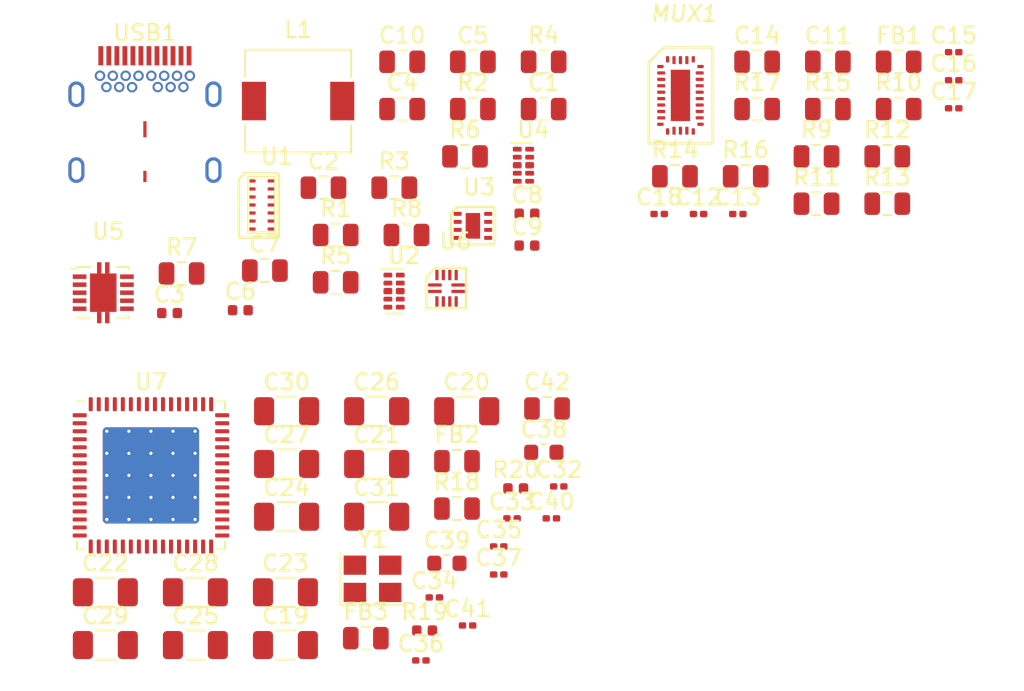
<source format=kicad_pcb>
(kicad_pcb (version 20171130) (host pcbnew "(5.1.0)-1")

  (general
    (thickness 1.6)
    (drawings 0)
    (tracks 0)
    (zones 0)
    (modules 76)
    (nets 120)
  )

  (page A4)
  (layers
    (0 F.Cu signal)
    (31 B.Cu signal)
    (32 B.Adhes user)
    (33 F.Adhes user)
    (34 B.Paste user)
    (35 F.Paste user)
    (36 B.SilkS user)
    (37 F.SilkS user)
    (38 B.Mask user)
    (39 F.Mask user)
    (40 Dwgs.User user)
    (41 Cmts.User user)
    (42 Eco1.User user)
    (43 Eco2.User user)
    (44 Edge.Cuts user)
    (45 Margin user)
    (46 B.CrtYd user)
    (47 F.CrtYd user)
    (48 B.Fab user)
    (49 F.Fab user)
  )

  (setup
    (last_trace_width 0.25)
    (trace_clearance 0.2)
    (zone_clearance 0.508)
    (zone_45_only no)
    (trace_min 0.2)
    (via_size 0.8)
    (via_drill 0.4)
    (via_min_size 0.4)
    (via_min_drill 0.3)
    (uvia_size 0.3)
    (uvia_drill 0.1)
    (uvias_allowed no)
    (uvia_min_size 0.2)
    (uvia_min_drill 0.1)
    (edge_width 0.05)
    (segment_width 0.2)
    (pcb_text_width 0.3)
    (pcb_text_size 1.5 1.5)
    (mod_edge_width 0.12)
    (mod_text_size 1 1)
    (mod_text_width 0.15)
    (pad_size 1.524 1.524)
    (pad_drill 0.762)
    (pad_to_mask_clearance 0.051)
    (solder_mask_min_width 0.25)
    (aux_axis_origin 0 0)
    (visible_elements 7FFFFFFF)
    (pcbplotparams
      (layerselection 0x010fc_ffffffff)
      (usegerberextensions false)
      (usegerberattributes false)
      (usegerberadvancedattributes false)
      (creategerberjobfile false)
      (excludeedgelayer true)
      (linewidth 0.100000)
      (plotframeref false)
      (viasonmask false)
      (mode 1)
      (useauxorigin false)
      (hpglpennumber 1)
      (hpglpenspeed 20)
      (hpglpendiameter 15.000000)
      (psnegative false)
      (psa4output false)
      (plotreference true)
      (plotvalue true)
      (plotinvisibletext false)
      (padsonsilk false)
      (subtractmaskfromsilk false)
      (outputformat 1)
      (mirror false)
      (drillshape 1)
      (scaleselection 1)
      (outputdirectory ""))
  )

  (net 0 "")
  (net 1 "VOUT(1.1V)")
  (net 2 VBUS)
  (net 3 "Net-(C3-Pad1)")
  (net 4 "VOUT(3.3V)")
  (net 5 "Net-(C6-Pad1)")
  (net 6 "Net-(L1-Pad1)")
  (net 7 "Net-(R1-Pad2)")
  (net 8 "Net-(R2-Pad1)")
  (net 9 "Net-(R3-Pad2)")
  (net 10 USB2_P0)
  (net 11 CSBU2)
  (net 12 CSBU1)
  (net 13 USB2_N0)
  (net 14 CC1)
  (net 15 CC2)
  (net 16 CTX1P)
  (net 17 CRX1N)
  (net 18 CRX1P)
  (net 19 CTX1N)
  (net 20 CTX2P)
  (net 21 CTX2N)
  (net 22 CRX2P)
  (net 23 CRX2N)
  (net 24 "Net-(C8-Pad2)")
  (net 25 "Net-(C9-Pad2)")
  (net 26 "Net-(C9-Pad1)")
  (net 27 "Net-(R5-Pad1)")
  (net 28 "Net-(R6-Pad2)")
  (net 29 "Net-(R7-Pad2)")
  (net 30 "Net-(R8-Pad2)")
  (net 31 "Net-(U6-Pad4)")
  (net 32 "Net-(U6-Pad3)")
  (net 33 "Net-(USB1-Pad25)")
  (net 34 "Net-(USB1-Pad26)")
  (net 35 "Net-(USB1-Pad27)")
  (net 36 USB3_RX0N)
  (net 37 "Net-(C11-Pad1)")
  (net 38 "Net-(C12-Pad1)")
  (net 39 "Net-(C13-Pad1)")
  (net 40 "Net-(C15-Pad2)")
  (net 41 "Net-(C16-Pad1)")
  (net 42 "Net-(C17-Pad1)")
  (net 43 "Net-(C18-Pad1)")
  (net 44 "Net-(C19-Pad2)")
  (net 45 "Net-(C27-Pad2)")
  (net 46 Tx1+)
  (net 47 "Net-(C32-Pad2)")
  (net 48 "Net-(C33-Pad1)")
  (net 49 Tx1-)
  (net 50 Tx2+)
  (net 51 "Net-(C34-Pad2)")
  (net 52 Tx2-)
  (net 53 "Net-(C35-Pad1)")
  (net 54 "Net-(C36-Pad2)")
  (net 55 Tx3+)
  (net 56 "Net-(C37-Pad1)")
  (net 57 Tx3-)
  (net 58 "Net-(C38-Pad1)")
  (net 59 "Net-(C39-Pad2)")
  (net 60 "Net-(C40-Pad2)")
  (net 61 Tx4+)
  (net 62 "Net-(C41-Pad1)")
  (net 63 Tx4-)
  (net 64 "Net-(C42-Pad1)")
  (net 65 "Net-(MUX1-Pad26)")
  (net 66 "Net-(MUX1-Pad5)")
  (net 67 USB3_TX0P)
  (net 68 USB3_TX0N)
  (net 69 "Net-(MUX1-Pad4)")
  (net 70 "Net-(MUX1-Pad3)")
  (net 71 "Net-(MUX1-Pad29)")
  (net 72 "Net-(MUX1-Pad24)")
  (net 73 "Net-(MUX1-Pad25)")
  (net 74 "Net-(MUX1-Pad23)")
  (net 75 "Net-(MUX1-Pad22)")
  (net 76 "Net-(MUX1-Pad27)")
  (net 77 "Net-(MUX1-Pad11)")
  (net 78 "Net-(MUX1-Pad12)")
  (net 79 "Net-(R19-Pad2)")
  (net 80 "Net-(R20-Pad2)")
  (net 81 D1+)
  (net 82 D1-)
  (net 83 Rx1+)
  (net 84 Rx1-)
  (net 85 D2+)
  (net 86 D2-)
  (net 87 Rx2+)
  (net 88 Rx2-)
  (net 89 D3+)
  (net 90 D3-)
  (net 91 Rx3+)
  (net 92 Rx3-)
  (net 93 D4+)
  (net 94 D4-)
  (net 95 Rx4+)
  (net 96 Rx4-)
  (net 97 "Net-(U7-Pad32)")
  (net 98 "Net-(U7-Pad33)")
  (net 99 "Net-(U7-Pad35)")
  (net 100 "Net-(U7-Pad36)")
  (net 101 "Net-(U7-Pad37)")
  (net 102 "Net-(U7-Pad38)")
  (net 103 "Net-(U7-Pad39)")
  (net 104 "Net-(U7-Pad41)")
  (net 105 "Net-(U7-Pad43)")
  (net 106 "Net-(U7-Pad44)")
  (net 107 "Net-(U7-Pad45)")
  (net 108 "Net-(U7-Pad46)")
  (net 109 "Net-(U7-Pad47)")
  (net 110 "Net-(U7-Pad48)")
  (net 111 "Net-(U7-Pad49)")
  (net 112 "Net-(U7-Pad53)")
  (net 113 "Net-(U7-Pad54)")
  (net 114 "Net-(U7-Pad55)")
  (net 115 "Net-(U7-Pad56)")
  (net 116 "Net-(U7-Pad58)")
  (net 117 "Net-(U7-Pad59)")
  (net 118 "Net-(U7-Pad60)")
  (net 119 "Net-(U7-Pad64)")

  (net_class Default "This is the default net class."
    (clearance 0.2)
    (trace_width 0.25)
    (via_dia 0.8)
    (via_drill 0.4)
    (uvia_dia 0.3)
    (uvia_drill 0.1)
    (add_net CC1)
    (add_net CC2)
    (add_net CRX1N)
    (add_net CRX1P)
    (add_net CRX2N)
    (add_net CRX2P)
    (add_net CSBU1)
    (add_net CSBU2)
    (add_net CTX1N)
    (add_net CTX1P)
    (add_net CTX2N)
    (add_net CTX2P)
    (add_net D1+)
    (add_net D1-)
    (add_net D2+)
    (add_net D2-)
    (add_net D3+)
    (add_net D3-)
    (add_net D4+)
    (add_net D4-)
    (add_net "Net-(C11-Pad1)")
    (add_net "Net-(C12-Pad1)")
    (add_net "Net-(C13-Pad1)")
    (add_net "Net-(C15-Pad2)")
    (add_net "Net-(C16-Pad1)")
    (add_net "Net-(C17-Pad1)")
    (add_net "Net-(C18-Pad1)")
    (add_net "Net-(C19-Pad2)")
    (add_net "Net-(C27-Pad2)")
    (add_net "Net-(C3-Pad1)")
    (add_net "Net-(C32-Pad2)")
    (add_net "Net-(C33-Pad1)")
    (add_net "Net-(C34-Pad2)")
    (add_net "Net-(C35-Pad1)")
    (add_net "Net-(C36-Pad2)")
    (add_net "Net-(C37-Pad1)")
    (add_net "Net-(C38-Pad1)")
    (add_net "Net-(C39-Pad2)")
    (add_net "Net-(C40-Pad2)")
    (add_net "Net-(C41-Pad1)")
    (add_net "Net-(C42-Pad1)")
    (add_net "Net-(C6-Pad1)")
    (add_net "Net-(C8-Pad2)")
    (add_net "Net-(C9-Pad1)")
    (add_net "Net-(C9-Pad2)")
    (add_net "Net-(L1-Pad1)")
    (add_net "Net-(MUX1-Pad11)")
    (add_net "Net-(MUX1-Pad12)")
    (add_net "Net-(MUX1-Pad22)")
    (add_net "Net-(MUX1-Pad23)")
    (add_net "Net-(MUX1-Pad24)")
    (add_net "Net-(MUX1-Pad25)")
    (add_net "Net-(MUX1-Pad26)")
    (add_net "Net-(MUX1-Pad27)")
    (add_net "Net-(MUX1-Pad29)")
    (add_net "Net-(MUX1-Pad3)")
    (add_net "Net-(MUX1-Pad4)")
    (add_net "Net-(MUX1-Pad5)")
    (add_net "Net-(R1-Pad2)")
    (add_net "Net-(R19-Pad2)")
    (add_net "Net-(R2-Pad1)")
    (add_net "Net-(R20-Pad2)")
    (add_net "Net-(R3-Pad2)")
    (add_net "Net-(R5-Pad1)")
    (add_net "Net-(R6-Pad2)")
    (add_net "Net-(R7-Pad2)")
    (add_net "Net-(R8-Pad2)")
    (add_net "Net-(U6-Pad3)")
    (add_net "Net-(U6-Pad4)")
    (add_net "Net-(U7-Pad32)")
    (add_net "Net-(U7-Pad33)")
    (add_net "Net-(U7-Pad35)")
    (add_net "Net-(U7-Pad36)")
    (add_net "Net-(U7-Pad37)")
    (add_net "Net-(U7-Pad38)")
    (add_net "Net-(U7-Pad39)")
    (add_net "Net-(U7-Pad41)")
    (add_net "Net-(U7-Pad43)")
    (add_net "Net-(U7-Pad44)")
    (add_net "Net-(U7-Pad45)")
    (add_net "Net-(U7-Pad46)")
    (add_net "Net-(U7-Pad47)")
    (add_net "Net-(U7-Pad48)")
    (add_net "Net-(U7-Pad49)")
    (add_net "Net-(U7-Pad53)")
    (add_net "Net-(U7-Pad54)")
    (add_net "Net-(U7-Pad55)")
    (add_net "Net-(U7-Pad56)")
    (add_net "Net-(U7-Pad58)")
    (add_net "Net-(U7-Pad59)")
    (add_net "Net-(U7-Pad60)")
    (add_net "Net-(U7-Pad64)")
    (add_net "Net-(USB1-Pad25)")
    (add_net "Net-(USB1-Pad26)")
    (add_net "Net-(USB1-Pad27)")
    (add_net Rx1+)
    (add_net Rx1-)
    (add_net Rx2+)
    (add_net Rx2-)
    (add_net Rx3+)
    (add_net Rx3-)
    (add_net Rx4+)
    (add_net Rx4-)
    (add_net Tx1+)
    (add_net Tx1-)
    (add_net Tx2+)
    (add_net Tx2-)
    (add_net Tx3+)
    (add_net Tx3-)
    (add_net Tx4+)
    (add_net Tx4-)
    (add_net USB2_N0)
    (add_net USB2_P0)
    (add_net USB3_RX0N)
    (add_net USB3_TX0N)
    (add_net USB3_TX0P)
    (add_net VBUS)
    (add_net "VOUT(1.1V)")
    (add_net "VOUT(3.3V)")
  )

  (module Capacitor_SMD:C_0805_2012Metric (layer F.Cu) (tedit 5B36C52B) (tstamp 5CC203B2)
    (at 155.345001 78.855001)
    (descr "Capacitor SMD 0805 (2012 Metric), square (rectangular) end terminal, IPC_7351 nominal, (Body size source: https://docs.google.com/spreadsheets/d/1BsfQQcO9C6DZCsRaXUlFlo91Tg2WpOkGARC1WS5S8t0/edit?usp=sharing), generated with kicad-footprint-generator")
    (tags capacitor)
    (path /5CBDE478)
    (attr smd)
    (fp_text reference C1 (at 0 -1.65) (layer F.SilkS)
      (effects (font (size 1 1) (thickness 0.15)))
    )
    (fp_text value 10uf/10v (at 0 1.65) (layer F.Fab)
      (effects (font (size 1 1) (thickness 0.15)))
    )
    (fp_text user %R (at 0 0) (layer F.Fab)
      (effects (font (size 0.5 0.5) (thickness 0.08)))
    )
    (fp_line (start 1.68 0.95) (end -1.68 0.95) (layer F.CrtYd) (width 0.05))
    (fp_line (start 1.68 -0.95) (end 1.68 0.95) (layer F.CrtYd) (width 0.05))
    (fp_line (start -1.68 -0.95) (end 1.68 -0.95) (layer F.CrtYd) (width 0.05))
    (fp_line (start -1.68 0.95) (end -1.68 -0.95) (layer F.CrtYd) (width 0.05))
    (fp_line (start -0.258578 0.71) (end 0.258578 0.71) (layer F.SilkS) (width 0.12))
    (fp_line (start -0.258578 -0.71) (end 0.258578 -0.71) (layer F.SilkS) (width 0.12))
    (fp_line (start 1 0.6) (end -1 0.6) (layer F.Fab) (width 0.1))
    (fp_line (start 1 -0.6) (end 1 0.6) (layer F.Fab) (width 0.1))
    (fp_line (start -1 -0.6) (end 1 -0.6) (layer F.Fab) (width 0.1))
    (fp_line (start -1 0.6) (end -1 -0.6) (layer F.Fab) (width 0.1))
    (pad 2 smd roundrect (at 0.9375 0) (size 0.975 1.4) (layers F.Cu F.Paste F.Mask) (roundrect_rratio 0.25)
      (net 36 USB3_RX0N))
    (pad 1 smd roundrect (at -0.9375 0) (size 0.975 1.4) (layers F.Cu F.Paste F.Mask) (roundrect_rratio 0.25)
      (net 1 "VOUT(1.1V)"))
    (model ${KISYS3DMOD}/Capacitor_SMD.3dshapes/C_0805_2012Metric.wrl
      (at (xyz 0 0 0))
      (scale (xyz 1 1 1))
      (rotate (xyz 0 0 0))
    )
  )

  (module Capacitor_SMD:C_0805_2012Metric (layer F.Cu) (tedit 5B36C52B) (tstamp 5CC203C3)
    (at 141.625001 83.755001)
    (descr "Capacitor SMD 0805 (2012 Metric), square (rectangular) end terminal, IPC_7351 nominal, (Body size source: https://docs.google.com/spreadsheets/d/1BsfQQcO9C6DZCsRaXUlFlo91Tg2WpOkGARC1WS5S8t0/edit?usp=sharing), generated with kicad-footprint-generator")
    (tags capacitor)
    (path /5CBDDC35)
    (attr smd)
    (fp_text reference C2 (at 0 -1.65) (layer F.SilkS)
      (effects (font (size 1 1) (thickness 0.15)))
    )
    (fp_text value 10uf/10v (at 0 1.65) (layer F.Fab)
      (effects (font (size 1 1) (thickness 0.15)))
    )
    (fp_line (start -1 0.6) (end -1 -0.6) (layer F.Fab) (width 0.1))
    (fp_line (start -1 -0.6) (end 1 -0.6) (layer F.Fab) (width 0.1))
    (fp_line (start 1 -0.6) (end 1 0.6) (layer F.Fab) (width 0.1))
    (fp_line (start 1 0.6) (end -1 0.6) (layer F.Fab) (width 0.1))
    (fp_line (start -0.258578 -0.71) (end 0.258578 -0.71) (layer F.SilkS) (width 0.12))
    (fp_line (start -0.258578 0.71) (end 0.258578 0.71) (layer F.SilkS) (width 0.12))
    (fp_line (start -1.68 0.95) (end -1.68 -0.95) (layer F.CrtYd) (width 0.05))
    (fp_line (start -1.68 -0.95) (end 1.68 -0.95) (layer F.CrtYd) (width 0.05))
    (fp_line (start 1.68 -0.95) (end 1.68 0.95) (layer F.CrtYd) (width 0.05))
    (fp_line (start 1.68 0.95) (end -1.68 0.95) (layer F.CrtYd) (width 0.05))
    (fp_text user %R (at 0 0) (layer F.Fab)
      (effects (font (size 0.5 0.5) (thickness 0.08)))
    )
    (pad 1 smd roundrect (at -0.9375 0) (size 0.975 1.4) (layers F.Cu F.Paste F.Mask) (roundrect_rratio 0.25)
      (net 2 VBUS))
    (pad 2 smd roundrect (at 0.9375 0) (size 0.975 1.4) (layers F.Cu F.Paste F.Mask) (roundrect_rratio 0.25)
      (net 36 USB3_RX0N))
    (model ${KISYS3DMOD}/Capacitor_SMD.3dshapes/C_0805_2012Metric.wrl
      (at (xyz 0 0 0))
      (scale (xyz 1 1 1))
      (rotate (xyz 0 0 0))
    )
  )

  (module Capacitor_SMD:C_0402_1005Metric (layer F.Cu) (tedit 5B301BBE) (tstamp 5CC203D2)
    (at 132.035001 91.575001)
    (descr "Capacitor SMD 0402 (1005 Metric), square (rectangular) end terminal, IPC_7351 nominal, (Body size source: http://www.tortai-tech.com/upload/download/2011102023233369053.pdf), generated with kicad-footprint-generator")
    (tags capacitor)
    (path /5CBDE9F7)
    (attr smd)
    (fp_text reference C3 (at 0 -1.17) (layer F.SilkS)
      (effects (font (size 1 1) (thickness 0.15)))
    )
    (fp_text value 1uf/10v (at 0 1.17) (layer F.Fab)
      (effects (font (size 1 1) (thickness 0.15)))
    )
    (fp_text user %R (at 0 0) (layer F.Fab)
      (effects (font (size 0.25 0.25) (thickness 0.04)))
    )
    (fp_line (start 0.93 0.47) (end -0.93 0.47) (layer F.CrtYd) (width 0.05))
    (fp_line (start 0.93 -0.47) (end 0.93 0.47) (layer F.CrtYd) (width 0.05))
    (fp_line (start -0.93 -0.47) (end 0.93 -0.47) (layer F.CrtYd) (width 0.05))
    (fp_line (start -0.93 0.47) (end -0.93 -0.47) (layer F.CrtYd) (width 0.05))
    (fp_line (start 0.5 0.25) (end -0.5 0.25) (layer F.Fab) (width 0.1))
    (fp_line (start 0.5 -0.25) (end 0.5 0.25) (layer F.Fab) (width 0.1))
    (fp_line (start -0.5 -0.25) (end 0.5 -0.25) (layer F.Fab) (width 0.1))
    (fp_line (start -0.5 0.25) (end -0.5 -0.25) (layer F.Fab) (width 0.1))
    (pad 2 smd roundrect (at 0.485 0) (size 0.59 0.64) (layers F.Cu F.Paste F.Mask) (roundrect_rratio 0.25)
      (net 36 USB3_RX0N))
    (pad 1 smd roundrect (at -0.485 0) (size 0.59 0.64) (layers F.Cu F.Paste F.Mask) (roundrect_rratio 0.25)
      (net 3 "Net-(C3-Pad1)"))
    (model ${KISYS3DMOD}/Capacitor_SMD.3dshapes/C_0402_1005Metric.wrl
      (at (xyz 0 0 0))
      (scale (xyz 1 1 1))
      (rotate (xyz 0 0 0))
    )
  )

  (module Capacitor_SMD:C_0805_2012Metric (layer F.Cu) (tedit 5B36C52B) (tstamp 5CC203E3)
    (at 146.525001 78.855001)
    (descr "Capacitor SMD 0805 (2012 Metric), square (rectangular) end terminal, IPC_7351 nominal, (Body size source: https://docs.google.com/spreadsheets/d/1BsfQQcO9C6DZCsRaXUlFlo91Tg2WpOkGARC1WS5S8t0/edit?usp=sharing), generated with kicad-footprint-generator")
    (tags capacitor)
    (path /5CBCFFDF)
    (attr smd)
    (fp_text reference C4 (at 0 -1.65) (layer F.SilkS)
      (effects (font (size 1 1) (thickness 0.15)))
    )
    (fp_text value "10 uF/10V" (at 0 1.65) (layer F.Fab)
      (effects (font (size 1 1) (thickness 0.15)))
    )
    (fp_text user %R (at 0 0) (layer F.Fab)
      (effects (font (size 0.5 0.5) (thickness 0.08)))
    )
    (fp_line (start 1.68 0.95) (end -1.68 0.95) (layer F.CrtYd) (width 0.05))
    (fp_line (start 1.68 -0.95) (end 1.68 0.95) (layer F.CrtYd) (width 0.05))
    (fp_line (start -1.68 -0.95) (end 1.68 -0.95) (layer F.CrtYd) (width 0.05))
    (fp_line (start -1.68 0.95) (end -1.68 -0.95) (layer F.CrtYd) (width 0.05))
    (fp_line (start -0.258578 0.71) (end 0.258578 0.71) (layer F.SilkS) (width 0.12))
    (fp_line (start -0.258578 -0.71) (end 0.258578 -0.71) (layer F.SilkS) (width 0.12))
    (fp_line (start 1 0.6) (end -1 0.6) (layer F.Fab) (width 0.1))
    (fp_line (start 1 -0.6) (end 1 0.6) (layer F.Fab) (width 0.1))
    (fp_line (start -1 -0.6) (end 1 -0.6) (layer F.Fab) (width 0.1))
    (fp_line (start -1 0.6) (end -1 -0.6) (layer F.Fab) (width 0.1))
    (pad 2 smd roundrect (at 0.9375 0) (size 0.975 1.4) (layers F.Cu F.Paste F.Mask) (roundrect_rratio 0.25)
      (net 36 USB3_RX0N))
    (pad 1 smd roundrect (at -0.9375 0) (size 0.975 1.4) (layers F.Cu F.Paste F.Mask) (roundrect_rratio 0.25)
      (net 2 VBUS))
    (model ${KISYS3DMOD}/Capacitor_SMD.3dshapes/C_0805_2012Metric.wrl
      (at (xyz 0 0 0))
      (scale (xyz 1 1 1))
      (rotate (xyz 0 0 0))
    )
  )

  (module Capacitor_SMD:C_0805_2012Metric (layer F.Cu) (tedit 5B36C52B) (tstamp 5CC203F4)
    (at 150.935001 75.905001)
    (descr "Capacitor SMD 0805 (2012 Metric), square (rectangular) end terminal, IPC_7351 nominal, (Body size source: https://docs.google.com/spreadsheets/d/1BsfQQcO9C6DZCsRaXUlFlo91Tg2WpOkGARC1WS5S8t0/edit?usp=sharing), generated with kicad-footprint-generator")
    (tags capacitor)
    (path /5CBD5996)
    (attr smd)
    (fp_text reference C5 (at 0 -1.65) (layer F.SilkS)
      (effects (font (size 1 1) (thickness 0.15)))
    )
    (fp_text value 22uf/6.3v (at 0 1.65) (layer F.Fab)
      (effects (font (size 1 1) (thickness 0.15)))
    )
    (fp_line (start -1 0.6) (end -1 -0.6) (layer F.Fab) (width 0.1))
    (fp_line (start -1 -0.6) (end 1 -0.6) (layer F.Fab) (width 0.1))
    (fp_line (start 1 -0.6) (end 1 0.6) (layer F.Fab) (width 0.1))
    (fp_line (start 1 0.6) (end -1 0.6) (layer F.Fab) (width 0.1))
    (fp_line (start -0.258578 -0.71) (end 0.258578 -0.71) (layer F.SilkS) (width 0.12))
    (fp_line (start -0.258578 0.71) (end 0.258578 0.71) (layer F.SilkS) (width 0.12))
    (fp_line (start -1.68 0.95) (end -1.68 -0.95) (layer F.CrtYd) (width 0.05))
    (fp_line (start -1.68 -0.95) (end 1.68 -0.95) (layer F.CrtYd) (width 0.05))
    (fp_line (start 1.68 -0.95) (end 1.68 0.95) (layer F.CrtYd) (width 0.05))
    (fp_line (start 1.68 0.95) (end -1.68 0.95) (layer F.CrtYd) (width 0.05))
    (fp_text user %R (at 0 0) (layer F.Fab)
      (effects (font (size 0.5 0.5) (thickness 0.08)))
    )
    (pad 1 smd roundrect (at -0.9375 0) (size 0.975 1.4) (layers F.Cu F.Paste F.Mask) (roundrect_rratio 0.25)
      (net 4 "VOUT(3.3V)"))
    (pad 2 smd roundrect (at 0.9375 0) (size 0.975 1.4) (layers F.Cu F.Paste F.Mask) (roundrect_rratio 0.25)
      (net 36 USB3_RX0N))
    (model ${KISYS3DMOD}/Capacitor_SMD.3dshapes/C_0805_2012Metric.wrl
      (at (xyz 0 0 0))
      (scale (xyz 1 1 1))
      (rotate (xyz 0 0 0))
    )
  )

  (module Capacitor_SMD:C_0402_1005Metric (layer F.Cu) (tedit 5B301BBE) (tstamp 5CC20403)
    (at 136.445001 91.395001)
    (descr "Capacitor SMD 0402 (1005 Metric), square (rectangular) end terminal, IPC_7351 nominal, (Body size source: http://www.tortai-tech.com/upload/download/2011102023233369053.pdf), generated with kicad-footprint-generator")
    (tags capacitor)
    (path /5CBE39E5)
    (attr smd)
    (fp_text reference C6 (at 0 -1.17) (layer F.SilkS)
      (effects (font (size 1 1) (thickness 0.15)))
    )
    (fp_text value 560pf/10v (at 0 1.17) (layer F.Fab)
      (effects (font (size 1 1) (thickness 0.15)))
    )
    (fp_line (start -0.5 0.25) (end -0.5 -0.25) (layer F.Fab) (width 0.1))
    (fp_line (start -0.5 -0.25) (end 0.5 -0.25) (layer F.Fab) (width 0.1))
    (fp_line (start 0.5 -0.25) (end 0.5 0.25) (layer F.Fab) (width 0.1))
    (fp_line (start 0.5 0.25) (end -0.5 0.25) (layer F.Fab) (width 0.1))
    (fp_line (start -0.93 0.47) (end -0.93 -0.47) (layer F.CrtYd) (width 0.05))
    (fp_line (start -0.93 -0.47) (end 0.93 -0.47) (layer F.CrtYd) (width 0.05))
    (fp_line (start 0.93 -0.47) (end 0.93 0.47) (layer F.CrtYd) (width 0.05))
    (fp_line (start 0.93 0.47) (end -0.93 0.47) (layer F.CrtYd) (width 0.05))
    (fp_text user %R (at 0 0) (layer F.Fab)
      (effects (font (size 0.25 0.25) (thickness 0.04)))
    )
    (pad 1 smd roundrect (at -0.485 0) (size 0.59 0.64) (layers F.Cu F.Paste F.Mask) (roundrect_rratio 0.25)
      (net 5 "Net-(C6-Pad1)"))
    (pad 2 smd roundrect (at 0.485 0) (size 0.59 0.64) (layers F.Cu F.Paste F.Mask) (roundrect_rratio 0.25)
      (net 36 USB3_RX0N))
    (model ${KISYS3DMOD}/Capacitor_SMD.3dshapes/C_0402_1005Metric.wrl
      (at (xyz 0 0 0))
      (scale (xyz 1 1 1))
      (rotate (xyz 0 0 0))
    )
  )

  (module Capacitor_SMD:C_0805_2012Metric (layer F.Cu) (tedit 5B36C52B) (tstamp 5CC20414)
    (at 137.975001 88.925001)
    (descr "Capacitor SMD 0805 (2012 Metric), square (rectangular) end terminal, IPC_7351 nominal, (Body size source: https://docs.google.com/spreadsheets/d/1BsfQQcO9C6DZCsRaXUlFlo91Tg2WpOkGARC1WS5S8t0/edit?usp=sharing), generated with kicad-footprint-generator")
    (tags capacitor)
    (path /5CBD9093)
    (attr smd)
    (fp_text reference C7 (at 0 -1.65) (layer F.SilkS)
      (effects (font (size 1 1) (thickness 0.15)))
    )
    (fp_text value 10uf/10v (at 0 1.65) (layer F.Fab)
      (effects (font (size 1 1) (thickness 0.15)))
    )
    (fp_line (start -1 0.6) (end -1 -0.6) (layer F.Fab) (width 0.1))
    (fp_line (start -1 -0.6) (end 1 -0.6) (layer F.Fab) (width 0.1))
    (fp_line (start 1 -0.6) (end 1 0.6) (layer F.Fab) (width 0.1))
    (fp_line (start 1 0.6) (end -1 0.6) (layer F.Fab) (width 0.1))
    (fp_line (start -0.258578 -0.71) (end 0.258578 -0.71) (layer F.SilkS) (width 0.12))
    (fp_line (start -0.258578 0.71) (end 0.258578 0.71) (layer F.SilkS) (width 0.12))
    (fp_line (start -1.68 0.95) (end -1.68 -0.95) (layer F.CrtYd) (width 0.05))
    (fp_line (start -1.68 -0.95) (end 1.68 -0.95) (layer F.CrtYd) (width 0.05))
    (fp_line (start 1.68 -0.95) (end 1.68 0.95) (layer F.CrtYd) (width 0.05))
    (fp_line (start 1.68 0.95) (end -1.68 0.95) (layer F.CrtYd) (width 0.05))
    (fp_text user %R (at 0 0) (layer F.Fab)
      (effects (font (size 0.5 0.5) (thickness 0.08)))
    )
    (pad 1 smd roundrect (at -0.9375 0) (size 0.975 1.4) (layers F.Cu F.Paste F.Mask) (roundrect_rratio 0.25)
      (net 4 "VOUT(3.3V)"))
    (pad 2 smd roundrect (at 0.9375 0) (size 0.975 1.4) (layers F.Cu F.Paste F.Mask) (roundrect_rratio 0.25)
      (net 36 USB3_RX0N))
    (model ${KISYS3DMOD}/Capacitor_SMD.3dshapes/C_0805_2012Metric.wrl
      (at (xyz 0 0 0))
      (scale (xyz 1 1 1))
      (rotate (xyz 0 0 0))
    )
  )

  (module Capacitor_SMD:C_0402_1005Metric (layer F.Cu) (tedit 5B301BBE) (tstamp 5CC20423)
    (at 154.305001 85.375001)
    (descr "Capacitor SMD 0402 (1005 Metric), square (rectangular) end terminal, IPC_7351 nominal, (Body size source: http://www.tortai-tech.com/upload/download/2011102023233369053.pdf), generated with kicad-footprint-generator")
    (tags capacitor)
    (path /5CC40FCE)
    (attr smd)
    (fp_text reference C8 (at 0 -1.17) (layer F.SilkS)
      (effects (font (size 1 1) (thickness 0.15)))
    )
    (fp_text value 0.1uF/10v (at 0 1.17) (layer F.Fab)
      (effects (font (size 1 1) (thickness 0.15)))
    )
    (fp_text user %R (at 0 0) (layer F.Fab)
      (effects (font (size 0.25 0.25) (thickness 0.04)))
    )
    (fp_line (start 0.93 0.47) (end -0.93 0.47) (layer F.CrtYd) (width 0.05))
    (fp_line (start 0.93 -0.47) (end 0.93 0.47) (layer F.CrtYd) (width 0.05))
    (fp_line (start -0.93 -0.47) (end 0.93 -0.47) (layer F.CrtYd) (width 0.05))
    (fp_line (start -0.93 0.47) (end -0.93 -0.47) (layer F.CrtYd) (width 0.05))
    (fp_line (start 0.5 0.25) (end -0.5 0.25) (layer F.Fab) (width 0.1))
    (fp_line (start 0.5 -0.25) (end 0.5 0.25) (layer F.Fab) (width 0.1))
    (fp_line (start -0.5 -0.25) (end 0.5 -0.25) (layer F.Fab) (width 0.1))
    (fp_line (start -0.5 0.25) (end -0.5 -0.25) (layer F.Fab) (width 0.1))
    (pad 2 smd roundrect (at 0.485 0) (size 0.59 0.64) (layers F.Cu F.Paste F.Mask) (roundrect_rratio 0.25)
      (net 24 "Net-(C8-Pad2)"))
    (pad 1 smd roundrect (at -0.485 0) (size 0.59 0.64) (layers F.Cu F.Paste F.Mask) (roundrect_rratio 0.25)
      (net 36 USB3_RX0N))
    (model ${KISYS3DMOD}/Capacitor_SMD.3dshapes/C_0402_1005Metric.wrl
      (at (xyz 0 0 0))
      (scale (xyz 1 1 1))
      (rotate (xyz 0 0 0))
    )
  )

  (module Capacitor_SMD:C_0402_1005Metric (layer F.Cu) (tedit 5B301BBE) (tstamp 5CC20432)
    (at 154.305001 87.365001)
    (descr "Capacitor SMD 0402 (1005 Metric), square (rectangular) end terminal, IPC_7351 nominal, (Body size source: http://www.tortai-tech.com/upload/download/2011102023233369053.pdf), generated with kicad-footprint-generator")
    (tags capacitor)
    (path /5CC42EE3)
    (attr smd)
    (fp_text reference C9 (at 0 -1.17) (layer F.SilkS)
      (effects (font (size 1 1) (thickness 0.15)))
    )
    (fp_text value 0.1uF/10v (at 0 1.17) (layer F.Fab)
      (effects (font (size 1 1) (thickness 0.15)))
    )
    (fp_line (start -0.5 0.25) (end -0.5 -0.25) (layer F.Fab) (width 0.1))
    (fp_line (start -0.5 -0.25) (end 0.5 -0.25) (layer F.Fab) (width 0.1))
    (fp_line (start 0.5 -0.25) (end 0.5 0.25) (layer F.Fab) (width 0.1))
    (fp_line (start 0.5 0.25) (end -0.5 0.25) (layer F.Fab) (width 0.1))
    (fp_line (start -0.93 0.47) (end -0.93 -0.47) (layer F.CrtYd) (width 0.05))
    (fp_line (start -0.93 -0.47) (end 0.93 -0.47) (layer F.CrtYd) (width 0.05))
    (fp_line (start 0.93 -0.47) (end 0.93 0.47) (layer F.CrtYd) (width 0.05))
    (fp_line (start 0.93 0.47) (end -0.93 0.47) (layer F.CrtYd) (width 0.05))
    (fp_text user %R (at 0 0) (layer F.Fab)
      (effects (font (size 0.25 0.25) (thickness 0.04)))
    )
    (pad 1 smd roundrect (at -0.485 0) (size 0.59 0.64) (layers F.Cu F.Paste F.Mask) (roundrect_rratio 0.25)
      (net 26 "Net-(C9-Pad1)"))
    (pad 2 smd roundrect (at 0.485 0) (size 0.59 0.64) (layers F.Cu F.Paste F.Mask) (roundrect_rratio 0.25)
      (net 25 "Net-(C9-Pad2)"))
    (model ${KISYS3DMOD}/Capacitor_SMD.3dshapes/C_0402_1005Metric.wrl
      (at (xyz 0 0 0))
      (scale (xyz 1 1 1))
      (rotate (xyz 0 0 0))
    )
  )

  (module Capacitor_SMD:C_0805_2012Metric (layer F.Cu) (tedit 5B36C52B) (tstamp 5CC20443)
    (at 146.525001 75.905001)
    (descr "Capacitor SMD 0805 (2012 Metric), square (rectangular) end terminal, IPC_7351 nominal, (Body size source: https://docs.google.com/spreadsheets/d/1BsfQQcO9C6DZCsRaXUlFlo91Tg2WpOkGARC1WS5S8t0/edit?usp=sharing), generated with kicad-footprint-generator")
    (tags capacitor)
    (path /5CCE8030)
    (attr smd)
    (fp_text reference C10 (at 0 -1.65) (layer F.SilkS)
      (effects (font (size 1 1) (thickness 0.15)))
    )
    (fp_text value 10uf/10v (at 0 1.65) (layer F.Fab)
      (effects (font (size 1 1) (thickness 0.15)))
    )
    (fp_line (start -1 0.6) (end -1 -0.6) (layer F.Fab) (width 0.1))
    (fp_line (start -1 -0.6) (end 1 -0.6) (layer F.Fab) (width 0.1))
    (fp_line (start 1 -0.6) (end 1 0.6) (layer F.Fab) (width 0.1))
    (fp_line (start 1 0.6) (end -1 0.6) (layer F.Fab) (width 0.1))
    (fp_line (start -0.258578 -0.71) (end 0.258578 -0.71) (layer F.SilkS) (width 0.12))
    (fp_line (start -0.258578 0.71) (end 0.258578 0.71) (layer F.SilkS) (width 0.12))
    (fp_line (start -1.68 0.95) (end -1.68 -0.95) (layer F.CrtYd) (width 0.05))
    (fp_line (start -1.68 -0.95) (end 1.68 -0.95) (layer F.CrtYd) (width 0.05))
    (fp_line (start 1.68 -0.95) (end 1.68 0.95) (layer F.CrtYd) (width 0.05))
    (fp_line (start 1.68 0.95) (end -1.68 0.95) (layer F.CrtYd) (width 0.05))
    (fp_text user %R (at 0 0) (layer F.Fab)
      (effects (font (size 0.5 0.5) (thickness 0.08)))
    )
    (pad 1 smd roundrect (at -0.9375 0) (size 0.975 1.4) (layers F.Cu F.Paste F.Mask) (roundrect_rratio 0.25)
      (net 2 VBUS))
    (pad 2 smd roundrect (at 0.9375 0) (size 0.975 1.4) (layers F.Cu F.Paste F.Mask) (roundrect_rratio 0.25)
      (net 36 USB3_RX0N))
    (model ${KISYS3DMOD}/Capacitor_SMD.3dshapes/C_0805_2012Metric.wrl
      (at (xyz 0 0 0))
      (scale (xyz 1 1 1))
      (rotate (xyz 0 0 0))
    )
  )

  (module Capacitor_SMD:C_0805_2012Metric (layer F.Cu) (tedit 5B36C52B) (tstamp 5CC20454)
    (at 173.055001 75.905001)
    (descr "Capacitor SMD 0805 (2012 Metric), square (rectangular) end terminal, IPC_7351 nominal, (Body size source: https://docs.google.com/spreadsheets/d/1BsfQQcO9C6DZCsRaXUlFlo91Tg2WpOkGARC1WS5S8t0/edit?usp=sharing), generated with kicad-footprint-generator")
    (tags capacitor)
    (path /5CC0E3D3/5CC2436A)
    (attr smd)
    (fp_text reference C11 (at 0 -1.65) (layer F.SilkS)
      (effects (font (size 1 1) (thickness 0.15)))
    )
    (fp_text value 0.1uf/10v (at 0 1.65) (layer F.Fab)
      (effects (font (size 1 1) (thickness 0.15)))
    )
    (fp_text user %R (at 0 0) (layer F.Fab)
      (effects (font (size 0.5 0.5) (thickness 0.08)))
    )
    (fp_line (start 1.68 0.95) (end -1.68 0.95) (layer F.CrtYd) (width 0.05))
    (fp_line (start 1.68 -0.95) (end 1.68 0.95) (layer F.CrtYd) (width 0.05))
    (fp_line (start -1.68 -0.95) (end 1.68 -0.95) (layer F.CrtYd) (width 0.05))
    (fp_line (start -1.68 0.95) (end -1.68 -0.95) (layer F.CrtYd) (width 0.05))
    (fp_line (start -0.258578 0.71) (end 0.258578 0.71) (layer F.SilkS) (width 0.12))
    (fp_line (start -0.258578 -0.71) (end 0.258578 -0.71) (layer F.SilkS) (width 0.12))
    (fp_line (start 1 0.6) (end -1 0.6) (layer F.Fab) (width 0.1))
    (fp_line (start 1 -0.6) (end 1 0.6) (layer F.Fab) (width 0.1))
    (fp_line (start -1 -0.6) (end 1 -0.6) (layer F.Fab) (width 0.1))
    (fp_line (start -1 0.6) (end -1 -0.6) (layer F.Fab) (width 0.1))
    (pad 2 smd roundrect (at 0.9375 0) (size 0.975 1.4) (layers F.Cu F.Paste F.Mask) (roundrect_rratio 0.25)
      (net 36 USB3_RX0N))
    (pad 1 smd roundrect (at -0.9375 0) (size 0.975 1.4) (layers F.Cu F.Paste F.Mask) (roundrect_rratio 0.25)
      (net 37 "Net-(C11-Pad1)"))
    (model ${KISYS3DMOD}/Capacitor_SMD.3dshapes/C_0805_2012Metric.wrl
      (at (xyz 0 0 0))
      (scale (xyz 1 1 1))
      (rotate (xyz 0 0 0))
    )
  )

  (module Capacitor_SMD:C_0201_0603Metric (layer F.Cu) (tedit 5B301BBE) (tstamp 5CC20465)
    (at 164.995001 85.395001)
    (descr "Capacitor SMD 0201 (0603 Metric), square (rectangular) end terminal, IPC_7351 nominal, (Body size source: https://www.vishay.com/docs/20052/crcw0201e3.pdf), generated with kicad-footprint-generator")
    (tags capacitor)
    (path /5CC0E3D3/5CC2DF68)
    (attr smd)
    (fp_text reference C12 (at 0 -1.05) (layer F.SilkS)
      (effects (font (size 1 1) (thickness 0.15)))
    )
    (fp_text value 0.47uf/10v (at 0 1.05) (layer F.Fab)
      (effects (font (size 1 1) (thickness 0.15)))
    )
    (fp_line (start -0.3 0.15) (end -0.3 -0.15) (layer F.Fab) (width 0.1))
    (fp_line (start -0.3 -0.15) (end 0.3 -0.15) (layer F.Fab) (width 0.1))
    (fp_line (start 0.3 -0.15) (end 0.3 0.15) (layer F.Fab) (width 0.1))
    (fp_line (start 0.3 0.15) (end -0.3 0.15) (layer F.Fab) (width 0.1))
    (fp_line (start -0.7 0.35) (end -0.7 -0.35) (layer F.CrtYd) (width 0.05))
    (fp_line (start -0.7 -0.35) (end 0.7 -0.35) (layer F.CrtYd) (width 0.05))
    (fp_line (start 0.7 -0.35) (end 0.7 0.35) (layer F.CrtYd) (width 0.05))
    (fp_line (start 0.7 0.35) (end -0.7 0.35) (layer F.CrtYd) (width 0.05))
    (fp_text user %R (at 0 -0.68) (layer F.Fab)
      (effects (font (size 0.25 0.25) (thickness 0.04)))
    )
    (pad "" smd roundrect (at -0.345 0) (size 0.318 0.36) (layers F.Paste) (roundrect_rratio 0.25))
    (pad "" smd roundrect (at 0.345 0) (size 0.318 0.36) (layers F.Paste) (roundrect_rratio 0.25))
    (pad 1 smd roundrect (at -0.32 0) (size 0.46 0.4) (layers F.Cu F.Mask) (roundrect_rratio 0.25)
      (net 38 "Net-(C12-Pad1)"))
    (pad 2 smd roundrect (at 0.32 0) (size 0.46 0.4) (layers F.Cu F.Mask) (roundrect_rratio 0.25)
      (net 36 USB3_RX0N))
    (model ${KISYS3DMOD}/Capacitor_SMD.3dshapes/C_0201_0603Metric.wrl
      (at (xyz 0 0 0))
      (scale (xyz 1 1 1))
      (rotate (xyz 0 0 0))
    )
  )

  (module Capacitor_SMD:C_0201_0603Metric (layer F.Cu) (tedit 5B301BBE) (tstamp 5CC20476)
    (at 167.445001 85.395001)
    (descr "Capacitor SMD 0201 (0603 Metric), square (rectangular) end terminal, IPC_7351 nominal, (Body size source: https://www.vishay.com/docs/20052/crcw0201e3.pdf), generated with kicad-footprint-generator")
    (tags capacitor)
    (path /5CC0E3D3/5CC24594)
    (attr smd)
    (fp_text reference C13 (at 0 -1.05) (layer F.SilkS)
      (effects (font (size 1 1) (thickness 0.15)))
    )
    (fp_text value 0.47uf/10v (at 0 1.05) (layer F.Fab)
      (effects (font (size 1 1) (thickness 0.15)))
    )
    (fp_text user %R (at 0 -0.68) (layer F.Fab)
      (effects (font (size 0.25 0.25) (thickness 0.04)))
    )
    (fp_line (start 0.7 0.35) (end -0.7 0.35) (layer F.CrtYd) (width 0.05))
    (fp_line (start 0.7 -0.35) (end 0.7 0.35) (layer F.CrtYd) (width 0.05))
    (fp_line (start -0.7 -0.35) (end 0.7 -0.35) (layer F.CrtYd) (width 0.05))
    (fp_line (start -0.7 0.35) (end -0.7 -0.35) (layer F.CrtYd) (width 0.05))
    (fp_line (start 0.3 0.15) (end -0.3 0.15) (layer F.Fab) (width 0.1))
    (fp_line (start 0.3 -0.15) (end 0.3 0.15) (layer F.Fab) (width 0.1))
    (fp_line (start -0.3 -0.15) (end 0.3 -0.15) (layer F.Fab) (width 0.1))
    (fp_line (start -0.3 0.15) (end -0.3 -0.15) (layer F.Fab) (width 0.1))
    (pad 2 smd roundrect (at 0.32 0) (size 0.46 0.4) (layers F.Cu F.Mask) (roundrect_rratio 0.25)
      (net 36 USB3_RX0N))
    (pad 1 smd roundrect (at -0.32 0) (size 0.46 0.4) (layers F.Cu F.Mask) (roundrect_rratio 0.25)
      (net 39 "Net-(C13-Pad1)"))
    (pad "" smd roundrect (at 0.345 0) (size 0.318 0.36) (layers F.Paste) (roundrect_rratio 0.25))
    (pad "" smd roundrect (at -0.345 0) (size 0.318 0.36) (layers F.Paste) (roundrect_rratio 0.25))
    (model ${KISYS3DMOD}/Capacitor_SMD.3dshapes/C_0201_0603Metric.wrl
      (at (xyz 0 0 0))
      (scale (xyz 1 1 1))
      (rotate (xyz 0 0 0))
    )
  )

  (module Capacitor_SMD:C_0805_2012Metric (layer F.Cu) (tedit 5B36C52B) (tstamp 5CC20487)
    (at 168.645001 75.905001)
    (descr "Capacitor SMD 0805 (2012 Metric), square (rectangular) end terminal, IPC_7351 nominal, (Body size source: https://docs.google.com/spreadsheets/d/1BsfQQcO9C6DZCsRaXUlFlo91Tg2WpOkGARC1WS5S8t0/edit?usp=sharing), generated with kicad-footprint-generator")
    (tags capacitor)
    (path /5CC0E3D3/5CC1BFB9)
    (attr smd)
    (fp_text reference C14 (at 0 -1.65) (layer F.SilkS)
      (effects (font (size 1 1) (thickness 0.15)))
    )
    (fp_text value 47uf/10v (at 0 1.65) (layer F.Fab)
      (effects (font (size 1 1) (thickness 0.15)))
    )
    (fp_text user %R (at 0 0) (layer F.Fab)
      (effects (font (size 0.5 0.5) (thickness 0.08)))
    )
    (fp_line (start 1.68 0.95) (end -1.68 0.95) (layer F.CrtYd) (width 0.05))
    (fp_line (start 1.68 -0.95) (end 1.68 0.95) (layer F.CrtYd) (width 0.05))
    (fp_line (start -1.68 -0.95) (end 1.68 -0.95) (layer F.CrtYd) (width 0.05))
    (fp_line (start -1.68 0.95) (end -1.68 -0.95) (layer F.CrtYd) (width 0.05))
    (fp_line (start -0.258578 0.71) (end 0.258578 0.71) (layer F.SilkS) (width 0.12))
    (fp_line (start -0.258578 -0.71) (end 0.258578 -0.71) (layer F.SilkS) (width 0.12))
    (fp_line (start 1 0.6) (end -1 0.6) (layer F.Fab) (width 0.1))
    (fp_line (start 1 -0.6) (end 1 0.6) (layer F.Fab) (width 0.1))
    (fp_line (start -1 -0.6) (end 1 -0.6) (layer F.Fab) (width 0.1))
    (fp_line (start -1 0.6) (end -1 -0.6) (layer F.Fab) (width 0.1))
    (pad 2 smd roundrect (at 0.9375 0) (size 0.975 1.4) (layers F.Cu F.Paste F.Mask) (roundrect_rratio 0.25)
      (net 2 VBUS))
    (pad 1 smd roundrect (at -0.9375 0) (size 0.975 1.4) (layers F.Cu F.Paste F.Mask) (roundrect_rratio 0.25)
      (net 36 USB3_RX0N))
    (model ${KISYS3DMOD}/Capacitor_SMD.3dshapes/C_0805_2012Metric.wrl
      (at (xyz 0 0 0))
      (scale (xyz 1 1 1))
      (rotate (xyz 0 0 0))
    )
  )

  (module Capacitor_SMD:C_0201_0603Metric (layer F.Cu) (tedit 5B301BBE) (tstamp 5CC20498)
    (at 180.895001 75.305001)
    (descr "Capacitor SMD 0201 (0603 Metric), square (rectangular) end terminal, IPC_7351 nominal, (Body size source: https://www.vishay.com/docs/20052/crcw0201e3.pdf), generated with kicad-footprint-generator")
    (tags capacitor)
    (path /5CC0E3D3/5CC4C954)
    (attr smd)
    (fp_text reference C15 (at 0 -1.05) (layer F.SilkS)
      (effects (font (size 1 1) (thickness 0.15)))
    )
    (fp_text value 0.4uf/10v (at 0 1.05) (layer F.Fab)
      (effects (font (size 1 1) (thickness 0.15)))
    )
    (fp_text user %R (at 0 -0.68) (layer F.Fab)
      (effects (font (size 0.25 0.25) (thickness 0.04)))
    )
    (fp_line (start 0.7 0.35) (end -0.7 0.35) (layer F.CrtYd) (width 0.05))
    (fp_line (start 0.7 -0.35) (end 0.7 0.35) (layer F.CrtYd) (width 0.05))
    (fp_line (start -0.7 -0.35) (end 0.7 -0.35) (layer F.CrtYd) (width 0.05))
    (fp_line (start -0.7 0.35) (end -0.7 -0.35) (layer F.CrtYd) (width 0.05))
    (fp_line (start 0.3 0.15) (end -0.3 0.15) (layer F.Fab) (width 0.1))
    (fp_line (start 0.3 -0.15) (end 0.3 0.15) (layer F.Fab) (width 0.1))
    (fp_line (start -0.3 -0.15) (end 0.3 -0.15) (layer F.Fab) (width 0.1))
    (fp_line (start -0.3 0.15) (end -0.3 -0.15) (layer F.Fab) (width 0.1))
    (pad 2 smd roundrect (at 0.32 0) (size 0.46 0.4) (layers F.Cu F.Mask) (roundrect_rratio 0.25)
      (net 40 "Net-(C15-Pad2)"))
    (pad 1 smd roundrect (at -0.32 0) (size 0.46 0.4) (layers F.Cu F.Mask) (roundrect_rratio 0.25)
      (net 19 CTX1N))
    (pad "" smd roundrect (at 0.345 0) (size 0.318 0.36) (layers F.Paste) (roundrect_rratio 0.25))
    (pad "" smd roundrect (at -0.345 0) (size 0.318 0.36) (layers F.Paste) (roundrect_rratio 0.25))
    (model ${KISYS3DMOD}/Capacitor_SMD.3dshapes/C_0201_0603Metric.wrl
      (at (xyz 0 0 0))
      (scale (xyz 1 1 1))
      (rotate (xyz 0 0 0))
    )
  )

  (module Capacitor_SMD:C_0201_0603Metric (layer F.Cu) (tedit 5B301BBE) (tstamp 5CC204A9)
    (at 180.895001 77.055001)
    (descr "Capacitor SMD 0201 (0603 Metric), square (rectangular) end terminal, IPC_7351 nominal, (Body size source: https://www.vishay.com/docs/20052/crcw0201e3.pdf), generated with kicad-footprint-generator")
    (tags capacitor)
    (path /5CC0E3D3/5CC1EA1F)
    (attr smd)
    (fp_text reference C16 (at 0 -1.05) (layer F.SilkS)
      (effects (font (size 1 1) (thickness 0.15)))
    )
    (fp_text value 0.47uf/10v (at 0 1.05) (layer F.Fab)
      (effects (font (size 1 1) (thickness 0.15)))
    )
    (fp_line (start -0.3 0.15) (end -0.3 -0.15) (layer F.Fab) (width 0.1))
    (fp_line (start -0.3 -0.15) (end 0.3 -0.15) (layer F.Fab) (width 0.1))
    (fp_line (start 0.3 -0.15) (end 0.3 0.15) (layer F.Fab) (width 0.1))
    (fp_line (start 0.3 0.15) (end -0.3 0.15) (layer F.Fab) (width 0.1))
    (fp_line (start -0.7 0.35) (end -0.7 -0.35) (layer F.CrtYd) (width 0.05))
    (fp_line (start -0.7 -0.35) (end 0.7 -0.35) (layer F.CrtYd) (width 0.05))
    (fp_line (start 0.7 -0.35) (end 0.7 0.35) (layer F.CrtYd) (width 0.05))
    (fp_line (start 0.7 0.35) (end -0.7 0.35) (layer F.CrtYd) (width 0.05))
    (fp_text user %R (at 0 -0.68) (layer F.Fab)
      (effects (font (size 0.25 0.25) (thickness 0.04)))
    )
    (pad "" smd roundrect (at -0.345 0) (size 0.318 0.36) (layers F.Paste) (roundrect_rratio 0.25))
    (pad "" smd roundrect (at 0.345 0) (size 0.318 0.36) (layers F.Paste) (roundrect_rratio 0.25))
    (pad 1 smd roundrect (at -0.32 0) (size 0.46 0.4) (layers F.Cu F.Mask) (roundrect_rratio 0.25)
      (net 41 "Net-(C16-Pad1)"))
    (pad 2 smd roundrect (at 0.32 0) (size 0.46 0.4) (layers F.Cu F.Mask) (roundrect_rratio 0.25)
      (net 20 CTX2P))
    (model ${KISYS3DMOD}/Capacitor_SMD.3dshapes/C_0201_0603Metric.wrl
      (at (xyz 0 0 0))
      (scale (xyz 1 1 1))
      (rotate (xyz 0 0 0))
    )
  )

  (module Capacitor_SMD:C_0201_0603Metric (layer F.Cu) (tedit 5B301BBE) (tstamp 5CC204BA)
    (at 180.895001 78.805001)
    (descr "Capacitor SMD 0201 (0603 Metric), square (rectangular) end terminal, IPC_7351 nominal, (Body size source: https://www.vishay.com/docs/20052/crcw0201e3.pdf), generated with kicad-footprint-generator")
    (tags capacitor)
    (path /5CC0E3D3/5CC1CF3E)
    (attr smd)
    (fp_text reference C17 (at 0 -1.05) (layer F.SilkS)
      (effects (font (size 1 1) (thickness 0.15)))
    )
    (fp_text value 0.4uf/10v (at 0 1.05) (layer F.Fab)
      (effects (font (size 1 1) (thickness 0.15)))
    )
    (fp_text user %R (at 0 -0.68) (layer F.Fab)
      (effects (font (size 0.25 0.25) (thickness 0.04)))
    )
    (fp_line (start 0.7 0.35) (end -0.7 0.35) (layer F.CrtYd) (width 0.05))
    (fp_line (start 0.7 -0.35) (end 0.7 0.35) (layer F.CrtYd) (width 0.05))
    (fp_line (start -0.7 -0.35) (end 0.7 -0.35) (layer F.CrtYd) (width 0.05))
    (fp_line (start -0.7 0.35) (end -0.7 -0.35) (layer F.CrtYd) (width 0.05))
    (fp_line (start 0.3 0.15) (end -0.3 0.15) (layer F.Fab) (width 0.1))
    (fp_line (start 0.3 -0.15) (end 0.3 0.15) (layer F.Fab) (width 0.1))
    (fp_line (start -0.3 -0.15) (end 0.3 -0.15) (layer F.Fab) (width 0.1))
    (fp_line (start -0.3 0.15) (end -0.3 -0.15) (layer F.Fab) (width 0.1))
    (pad 2 smd roundrect (at 0.32 0) (size 0.46 0.4) (layers F.Cu F.Mask) (roundrect_rratio 0.25)
      (net 21 CTX2N))
    (pad 1 smd roundrect (at -0.32 0) (size 0.46 0.4) (layers F.Cu F.Mask) (roundrect_rratio 0.25)
      (net 42 "Net-(C17-Pad1)"))
    (pad "" smd roundrect (at 0.345 0) (size 0.318 0.36) (layers F.Paste) (roundrect_rratio 0.25))
    (pad "" smd roundrect (at -0.345 0) (size 0.318 0.36) (layers F.Paste) (roundrect_rratio 0.25))
    (model ${KISYS3DMOD}/Capacitor_SMD.3dshapes/C_0201_0603Metric.wrl
      (at (xyz 0 0 0))
      (scale (xyz 1 1 1))
      (rotate (xyz 0 0 0))
    )
  )

  (module Capacitor_SMD:C_0201_0603Metric (layer F.Cu) (tedit 5B301BBE) (tstamp 5CC204CB)
    (at 162.545001 85.395001)
    (descr "Capacitor SMD 0201 (0603 Metric), square (rectangular) end terminal, IPC_7351 nominal, (Body size source: https://www.vishay.com/docs/20052/crcw0201e3.pdf), generated with kicad-footprint-generator")
    (tags capacitor)
    (path /5CC0E3D3/5CC4D7CA)
    (attr smd)
    (fp_text reference C18 (at 0 -1.05) (layer F.SilkS)
      (effects (font (size 1 1) (thickness 0.15)))
    )
    (fp_text value 0.4uf/10v (at 0 1.05) (layer F.Fab)
      (effects (font (size 1 1) (thickness 0.15)))
    )
    (fp_text user %R (at 0 -0.68) (layer F.Fab)
      (effects (font (size 0.25 0.25) (thickness 0.04)))
    )
    (fp_line (start 0.7 0.35) (end -0.7 0.35) (layer F.CrtYd) (width 0.05))
    (fp_line (start 0.7 -0.35) (end 0.7 0.35) (layer F.CrtYd) (width 0.05))
    (fp_line (start -0.7 -0.35) (end 0.7 -0.35) (layer F.CrtYd) (width 0.05))
    (fp_line (start -0.7 0.35) (end -0.7 -0.35) (layer F.CrtYd) (width 0.05))
    (fp_line (start 0.3 0.15) (end -0.3 0.15) (layer F.Fab) (width 0.1))
    (fp_line (start 0.3 -0.15) (end 0.3 0.15) (layer F.Fab) (width 0.1))
    (fp_line (start -0.3 -0.15) (end 0.3 -0.15) (layer F.Fab) (width 0.1))
    (fp_line (start -0.3 0.15) (end -0.3 -0.15) (layer F.Fab) (width 0.1))
    (pad 2 smd roundrect (at 0.32 0) (size 0.46 0.4) (layers F.Cu F.Mask) (roundrect_rratio 0.25)
      (net 16 CTX1P))
    (pad 1 smd roundrect (at -0.32 0) (size 0.46 0.4) (layers F.Cu F.Mask) (roundrect_rratio 0.25)
      (net 43 "Net-(C18-Pad1)"))
    (pad "" smd roundrect (at 0.345 0) (size 0.318 0.36) (layers F.Paste) (roundrect_rratio 0.25))
    (pad "" smd roundrect (at -0.345 0) (size 0.318 0.36) (layers F.Paste) (roundrect_rratio 0.25))
    (model ${KISYS3DMOD}/Capacitor_SMD.3dshapes/C_0201_0603Metric.wrl
      (at (xyz 0 0 0))
      (scale (xyz 1 1 1))
      (rotate (xyz 0 0 0))
    )
  )

  (module Capacitor_SMD:C_1206_3216Metric (layer F.Cu) (tedit 5B301BBE) (tstamp 5CC204DC)
    (at 139.255001 112.275001)
    (descr "Capacitor SMD 1206 (3216 Metric), square (rectangular) end terminal, IPC_7351 nominal, (Body size source: http://www.tortai-tech.com/upload/download/2011102023233369053.pdf), generated with kicad-footprint-generator")
    (tags capacitor)
    (path /5CC0E3D3/5CC91413/5CCA0AD7)
    (attr smd)
    (fp_text reference C19 (at 0 -1.82) (layer F.SilkS)
      (effects (font (size 1 1) (thickness 0.15)))
    )
    (fp_text value 0.1uF/10v (at 0 1.82) (layer F.Fab)
      (effects (font (size 1 1) (thickness 0.15)))
    )
    (fp_text user %R (at 0 0) (layer F.Fab)
      (effects (font (size 0.8 0.8) (thickness 0.12)))
    )
    (fp_line (start 2.28 1.12) (end -2.28 1.12) (layer F.CrtYd) (width 0.05))
    (fp_line (start 2.28 -1.12) (end 2.28 1.12) (layer F.CrtYd) (width 0.05))
    (fp_line (start -2.28 -1.12) (end 2.28 -1.12) (layer F.CrtYd) (width 0.05))
    (fp_line (start -2.28 1.12) (end -2.28 -1.12) (layer F.CrtYd) (width 0.05))
    (fp_line (start -0.602064 0.91) (end 0.602064 0.91) (layer F.SilkS) (width 0.12))
    (fp_line (start -0.602064 -0.91) (end 0.602064 -0.91) (layer F.SilkS) (width 0.12))
    (fp_line (start 1.6 0.8) (end -1.6 0.8) (layer F.Fab) (width 0.1))
    (fp_line (start 1.6 -0.8) (end 1.6 0.8) (layer F.Fab) (width 0.1))
    (fp_line (start -1.6 -0.8) (end 1.6 -0.8) (layer F.Fab) (width 0.1))
    (fp_line (start -1.6 0.8) (end -1.6 -0.8) (layer F.Fab) (width 0.1))
    (pad 2 smd roundrect (at 1.4 0) (size 1.25 1.75) (layers F.Cu F.Paste F.Mask) (roundrect_rratio 0.2)
      (net 44 "Net-(C19-Pad2)"))
    (pad 1 smd roundrect (at -1.4 0) (size 1.25 1.75) (layers F.Cu F.Paste F.Mask) (roundrect_rratio 0.2)
      (net 36 USB3_RX0N))
    (model ${KISYS3DMOD}/Capacitor_SMD.3dshapes/C_1206_3216Metric.wrl
      (at (xyz 0 0 0))
      (scale (xyz 1 1 1))
      (rotate (xyz 0 0 0))
    )
  )

  (module Capacitor_SMD:C_1206_3216Metric (layer F.Cu) (tedit 5B301BBE) (tstamp 5CC204ED)
    (at 150.545001 97.695001)
    (descr "Capacitor SMD 1206 (3216 Metric), square (rectangular) end terminal, IPC_7351 nominal, (Body size source: http://www.tortai-tech.com/upload/download/2011102023233369053.pdf), generated with kicad-footprint-generator")
    (tags capacitor)
    (path /5CC0E3D3/5CC91413/5CCA0B44)
    (attr smd)
    (fp_text reference C20 (at 0 -1.82) (layer F.SilkS)
      (effects (font (size 1 1) (thickness 0.15)))
    )
    (fp_text value 0.1uF/10v (at 0 1.82) (layer F.Fab)
      (effects (font (size 1 1) (thickness 0.15)))
    )
    (fp_line (start -1.6 0.8) (end -1.6 -0.8) (layer F.Fab) (width 0.1))
    (fp_line (start -1.6 -0.8) (end 1.6 -0.8) (layer F.Fab) (width 0.1))
    (fp_line (start 1.6 -0.8) (end 1.6 0.8) (layer F.Fab) (width 0.1))
    (fp_line (start 1.6 0.8) (end -1.6 0.8) (layer F.Fab) (width 0.1))
    (fp_line (start -0.602064 -0.91) (end 0.602064 -0.91) (layer F.SilkS) (width 0.12))
    (fp_line (start -0.602064 0.91) (end 0.602064 0.91) (layer F.SilkS) (width 0.12))
    (fp_line (start -2.28 1.12) (end -2.28 -1.12) (layer F.CrtYd) (width 0.05))
    (fp_line (start -2.28 -1.12) (end 2.28 -1.12) (layer F.CrtYd) (width 0.05))
    (fp_line (start 2.28 -1.12) (end 2.28 1.12) (layer F.CrtYd) (width 0.05))
    (fp_line (start 2.28 1.12) (end -2.28 1.12) (layer F.CrtYd) (width 0.05))
    (fp_text user %R (at 0 0) (layer F.Fab)
      (effects (font (size 0.8 0.8) (thickness 0.12)))
    )
    (pad 1 smd roundrect (at -1.4 0) (size 1.25 1.75) (layers F.Cu F.Paste F.Mask) (roundrect_rratio 0.2)
      (net 36 USB3_RX0N))
    (pad 2 smd roundrect (at 1.4 0) (size 1.25 1.75) (layers F.Cu F.Paste F.Mask) (roundrect_rratio 0.2)
      (net 44 "Net-(C19-Pad2)"))
    (model ${KISYS3DMOD}/Capacitor_SMD.3dshapes/C_1206_3216Metric.wrl
      (at (xyz 0 0 0))
      (scale (xyz 1 1 1))
      (rotate (xyz 0 0 0))
    )
  )

  (module Capacitor_SMD:C_1206_3216Metric (layer F.Cu) (tedit 5B301BBE) (tstamp 5CC204FE)
    (at 144.935001 100.985001)
    (descr "Capacitor SMD 1206 (3216 Metric), square (rectangular) end terminal, IPC_7351 nominal, (Body size source: http://www.tortai-tech.com/upload/download/2011102023233369053.pdf), generated with kicad-footprint-generator")
    (tags capacitor)
    (path /5CC0E3D3/5CC91413/5CCA0BD7)
    (attr smd)
    (fp_text reference C21 (at 0 -1.82) (layer F.SilkS)
      (effects (font (size 1 1) (thickness 0.15)))
    )
    (fp_text value 0.1uF/10v (at 0 1.82) (layer F.Fab)
      (effects (font (size 1 1) (thickness 0.15)))
    )
    (fp_text user %R (at 0 0) (layer F.Fab)
      (effects (font (size 0.8 0.8) (thickness 0.12)))
    )
    (fp_line (start 2.28 1.12) (end -2.28 1.12) (layer F.CrtYd) (width 0.05))
    (fp_line (start 2.28 -1.12) (end 2.28 1.12) (layer F.CrtYd) (width 0.05))
    (fp_line (start -2.28 -1.12) (end 2.28 -1.12) (layer F.CrtYd) (width 0.05))
    (fp_line (start -2.28 1.12) (end -2.28 -1.12) (layer F.CrtYd) (width 0.05))
    (fp_line (start -0.602064 0.91) (end 0.602064 0.91) (layer F.SilkS) (width 0.12))
    (fp_line (start -0.602064 -0.91) (end 0.602064 -0.91) (layer F.SilkS) (width 0.12))
    (fp_line (start 1.6 0.8) (end -1.6 0.8) (layer F.Fab) (width 0.1))
    (fp_line (start 1.6 -0.8) (end 1.6 0.8) (layer F.Fab) (width 0.1))
    (fp_line (start -1.6 -0.8) (end 1.6 -0.8) (layer F.Fab) (width 0.1))
    (fp_line (start -1.6 0.8) (end -1.6 -0.8) (layer F.Fab) (width 0.1))
    (pad 2 smd roundrect (at 1.4 0) (size 1.25 1.75) (layers F.Cu F.Paste F.Mask) (roundrect_rratio 0.2)
      (net 44 "Net-(C19-Pad2)"))
    (pad 1 smd roundrect (at -1.4 0) (size 1.25 1.75) (layers F.Cu F.Paste F.Mask) (roundrect_rratio 0.2)
      (net 36 USB3_RX0N))
    (model ${KISYS3DMOD}/Capacitor_SMD.3dshapes/C_1206_3216Metric.wrl
      (at (xyz 0 0 0))
      (scale (xyz 1 1 1))
      (rotate (xyz 0 0 0))
    )
  )

  (module Capacitor_SMD:C_1206_3216Metric (layer F.Cu) (tedit 5B301BBE) (tstamp 5CC2050F)
    (at 128.035001 108.985001)
    (descr "Capacitor SMD 1206 (3216 Metric), square (rectangular) end terminal, IPC_7351 nominal, (Body size source: http://www.tortai-tech.com/upload/download/2011102023233369053.pdf), generated with kicad-footprint-generator")
    (tags capacitor)
    (path /5CC0E3D3/5CC91413/5CCA0C9A)
    (attr smd)
    (fp_text reference C22 (at 0 -1.82) (layer F.SilkS)
      (effects (font (size 1 1) (thickness 0.15)))
    )
    (fp_text value 0.1uF/10v (at 0 1.82) (layer F.Fab)
      (effects (font (size 1 1) (thickness 0.15)))
    )
    (fp_line (start -1.6 0.8) (end -1.6 -0.8) (layer F.Fab) (width 0.1))
    (fp_line (start -1.6 -0.8) (end 1.6 -0.8) (layer F.Fab) (width 0.1))
    (fp_line (start 1.6 -0.8) (end 1.6 0.8) (layer F.Fab) (width 0.1))
    (fp_line (start 1.6 0.8) (end -1.6 0.8) (layer F.Fab) (width 0.1))
    (fp_line (start -0.602064 -0.91) (end 0.602064 -0.91) (layer F.SilkS) (width 0.12))
    (fp_line (start -0.602064 0.91) (end 0.602064 0.91) (layer F.SilkS) (width 0.12))
    (fp_line (start -2.28 1.12) (end -2.28 -1.12) (layer F.CrtYd) (width 0.05))
    (fp_line (start -2.28 -1.12) (end 2.28 -1.12) (layer F.CrtYd) (width 0.05))
    (fp_line (start 2.28 -1.12) (end 2.28 1.12) (layer F.CrtYd) (width 0.05))
    (fp_line (start 2.28 1.12) (end -2.28 1.12) (layer F.CrtYd) (width 0.05))
    (fp_text user %R (at 0 0) (layer F.Fab)
      (effects (font (size 0.8 0.8) (thickness 0.12)))
    )
    (pad 1 smd roundrect (at -1.4 0) (size 1.25 1.75) (layers F.Cu F.Paste F.Mask) (roundrect_rratio 0.2)
      (net 36 USB3_RX0N))
    (pad 2 smd roundrect (at 1.4 0) (size 1.25 1.75) (layers F.Cu F.Paste F.Mask) (roundrect_rratio 0.2)
      (net 44 "Net-(C19-Pad2)"))
    (model ${KISYS3DMOD}/Capacitor_SMD.3dshapes/C_1206_3216Metric.wrl
      (at (xyz 0 0 0))
      (scale (xyz 1 1 1))
      (rotate (xyz 0 0 0))
    )
  )

  (module Capacitor_SMD:C_1206_3216Metric (layer F.Cu) (tedit 5B301BBE) (tstamp 5CC20520)
    (at 139.255001 108.985001)
    (descr "Capacitor SMD 1206 (3216 Metric), square (rectangular) end terminal, IPC_7351 nominal, (Body size source: http://www.tortai-tech.com/upload/download/2011102023233369053.pdf), generated with kicad-footprint-generator")
    (tags capacitor)
    (path /5CC0E3D3/5CC91413/5CCA0D65)
    (attr smd)
    (fp_text reference C23 (at 0 -1.82) (layer F.SilkS)
      (effects (font (size 1 1) (thickness 0.15)))
    )
    (fp_text value 0.1uF/10v (at 0 1.82) (layer F.Fab)
      (effects (font (size 1 1) (thickness 0.15)))
    )
    (fp_line (start -1.6 0.8) (end -1.6 -0.8) (layer F.Fab) (width 0.1))
    (fp_line (start -1.6 -0.8) (end 1.6 -0.8) (layer F.Fab) (width 0.1))
    (fp_line (start 1.6 -0.8) (end 1.6 0.8) (layer F.Fab) (width 0.1))
    (fp_line (start 1.6 0.8) (end -1.6 0.8) (layer F.Fab) (width 0.1))
    (fp_line (start -0.602064 -0.91) (end 0.602064 -0.91) (layer F.SilkS) (width 0.12))
    (fp_line (start -0.602064 0.91) (end 0.602064 0.91) (layer F.SilkS) (width 0.12))
    (fp_line (start -2.28 1.12) (end -2.28 -1.12) (layer F.CrtYd) (width 0.05))
    (fp_line (start -2.28 -1.12) (end 2.28 -1.12) (layer F.CrtYd) (width 0.05))
    (fp_line (start 2.28 -1.12) (end 2.28 1.12) (layer F.CrtYd) (width 0.05))
    (fp_line (start 2.28 1.12) (end -2.28 1.12) (layer F.CrtYd) (width 0.05))
    (fp_text user %R (at 0 0) (layer F.Fab)
      (effects (font (size 0.8 0.8) (thickness 0.12)))
    )
    (pad 1 smd roundrect (at -1.4 0) (size 1.25 1.75) (layers F.Cu F.Paste F.Mask) (roundrect_rratio 0.2)
      (net 36 USB3_RX0N))
    (pad 2 smd roundrect (at 1.4 0) (size 1.25 1.75) (layers F.Cu F.Paste F.Mask) (roundrect_rratio 0.2)
      (net 44 "Net-(C19-Pad2)"))
    (model ${KISYS3DMOD}/Capacitor_SMD.3dshapes/C_1206_3216Metric.wrl
      (at (xyz 0 0 0))
      (scale (xyz 1 1 1))
      (rotate (xyz 0 0 0))
    )
  )

  (module Capacitor_SMD:C_1206_3216Metric (layer F.Cu) (tedit 5B301BBE) (tstamp 5CC20531)
    (at 139.325001 104.275001)
    (descr "Capacitor SMD 1206 (3216 Metric), square (rectangular) end terminal, IPC_7351 nominal, (Body size source: http://www.tortai-tech.com/upload/download/2011102023233369053.pdf), generated with kicad-footprint-generator")
    (tags capacitor)
    (path /5CC0E3D3/5CC91413/5CCA0E14)
    (attr smd)
    (fp_text reference C24 (at 0 -1.82) (layer F.SilkS)
      (effects (font (size 1 1) (thickness 0.15)))
    )
    (fp_text value 0.1uF/10v (at 0 1.82) (layer F.Fab)
      (effects (font (size 1 1) (thickness 0.15)))
    )
    (fp_line (start -1.6 0.8) (end -1.6 -0.8) (layer F.Fab) (width 0.1))
    (fp_line (start -1.6 -0.8) (end 1.6 -0.8) (layer F.Fab) (width 0.1))
    (fp_line (start 1.6 -0.8) (end 1.6 0.8) (layer F.Fab) (width 0.1))
    (fp_line (start 1.6 0.8) (end -1.6 0.8) (layer F.Fab) (width 0.1))
    (fp_line (start -0.602064 -0.91) (end 0.602064 -0.91) (layer F.SilkS) (width 0.12))
    (fp_line (start -0.602064 0.91) (end 0.602064 0.91) (layer F.SilkS) (width 0.12))
    (fp_line (start -2.28 1.12) (end -2.28 -1.12) (layer F.CrtYd) (width 0.05))
    (fp_line (start -2.28 -1.12) (end 2.28 -1.12) (layer F.CrtYd) (width 0.05))
    (fp_line (start 2.28 -1.12) (end 2.28 1.12) (layer F.CrtYd) (width 0.05))
    (fp_line (start 2.28 1.12) (end -2.28 1.12) (layer F.CrtYd) (width 0.05))
    (fp_text user %R (at 0 0) (layer F.Fab)
      (effects (font (size 0.8 0.8) (thickness 0.12)))
    )
    (pad 1 smd roundrect (at -1.4 0) (size 1.25 1.75) (layers F.Cu F.Paste F.Mask) (roundrect_rratio 0.2)
      (net 36 USB3_RX0N))
    (pad 2 smd roundrect (at 1.4 0) (size 1.25 1.75) (layers F.Cu F.Paste F.Mask) (roundrect_rratio 0.2)
      (net 44 "Net-(C19-Pad2)"))
    (model ${KISYS3DMOD}/Capacitor_SMD.3dshapes/C_1206_3216Metric.wrl
      (at (xyz 0 0 0))
      (scale (xyz 1 1 1))
      (rotate (xyz 0 0 0))
    )
  )

  (module Capacitor_SMD:C_1206_3216Metric (layer F.Cu) (tedit 5B301BBE) (tstamp 5CC20542)
    (at 133.645001 112.275001)
    (descr "Capacitor SMD 1206 (3216 Metric), square (rectangular) end terminal, IPC_7351 nominal, (Body size source: http://www.tortai-tech.com/upload/download/2011102023233369053.pdf), generated with kicad-footprint-generator")
    (tags capacitor)
    (path /5CC0E3D3/5CC91413/5CCA0E81)
    (attr smd)
    (fp_text reference C25 (at 0 -1.82) (layer F.SilkS)
      (effects (font (size 1 1) (thickness 0.15)))
    )
    (fp_text value 0.1uF/10v (at 0 1.82) (layer F.Fab)
      (effects (font (size 1 1) (thickness 0.15)))
    )
    (fp_text user %R (at 0 0) (layer F.Fab)
      (effects (font (size 0.8 0.8) (thickness 0.12)))
    )
    (fp_line (start 2.28 1.12) (end -2.28 1.12) (layer F.CrtYd) (width 0.05))
    (fp_line (start 2.28 -1.12) (end 2.28 1.12) (layer F.CrtYd) (width 0.05))
    (fp_line (start -2.28 -1.12) (end 2.28 -1.12) (layer F.CrtYd) (width 0.05))
    (fp_line (start -2.28 1.12) (end -2.28 -1.12) (layer F.CrtYd) (width 0.05))
    (fp_line (start -0.602064 0.91) (end 0.602064 0.91) (layer F.SilkS) (width 0.12))
    (fp_line (start -0.602064 -0.91) (end 0.602064 -0.91) (layer F.SilkS) (width 0.12))
    (fp_line (start 1.6 0.8) (end -1.6 0.8) (layer F.Fab) (width 0.1))
    (fp_line (start 1.6 -0.8) (end 1.6 0.8) (layer F.Fab) (width 0.1))
    (fp_line (start -1.6 -0.8) (end 1.6 -0.8) (layer F.Fab) (width 0.1))
    (fp_line (start -1.6 0.8) (end -1.6 -0.8) (layer F.Fab) (width 0.1))
    (pad 2 smd roundrect (at 1.4 0) (size 1.25 1.75) (layers F.Cu F.Paste F.Mask) (roundrect_rratio 0.2)
      (net 44 "Net-(C19-Pad2)"))
    (pad 1 smd roundrect (at -1.4 0) (size 1.25 1.75) (layers F.Cu F.Paste F.Mask) (roundrect_rratio 0.2)
      (net 36 USB3_RX0N))
    (model ${KISYS3DMOD}/Capacitor_SMD.3dshapes/C_1206_3216Metric.wrl
      (at (xyz 0 0 0))
      (scale (xyz 1 1 1))
      (rotate (xyz 0 0 0))
    )
  )

  (module Capacitor_SMD:C_1206_3216Metric (layer F.Cu) (tedit 5B301BBE) (tstamp 5CC20553)
    (at 144.935001 97.695001)
    (descr "Capacitor SMD 1206 (3216 Metric), square (rectangular) end terminal, IPC_7351 nominal, (Body size source: http://www.tortai-tech.com/upload/download/2011102023233369053.pdf), generated with kicad-footprint-generator")
    (tags capacitor)
    (path /5CC0E3D3/5CC91413/5CCA0F00)
    (attr smd)
    (fp_text reference C26 (at 0 -1.82) (layer F.SilkS)
      (effects (font (size 1 1) (thickness 0.15)))
    )
    (fp_text value 10uF/10v (at 0 1.82) (layer F.Fab)
      (effects (font (size 1 1) (thickness 0.15)))
    )
    (fp_text user %R (at 0 0) (layer F.Fab)
      (effects (font (size 0.8 0.8) (thickness 0.12)))
    )
    (fp_line (start 2.28 1.12) (end -2.28 1.12) (layer F.CrtYd) (width 0.05))
    (fp_line (start 2.28 -1.12) (end 2.28 1.12) (layer F.CrtYd) (width 0.05))
    (fp_line (start -2.28 -1.12) (end 2.28 -1.12) (layer F.CrtYd) (width 0.05))
    (fp_line (start -2.28 1.12) (end -2.28 -1.12) (layer F.CrtYd) (width 0.05))
    (fp_line (start -0.602064 0.91) (end 0.602064 0.91) (layer F.SilkS) (width 0.12))
    (fp_line (start -0.602064 -0.91) (end 0.602064 -0.91) (layer F.SilkS) (width 0.12))
    (fp_line (start 1.6 0.8) (end -1.6 0.8) (layer F.Fab) (width 0.1))
    (fp_line (start 1.6 -0.8) (end 1.6 0.8) (layer F.Fab) (width 0.1))
    (fp_line (start -1.6 -0.8) (end 1.6 -0.8) (layer F.Fab) (width 0.1))
    (fp_line (start -1.6 0.8) (end -1.6 -0.8) (layer F.Fab) (width 0.1))
    (pad 2 smd roundrect (at 1.4 0) (size 1.25 1.75) (layers F.Cu F.Paste F.Mask) (roundrect_rratio 0.2)
      (net 36 USB3_RX0N))
    (pad 1 smd roundrect (at -1.4 0) (size 1.25 1.75) (layers F.Cu F.Paste F.Mask) (roundrect_rratio 0.2)
      (net 44 "Net-(C19-Pad2)"))
    (model ${KISYS3DMOD}/Capacitor_SMD.3dshapes/C_1206_3216Metric.wrl
      (at (xyz 0 0 0))
      (scale (xyz 1 1 1))
      (rotate (xyz 0 0 0))
    )
  )

  (module Capacitor_SMD:C_1206_3216Metric (layer F.Cu) (tedit 5B301BBE) (tstamp 5CC20564)
    (at 139.325001 100.985001)
    (descr "Capacitor SMD 1206 (3216 Metric), square (rectangular) end terminal, IPC_7351 nominal, (Body size source: http://www.tortai-tech.com/upload/download/2011102023233369053.pdf), generated with kicad-footprint-generator")
    (tags capacitor)
    (path /5CC0E3D3/5CC91413/5CCACDFD)
    (attr smd)
    (fp_text reference C27 (at 0 -1.82) (layer F.SilkS)
      (effects (font (size 1 1) (thickness 0.15)))
    )
    (fp_text value 0.1uF/10v (at 0 1.82) (layer F.Fab)
      (effects (font (size 1 1) (thickness 0.15)))
    )
    (fp_text user %R (at 0 0) (layer F.Fab)
      (effects (font (size 0.8 0.8) (thickness 0.12)))
    )
    (fp_line (start 2.28 1.12) (end -2.28 1.12) (layer F.CrtYd) (width 0.05))
    (fp_line (start 2.28 -1.12) (end 2.28 1.12) (layer F.CrtYd) (width 0.05))
    (fp_line (start -2.28 -1.12) (end 2.28 -1.12) (layer F.CrtYd) (width 0.05))
    (fp_line (start -2.28 1.12) (end -2.28 -1.12) (layer F.CrtYd) (width 0.05))
    (fp_line (start -0.602064 0.91) (end 0.602064 0.91) (layer F.SilkS) (width 0.12))
    (fp_line (start -0.602064 -0.91) (end 0.602064 -0.91) (layer F.SilkS) (width 0.12))
    (fp_line (start 1.6 0.8) (end -1.6 0.8) (layer F.Fab) (width 0.1))
    (fp_line (start 1.6 -0.8) (end 1.6 0.8) (layer F.Fab) (width 0.1))
    (fp_line (start -1.6 -0.8) (end 1.6 -0.8) (layer F.Fab) (width 0.1))
    (fp_line (start -1.6 0.8) (end -1.6 -0.8) (layer F.Fab) (width 0.1))
    (pad 2 smd roundrect (at 1.4 0) (size 1.25 1.75) (layers F.Cu F.Paste F.Mask) (roundrect_rratio 0.2)
      (net 45 "Net-(C27-Pad2)"))
    (pad 1 smd roundrect (at -1.4 0) (size 1.25 1.75) (layers F.Cu F.Paste F.Mask) (roundrect_rratio 0.2)
      (net 36 USB3_RX0N))
    (model ${KISYS3DMOD}/Capacitor_SMD.3dshapes/C_1206_3216Metric.wrl
      (at (xyz 0 0 0))
      (scale (xyz 1 1 1))
      (rotate (xyz 0 0 0))
    )
  )

  (module Capacitor_SMD:C_1206_3216Metric (layer F.Cu) (tedit 5B301BBE) (tstamp 5CC20575)
    (at 133.645001 108.985001)
    (descr "Capacitor SMD 1206 (3216 Metric), square (rectangular) end terminal, IPC_7351 nominal, (Body size source: http://www.tortai-tech.com/upload/download/2011102023233369053.pdf), generated with kicad-footprint-generator")
    (tags capacitor)
    (path /5CC0E3D3/5CC91413/5CCACE03)
    (attr smd)
    (fp_text reference C28 (at 0 -1.82) (layer F.SilkS)
      (effects (font (size 1 1) (thickness 0.15)))
    )
    (fp_text value 0.1uF/10v (at 0 1.82) (layer F.Fab)
      (effects (font (size 1 1) (thickness 0.15)))
    )
    (fp_text user %R (at 0 0) (layer F.Fab)
      (effects (font (size 0.8 0.8) (thickness 0.12)))
    )
    (fp_line (start 2.28 1.12) (end -2.28 1.12) (layer F.CrtYd) (width 0.05))
    (fp_line (start 2.28 -1.12) (end 2.28 1.12) (layer F.CrtYd) (width 0.05))
    (fp_line (start -2.28 -1.12) (end 2.28 -1.12) (layer F.CrtYd) (width 0.05))
    (fp_line (start -2.28 1.12) (end -2.28 -1.12) (layer F.CrtYd) (width 0.05))
    (fp_line (start -0.602064 0.91) (end 0.602064 0.91) (layer F.SilkS) (width 0.12))
    (fp_line (start -0.602064 -0.91) (end 0.602064 -0.91) (layer F.SilkS) (width 0.12))
    (fp_line (start 1.6 0.8) (end -1.6 0.8) (layer F.Fab) (width 0.1))
    (fp_line (start 1.6 -0.8) (end 1.6 0.8) (layer F.Fab) (width 0.1))
    (fp_line (start -1.6 -0.8) (end 1.6 -0.8) (layer F.Fab) (width 0.1))
    (fp_line (start -1.6 0.8) (end -1.6 -0.8) (layer F.Fab) (width 0.1))
    (pad 2 smd roundrect (at 1.4 0) (size 1.25 1.75) (layers F.Cu F.Paste F.Mask) (roundrect_rratio 0.2)
      (net 45 "Net-(C27-Pad2)"))
    (pad 1 smd roundrect (at -1.4 0) (size 1.25 1.75) (layers F.Cu F.Paste F.Mask) (roundrect_rratio 0.2)
      (net 36 USB3_RX0N))
    (model ${KISYS3DMOD}/Capacitor_SMD.3dshapes/C_1206_3216Metric.wrl
      (at (xyz 0 0 0))
      (scale (xyz 1 1 1))
      (rotate (xyz 0 0 0))
    )
  )

  (module Capacitor_SMD:C_1206_3216Metric (layer F.Cu) (tedit 5B301BBE) (tstamp 5CC20586)
    (at 128.035001 112.275001)
    (descr "Capacitor SMD 1206 (3216 Metric), square (rectangular) end terminal, IPC_7351 nominal, (Body size source: http://www.tortai-tech.com/upload/download/2011102023233369053.pdf), generated with kicad-footprint-generator")
    (tags capacitor)
    (path /5CC0E3D3/5CC91413/5CCACE09)
    (attr smd)
    (fp_text reference C29 (at 0 -1.82) (layer F.SilkS)
      (effects (font (size 1 1) (thickness 0.15)))
    )
    (fp_text value 0.1uF/10v (at 0 1.82) (layer F.Fab)
      (effects (font (size 1 1) (thickness 0.15)))
    )
    (fp_line (start -1.6 0.8) (end -1.6 -0.8) (layer F.Fab) (width 0.1))
    (fp_line (start -1.6 -0.8) (end 1.6 -0.8) (layer F.Fab) (width 0.1))
    (fp_line (start 1.6 -0.8) (end 1.6 0.8) (layer F.Fab) (width 0.1))
    (fp_line (start 1.6 0.8) (end -1.6 0.8) (layer F.Fab) (width 0.1))
    (fp_line (start -0.602064 -0.91) (end 0.602064 -0.91) (layer F.SilkS) (width 0.12))
    (fp_line (start -0.602064 0.91) (end 0.602064 0.91) (layer F.SilkS) (width 0.12))
    (fp_line (start -2.28 1.12) (end -2.28 -1.12) (layer F.CrtYd) (width 0.05))
    (fp_line (start -2.28 -1.12) (end 2.28 -1.12) (layer F.CrtYd) (width 0.05))
    (fp_line (start 2.28 -1.12) (end 2.28 1.12) (layer F.CrtYd) (width 0.05))
    (fp_line (start 2.28 1.12) (end -2.28 1.12) (layer F.CrtYd) (width 0.05))
    (fp_text user %R (at 0 0) (layer F.Fab)
      (effects (font (size 0.8 0.8) (thickness 0.12)))
    )
    (pad 1 smd roundrect (at -1.4 0) (size 1.25 1.75) (layers F.Cu F.Paste F.Mask) (roundrect_rratio 0.2)
      (net 36 USB3_RX0N))
    (pad 2 smd roundrect (at 1.4 0) (size 1.25 1.75) (layers F.Cu F.Paste F.Mask) (roundrect_rratio 0.2)
      (net 45 "Net-(C27-Pad2)"))
    (model ${KISYS3DMOD}/Capacitor_SMD.3dshapes/C_1206_3216Metric.wrl
      (at (xyz 0 0 0))
      (scale (xyz 1 1 1))
      (rotate (xyz 0 0 0))
    )
  )

  (module Capacitor_SMD:C_1206_3216Metric (layer F.Cu) (tedit 5B301BBE) (tstamp 5CC20597)
    (at 139.325001 97.695001)
    (descr "Capacitor SMD 1206 (3216 Metric), square (rectangular) end terminal, IPC_7351 nominal, (Body size source: http://www.tortai-tech.com/upload/download/2011102023233369053.pdf), generated with kicad-footprint-generator")
    (tags capacitor)
    (path /5CC0E3D3/5CC91413/5CCB34B4)
    (attr smd)
    (fp_text reference C30 (at 0 -1.82) (layer F.SilkS)
      (effects (font (size 1 1) (thickness 0.15)))
    )
    (fp_text value 0.1uF/10v (at 0 1.82) (layer F.Fab)
      (effects (font (size 1 1) (thickness 0.15)))
    )
    (fp_line (start -1.6 0.8) (end -1.6 -0.8) (layer F.Fab) (width 0.1))
    (fp_line (start -1.6 -0.8) (end 1.6 -0.8) (layer F.Fab) (width 0.1))
    (fp_line (start 1.6 -0.8) (end 1.6 0.8) (layer F.Fab) (width 0.1))
    (fp_line (start 1.6 0.8) (end -1.6 0.8) (layer F.Fab) (width 0.1))
    (fp_line (start -0.602064 -0.91) (end 0.602064 -0.91) (layer F.SilkS) (width 0.12))
    (fp_line (start -0.602064 0.91) (end 0.602064 0.91) (layer F.SilkS) (width 0.12))
    (fp_line (start -2.28 1.12) (end -2.28 -1.12) (layer F.CrtYd) (width 0.05))
    (fp_line (start -2.28 -1.12) (end 2.28 -1.12) (layer F.CrtYd) (width 0.05))
    (fp_line (start 2.28 -1.12) (end 2.28 1.12) (layer F.CrtYd) (width 0.05))
    (fp_line (start 2.28 1.12) (end -2.28 1.12) (layer F.CrtYd) (width 0.05))
    (fp_text user %R (at 0 0) (layer F.Fab)
      (effects (font (size 0.8 0.8) (thickness 0.12)))
    )
    (pad 1 smd roundrect (at -1.4 0) (size 1.25 1.75) (layers F.Cu F.Paste F.Mask) (roundrect_rratio 0.2)
      (net 36 USB3_RX0N))
    (pad 2 smd roundrect (at 1.4 0) (size 1.25 1.75) (layers F.Cu F.Paste F.Mask) (roundrect_rratio 0.2)
      (net 45 "Net-(C27-Pad2)"))
    (model ${KISYS3DMOD}/Capacitor_SMD.3dshapes/C_1206_3216Metric.wrl
      (at (xyz 0 0 0))
      (scale (xyz 1 1 1))
      (rotate (xyz 0 0 0))
    )
  )

  (module Capacitor_SMD:C_1206_3216Metric (layer F.Cu) (tedit 5B301BBE) (tstamp 5CC205A8)
    (at 144.935001 104.275001)
    (descr "Capacitor SMD 1206 (3216 Metric), square (rectangular) end terminal, IPC_7351 nominal, (Body size source: http://www.tortai-tech.com/upload/download/2011102023233369053.pdf), generated with kicad-footprint-generator")
    (tags capacitor)
    (path /5CC0E3D3/5CC91413/5CCB3E43)
    (attr smd)
    (fp_text reference C31 (at 0 -1.82) (layer F.SilkS)
      (effects (font (size 1 1) (thickness 0.15)))
    )
    (fp_text value 10uF/10v (at 0 1.82) (layer F.Fab)
      (effects (font (size 1 1) (thickness 0.15)))
    )
    (fp_line (start -1.6 0.8) (end -1.6 -0.8) (layer F.Fab) (width 0.1))
    (fp_line (start -1.6 -0.8) (end 1.6 -0.8) (layer F.Fab) (width 0.1))
    (fp_line (start 1.6 -0.8) (end 1.6 0.8) (layer F.Fab) (width 0.1))
    (fp_line (start 1.6 0.8) (end -1.6 0.8) (layer F.Fab) (width 0.1))
    (fp_line (start -0.602064 -0.91) (end 0.602064 -0.91) (layer F.SilkS) (width 0.12))
    (fp_line (start -0.602064 0.91) (end 0.602064 0.91) (layer F.SilkS) (width 0.12))
    (fp_line (start -2.28 1.12) (end -2.28 -1.12) (layer F.CrtYd) (width 0.05))
    (fp_line (start -2.28 -1.12) (end 2.28 -1.12) (layer F.CrtYd) (width 0.05))
    (fp_line (start 2.28 -1.12) (end 2.28 1.12) (layer F.CrtYd) (width 0.05))
    (fp_line (start 2.28 1.12) (end -2.28 1.12) (layer F.CrtYd) (width 0.05))
    (fp_text user %R (at 0 0) (layer F.Fab)
      (effects (font (size 0.8 0.8) (thickness 0.12)))
    )
    (pad 1 smd roundrect (at -1.4 0) (size 1.25 1.75) (layers F.Cu F.Paste F.Mask) (roundrect_rratio 0.2)
      (net 45 "Net-(C27-Pad2)"))
    (pad 2 smd roundrect (at 1.4 0) (size 1.25 1.75) (layers F.Cu F.Paste F.Mask) (roundrect_rratio 0.2)
      (net 36 USB3_RX0N))
    (model ${KISYS3DMOD}/Capacitor_SMD.3dshapes/C_1206_3216Metric.wrl
      (at (xyz 0 0 0))
      (scale (xyz 1 1 1))
      (rotate (xyz 0 0 0))
    )
  )

  (module Capacitor_SMD:C_0201_0603Metric (layer F.Cu) (tedit 5B301BBE) (tstamp 5CC205B9)
    (at 156.285001 102.385001)
    (descr "Capacitor SMD 0201 (0603 Metric), square (rectangular) end terminal, IPC_7351 nominal, (Body size source: https://www.vishay.com/docs/20052/crcw0201e3.pdf), generated with kicad-footprint-generator")
    (tags capacitor)
    (path /5CC0E3D3/5CC91413/5CCFC3CB)
    (attr smd)
    (fp_text reference C32 (at 0 -1.05) (layer F.SilkS)
      (effects (font (size 1 1) (thickness 0.15)))
    )
    (fp_text value 0.1uF/10v (at 0 1.05) (layer F.Fab)
      (effects (font (size 1 1) (thickness 0.15)))
    )
    (fp_line (start -0.3 0.15) (end -0.3 -0.15) (layer F.Fab) (width 0.1))
    (fp_line (start -0.3 -0.15) (end 0.3 -0.15) (layer F.Fab) (width 0.1))
    (fp_line (start 0.3 -0.15) (end 0.3 0.15) (layer F.Fab) (width 0.1))
    (fp_line (start 0.3 0.15) (end -0.3 0.15) (layer F.Fab) (width 0.1))
    (fp_line (start -0.7 0.35) (end -0.7 -0.35) (layer F.CrtYd) (width 0.05))
    (fp_line (start -0.7 -0.35) (end 0.7 -0.35) (layer F.CrtYd) (width 0.05))
    (fp_line (start 0.7 -0.35) (end 0.7 0.35) (layer F.CrtYd) (width 0.05))
    (fp_line (start 0.7 0.35) (end -0.7 0.35) (layer F.CrtYd) (width 0.05))
    (fp_text user %R (at 0 -0.68) (layer F.Fab)
      (effects (font (size 0.25 0.25) (thickness 0.04)))
    )
    (pad "" smd roundrect (at -0.345 0) (size 0.318 0.36) (layers F.Paste) (roundrect_rratio 0.25))
    (pad "" smd roundrect (at 0.345 0) (size 0.318 0.36) (layers F.Paste) (roundrect_rratio 0.25))
    (pad 1 smd roundrect (at -0.32 0) (size 0.46 0.4) (layers F.Cu F.Mask) (roundrect_rratio 0.25)
      (net 46 Tx1+))
    (pad 2 smd roundrect (at 0.32 0) (size 0.46 0.4) (layers F.Cu F.Mask) (roundrect_rratio 0.25)
      (net 47 "Net-(C32-Pad2)"))
    (model ${KISYS3DMOD}/Capacitor_SMD.3dshapes/C_0201_0603Metric.wrl
      (at (xyz 0 0 0))
      (scale (xyz 1 1 1))
      (rotate (xyz 0 0 0))
    )
  )

  (module Capacitor_SMD:C_0201_0603Metric (layer F.Cu) (tedit 5B301BBE) (tstamp 5CC205CA)
    (at 153.375001 104.375001)
    (descr "Capacitor SMD 0201 (0603 Metric), square (rectangular) end terminal, IPC_7351 nominal, (Body size source: https://www.vishay.com/docs/20052/crcw0201e3.pdf), generated with kicad-footprint-generator")
    (tags capacitor)
    (path /5CC0E3D3/5CC91413/5CD04288)
    (attr smd)
    (fp_text reference C33 (at 0 -1.05) (layer F.SilkS)
      (effects (font (size 1 1) (thickness 0.15)))
    )
    (fp_text value 0.1uF/10v (at 0 1.05) (layer F.Fab)
      (effects (font (size 1 1) (thickness 0.15)))
    )
    (fp_line (start -0.3 0.15) (end -0.3 -0.15) (layer F.Fab) (width 0.1))
    (fp_line (start -0.3 -0.15) (end 0.3 -0.15) (layer F.Fab) (width 0.1))
    (fp_line (start 0.3 -0.15) (end 0.3 0.15) (layer F.Fab) (width 0.1))
    (fp_line (start 0.3 0.15) (end -0.3 0.15) (layer F.Fab) (width 0.1))
    (fp_line (start -0.7 0.35) (end -0.7 -0.35) (layer F.CrtYd) (width 0.05))
    (fp_line (start -0.7 -0.35) (end 0.7 -0.35) (layer F.CrtYd) (width 0.05))
    (fp_line (start 0.7 -0.35) (end 0.7 0.35) (layer F.CrtYd) (width 0.05))
    (fp_line (start 0.7 0.35) (end -0.7 0.35) (layer F.CrtYd) (width 0.05))
    (fp_text user %R (at 0 -0.68) (layer F.Fab)
      (effects (font (size 0.25 0.25) (thickness 0.04)))
    )
    (pad "" smd roundrect (at -0.345 0) (size 0.318 0.36) (layers F.Paste) (roundrect_rratio 0.25))
    (pad "" smd roundrect (at 0.345 0) (size 0.318 0.36) (layers F.Paste) (roundrect_rratio 0.25))
    (pad 1 smd roundrect (at -0.32 0) (size 0.46 0.4) (layers F.Cu F.Mask) (roundrect_rratio 0.25)
      (net 48 "Net-(C33-Pad1)"))
    (pad 2 smd roundrect (at 0.32 0) (size 0.46 0.4) (layers F.Cu F.Mask) (roundrect_rratio 0.25)
      (net 49 Tx1-))
    (model ${KISYS3DMOD}/Capacitor_SMD.3dshapes/C_0201_0603Metric.wrl
      (at (xyz 0 0 0))
      (scale (xyz 1 1 1))
      (rotate (xyz 0 0 0))
    )
  )

  (module Capacitor_SMD:C_0201_0603Metric (layer F.Cu) (tedit 5B301BBE) (tstamp 5CC205DB)
    (at 148.535001 109.305001)
    (descr "Capacitor SMD 0201 (0603 Metric), square (rectangular) end terminal, IPC_7351 nominal, (Body size source: https://www.vishay.com/docs/20052/crcw0201e3.pdf), generated with kicad-footprint-generator")
    (tags capacitor)
    (path /5CC0E3D3/5CC91413/5CD0E97D)
    (attr smd)
    (fp_text reference C34 (at 0 -1.05) (layer F.SilkS)
      (effects (font (size 1 1) (thickness 0.15)))
    )
    (fp_text value 0.1uF/10v (at 0 1.05) (layer F.Fab)
      (effects (font (size 1 1) (thickness 0.15)))
    )
    (fp_line (start -0.3 0.15) (end -0.3 -0.15) (layer F.Fab) (width 0.1))
    (fp_line (start -0.3 -0.15) (end 0.3 -0.15) (layer F.Fab) (width 0.1))
    (fp_line (start 0.3 -0.15) (end 0.3 0.15) (layer F.Fab) (width 0.1))
    (fp_line (start 0.3 0.15) (end -0.3 0.15) (layer F.Fab) (width 0.1))
    (fp_line (start -0.7 0.35) (end -0.7 -0.35) (layer F.CrtYd) (width 0.05))
    (fp_line (start -0.7 -0.35) (end 0.7 -0.35) (layer F.CrtYd) (width 0.05))
    (fp_line (start 0.7 -0.35) (end 0.7 0.35) (layer F.CrtYd) (width 0.05))
    (fp_line (start 0.7 0.35) (end -0.7 0.35) (layer F.CrtYd) (width 0.05))
    (fp_text user %R (at 0 -0.68) (layer F.Fab)
      (effects (font (size 0.25 0.25) (thickness 0.04)))
    )
    (pad "" smd roundrect (at -0.345 0) (size 0.318 0.36) (layers F.Paste) (roundrect_rratio 0.25))
    (pad "" smd roundrect (at 0.345 0) (size 0.318 0.36) (layers F.Paste) (roundrect_rratio 0.25))
    (pad 1 smd roundrect (at -0.32 0) (size 0.46 0.4) (layers F.Cu F.Mask) (roundrect_rratio 0.25)
      (net 50 Tx2+))
    (pad 2 smd roundrect (at 0.32 0) (size 0.46 0.4) (layers F.Cu F.Mask) (roundrect_rratio 0.25)
      (net 51 "Net-(C34-Pad2)"))
    (model ${KISYS3DMOD}/Capacitor_SMD.3dshapes/C_0201_0603Metric.wrl
      (at (xyz 0 0 0))
      (scale (xyz 1 1 1))
      (rotate (xyz 0 0 0))
    )
  )

  (module Capacitor_SMD:C_0201_0603Metric (layer F.Cu) (tedit 5B301BBE) (tstamp 5CC205EC)
    (at 152.545001 106.125001)
    (descr "Capacitor SMD 0201 (0603 Metric), square (rectangular) end terminal, IPC_7351 nominal, (Body size source: https://www.vishay.com/docs/20052/crcw0201e3.pdf), generated with kicad-footprint-generator")
    (tags capacitor)
    (path /5CC0E3D3/5CC91413/5CD0E983)
    (attr smd)
    (fp_text reference C35 (at 0 -1.05) (layer F.SilkS)
      (effects (font (size 1 1) (thickness 0.15)))
    )
    (fp_text value 0.1uF/10v (at 0 1.05) (layer F.Fab)
      (effects (font (size 1 1) (thickness 0.15)))
    )
    (fp_text user %R (at 0 -0.68) (layer F.Fab)
      (effects (font (size 0.25 0.25) (thickness 0.04)))
    )
    (fp_line (start 0.7 0.35) (end -0.7 0.35) (layer F.CrtYd) (width 0.05))
    (fp_line (start 0.7 -0.35) (end 0.7 0.35) (layer F.CrtYd) (width 0.05))
    (fp_line (start -0.7 -0.35) (end 0.7 -0.35) (layer F.CrtYd) (width 0.05))
    (fp_line (start -0.7 0.35) (end -0.7 -0.35) (layer F.CrtYd) (width 0.05))
    (fp_line (start 0.3 0.15) (end -0.3 0.15) (layer F.Fab) (width 0.1))
    (fp_line (start 0.3 -0.15) (end 0.3 0.15) (layer F.Fab) (width 0.1))
    (fp_line (start -0.3 -0.15) (end 0.3 -0.15) (layer F.Fab) (width 0.1))
    (fp_line (start -0.3 0.15) (end -0.3 -0.15) (layer F.Fab) (width 0.1))
    (pad 2 smd roundrect (at 0.32 0) (size 0.46 0.4) (layers F.Cu F.Mask) (roundrect_rratio 0.25)
      (net 52 Tx2-))
    (pad 1 smd roundrect (at -0.32 0) (size 0.46 0.4) (layers F.Cu F.Mask) (roundrect_rratio 0.25)
      (net 53 "Net-(C35-Pad1)"))
    (pad "" smd roundrect (at 0.345 0) (size 0.318 0.36) (layers F.Paste) (roundrect_rratio 0.25))
    (pad "" smd roundrect (at -0.345 0) (size 0.318 0.36) (layers F.Paste) (roundrect_rratio 0.25))
    (model ${KISYS3DMOD}/Capacitor_SMD.3dshapes/C_0201_0603Metric.wrl
      (at (xyz 0 0 0))
      (scale (xyz 1 1 1))
      (rotate (xyz 0 0 0))
    )
  )

  (module Capacitor_SMD:C_0201_0603Metric (layer F.Cu) (tedit 5B301BBE) (tstamp 5CC205FD)
    (at 147.695001 113.235001)
    (descr "Capacitor SMD 0201 (0603 Metric), square (rectangular) end terminal, IPC_7351 nominal, (Body size source: https://www.vishay.com/docs/20052/crcw0201e3.pdf), generated with kicad-footprint-generator")
    (tags capacitor)
    (path /5CC0E3D3/5CC91413/5CD16603)
    (attr smd)
    (fp_text reference C36 (at 0 -1.05) (layer F.SilkS)
      (effects (font (size 1 1) (thickness 0.15)))
    )
    (fp_text value 0.1uF/10v (at 0 1.05) (layer F.Fab)
      (effects (font (size 1 1) (thickness 0.15)))
    )
    (fp_text user %R (at 0 -0.68) (layer F.Fab)
      (effects (font (size 0.25 0.25) (thickness 0.04)))
    )
    (fp_line (start 0.7 0.35) (end -0.7 0.35) (layer F.CrtYd) (width 0.05))
    (fp_line (start 0.7 -0.35) (end 0.7 0.35) (layer F.CrtYd) (width 0.05))
    (fp_line (start -0.7 -0.35) (end 0.7 -0.35) (layer F.CrtYd) (width 0.05))
    (fp_line (start -0.7 0.35) (end -0.7 -0.35) (layer F.CrtYd) (width 0.05))
    (fp_line (start 0.3 0.15) (end -0.3 0.15) (layer F.Fab) (width 0.1))
    (fp_line (start 0.3 -0.15) (end 0.3 0.15) (layer F.Fab) (width 0.1))
    (fp_line (start -0.3 -0.15) (end 0.3 -0.15) (layer F.Fab) (width 0.1))
    (fp_line (start -0.3 0.15) (end -0.3 -0.15) (layer F.Fab) (width 0.1))
    (pad 2 smd roundrect (at 0.32 0) (size 0.46 0.4) (layers F.Cu F.Mask) (roundrect_rratio 0.25)
      (net 54 "Net-(C36-Pad2)"))
    (pad 1 smd roundrect (at -0.32 0) (size 0.46 0.4) (layers F.Cu F.Mask) (roundrect_rratio 0.25)
      (net 55 Tx3+))
    (pad "" smd roundrect (at 0.345 0) (size 0.318 0.36) (layers F.Paste) (roundrect_rratio 0.25))
    (pad "" smd roundrect (at -0.345 0) (size 0.318 0.36) (layers F.Paste) (roundrect_rratio 0.25))
    (model ${KISYS3DMOD}/Capacitor_SMD.3dshapes/C_0201_0603Metric.wrl
      (at (xyz 0 0 0))
      (scale (xyz 1 1 1))
      (rotate (xyz 0 0 0))
    )
  )

  (module Capacitor_SMD:C_0201_0603Metric (layer F.Cu) (tedit 5B301BBE) (tstamp 5CC2060E)
    (at 152.545001 107.875001)
    (descr "Capacitor SMD 0201 (0603 Metric), square (rectangular) end terminal, IPC_7351 nominal, (Body size source: https://www.vishay.com/docs/20052/crcw0201e3.pdf), generated with kicad-footprint-generator")
    (tags capacitor)
    (path /5CC0E3D3/5CC91413/5CD16609)
    (attr smd)
    (fp_text reference C37 (at 0 -1.05) (layer F.SilkS)
      (effects (font (size 1 1) (thickness 0.15)))
    )
    (fp_text value 0.1uF/10v (at 0 1.05) (layer F.Fab)
      (effects (font (size 1 1) (thickness 0.15)))
    )
    (fp_line (start -0.3 0.15) (end -0.3 -0.15) (layer F.Fab) (width 0.1))
    (fp_line (start -0.3 -0.15) (end 0.3 -0.15) (layer F.Fab) (width 0.1))
    (fp_line (start 0.3 -0.15) (end 0.3 0.15) (layer F.Fab) (width 0.1))
    (fp_line (start 0.3 0.15) (end -0.3 0.15) (layer F.Fab) (width 0.1))
    (fp_line (start -0.7 0.35) (end -0.7 -0.35) (layer F.CrtYd) (width 0.05))
    (fp_line (start -0.7 -0.35) (end 0.7 -0.35) (layer F.CrtYd) (width 0.05))
    (fp_line (start 0.7 -0.35) (end 0.7 0.35) (layer F.CrtYd) (width 0.05))
    (fp_line (start 0.7 0.35) (end -0.7 0.35) (layer F.CrtYd) (width 0.05))
    (fp_text user %R (at 0 -0.68) (layer F.Fab)
      (effects (font (size 0.25 0.25) (thickness 0.04)))
    )
    (pad "" smd roundrect (at -0.345 0) (size 0.318 0.36) (layers F.Paste) (roundrect_rratio 0.25))
    (pad "" smd roundrect (at 0.345 0) (size 0.318 0.36) (layers F.Paste) (roundrect_rratio 0.25))
    (pad 1 smd roundrect (at -0.32 0) (size 0.46 0.4) (layers F.Cu F.Mask) (roundrect_rratio 0.25)
      (net 56 "Net-(C37-Pad1)"))
    (pad 2 smd roundrect (at 0.32 0) (size 0.46 0.4) (layers F.Cu F.Mask) (roundrect_rratio 0.25)
      (net 57 Tx3-))
    (model ${KISYS3DMOD}/Capacitor_SMD.3dshapes/C_0201_0603Metric.wrl
      (at (xyz 0 0 0))
      (scale (xyz 1 1 1))
      (rotate (xyz 0 0 0))
    )
  )

  (module Capacitor_SMD:C_0603_1608Metric (layer F.Cu) (tedit 5B301BBE) (tstamp 5CC2061F)
    (at 155.355001 100.255001)
    (descr "Capacitor SMD 0603 (1608 Metric), square (rectangular) end terminal, IPC_7351 nominal, (Body size source: http://www.tortai-tech.com/upload/download/2011102023233369053.pdf), generated with kicad-footprint-generator")
    (tags capacitor)
    (path /5CC0E3D3/5CC91413/5CD6244D)
    (attr smd)
    (fp_text reference C38 (at 0 -1.43) (layer F.SilkS)
      (effects (font (size 1 1) (thickness 0.15)))
    )
    (fp_text value 18pF/10v (at 0 1.43) (layer F.Fab)
      (effects (font (size 1 1) (thickness 0.15)))
    )
    (fp_line (start -0.8 0.4) (end -0.8 -0.4) (layer F.Fab) (width 0.1))
    (fp_line (start -0.8 -0.4) (end 0.8 -0.4) (layer F.Fab) (width 0.1))
    (fp_line (start 0.8 -0.4) (end 0.8 0.4) (layer F.Fab) (width 0.1))
    (fp_line (start 0.8 0.4) (end -0.8 0.4) (layer F.Fab) (width 0.1))
    (fp_line (start -0.162779 -0.51) (end 0.162779 -0.51) (layer F.SilkS) (width 0.12))
    (fp_line (start -0.162779 0.51) (end 0.162779 0.51) (layer F.SilkS) (width 0.12))
    (fp_line (start -1.48 0.73) (end -1.48 -0.73) (layer F.CrtYd) (width 0.05))
    (fp_line (start -1.48 -0.73) (end 1.48 -0.73) (layer F.CrtYd) (width 0.05))
    (fp_line (start 1.48 -0.73) (end 1.48 0.73) (layer F.CrtYd) (width 0.05))
    (fp_line (start 1.48 0.73) (end -1.48 0.73) (layer F.CrtYd) (width 0.05))
    (fp_text user %R (at 0 0) (layer F.Fab)
      (effects (font (size 0.4 0.4) (thickness 0.06)))
    )
    (pad 1 smd roundrect (at -0.7875 0) (size 0.875 0.95) (layers F.Cu F.Paste F.Mask) (roundrect_rratio 0.25)
      (net 58 "Net-(C38-Pad1)"))
    (pad 2 smd roundrect (at 0.7875 0) (size 0.875 0.95) (layers F.Cu F.Paste F.Mask) (roundrect_rratio 0.25)
      (net 36 USB3_RX0N))
    (model ${KISYS3DMOD}/Capacitor_SMD.3dshapes/C_0603_1608Metric.wrl
      (at (xyz 0 0 0))
      (scale (xyz 1 1 1))
      (rotate (xyz 0 0 0))
    )
  )

  (module Capacitor_SMD:C_0603_1608Metric (layer F.Cu) (tedit 5B301BBE) (tstamp 5CC20630)
    (at 149.315001 107.175001)
    (descr "Capacitor SMD 0603 (1608 Metric), square (rectangular) end terminal, IPC_7351 nominal, (Body size source: http://www.tortai-tech.com/upload/download/2011102023233369053.pdf), generated with kicad-footprint-generator")
    (tags capacitor)
    (path /5CC0E3D3/5CC91413/5CD5F534)
    (attr smd)
    (fp_text reference C39 (at 0 -1.43) (layer F.SilkS)
      (effects (font (size 1 1) (thickness 0.15)))
    )
    (fp_text value 18pF/10v (at 0 1.43) (layer F.Fab)
      (effects (font (size 1 1) (thickness 0.15)))
    )
    (fp_text user %R (at 0 0) (layer F.Fab)
      (effects (font (size 0.4 0.4) (thickness 0.06)))
    )
    (fp_line (start 1.48 0.73) (end -1.48 0.73) (layer F.CrtYd) (width 0.05))
    (fp_line (start 1.48 -0.73) (end 1.48 0.73) (layer F.CrtYd) (width 0.05))
    (fp_line (start -1.48 -0.73) (end 1.48 -0.73) (layer F.CrtYd) (width 0.05))
    (fp_line (start -1.48 0.73) (end -1.48 -0.73) (layer F.CrtYd) (width 0.05))
    (fp_line (start -0.162779 0.51) (end 0.162779 0.51) (layer F.SilkS) (width 0.12))
    (fp_line (start -0.162779 -0.51) (end 0.162779 -0.51) (layer F.SilkS) (width 0.12))
    (fp_line (start 0.8 0.4) (end -0.8 0.4) (layer F.Fab) (width 0.1))
    (fp_line (start 0.8 -0.4) (end 0.8 0.4) (layer F.Fab) (width 0.1))
    (fp_line (start -0.8 -0.4) (end 0.8 -0.4) (layer F.Fab) (width 0.1))
    (fp_line (start -0.8 0.4) (end -0.8 -0.4) (layer F.Fab) (width 0.1))
    (pad 2 smd roundrect (at 0.7875 0) (size 0.875 0.95) (layers F.Cu F.Paste F.Mask) (roundrect_rratio 0.25)
      (net 59 "Net-(C39-Pad2)"))
    (pad 1 smd roundrect (at -0.7875 0) (size 0.875 0.95) (layers F.Cu F.Paste F.Mask) (roundrect_rratio 0.25)
      (net 36 USB3_RX0N))
    (model ${KISYS3DMOD}/Capacitor_SMD.3dshapes/C_0603_1608Metric.wrl
      (at (xyz 0 0 0))
      (scale (xyz 1 1 1))
      (rotate (xyz 0 0 0))
    )
  )

  (module Capacitor_SMD:C_0201_0603Metric (layer F.Cu) (tedit 5B301BBE) (tstamp 5CC20641)
    (at 155.825001 104.375001)
    (descr "Capacitor SMD 0201 (0603 Metric), square (rectangular) end terminal, IPC_7351 nominal, (Body size source: https://www.vishay.com/docs/20052/crcw0201e3.pdf), generated with kicad-footprint-generator")
    (tags capacitor)
    (path /5CC0E3D3/5CC91413/5CD32D62)
    (attr smd)
    (fp_text reference C40 (at 0 -1.05) (layer F.SilkS)
      (effects (font (size 1 1) (thickness 0.15)))
    )
    (fp_text value 0.1uF/10v (at 0 1.05) (layer F.Fab)
      (effects (font (size 1 1) (thickness 0.15)))
    )
    (fp_text user %R (at 0 -0.68) (layer F.Fab)
      (effects (font (size 0.25 0.25) (thickness 0.04)))
    )
    (fp_line (start 0.7 0.35) (end -0.7 0.35) (layer F.CrtYd) (width 0.05))
    (fp_line (start 0.7 -0.35) (end 0.7 0.35) (layer F.CrtYd) (width 0.05))
    (fp_line (start -0.7 -0.35) (end 0.7 -0.35) (layer F.CrtYd) (width 0.05))
    (fp_line (start -0.7 0.35) (end -0.7 -0.35) (layer F.CrtYd) (width 0.05))
    (fp_line (start 0.3 0.15) (end -0.3 0.15) (layer F.Fab) (width 0.1))
    (fp_line (start 0.3 -0.15) (end 0.3 0.15) (layer F.Fab) (width 0.1))
    (fp_line (start -0.3 -0.15) (end 0.3 -0.15) (layer F.Fab) (width 0.1))
    (fp_line (start -0.3 0.15) (end -0.3 -0.15) (layer F.Fab) (width 0.1))
    (pad 2 smd roundrect (at 0.32 0) (size 0.46 0.4) (layers F.Cu F.Mask) (roundrect_rratio 0.25)
      (net 60 "Net-(C40-Pad2)"))
    (pad 1 smd roundrect (at -0.32 0) (size 0.46 0.4) (layers F.Cu F.Mask) (roundrect_rratio 0.25)
      (net 61 Tx4+))
    (pad "" smd roundrect (at 0.345 0) (size 0.318 0.36) (layers F.Paste) (roundrect_rratio 0.25))
    (pad "" smd roundrect (at -0.345 0) (size 0.318 0.36) (layers F.Paste) (roundrect_rratio 0.25))
    (model ${KISYS3DMOD}/Capacitor_SMD.3dshapes/C_0201_0603Metric.wrl
      (at (xyz 0 0 0))
      (scale (xyz 1 1 1))
      (rotate (xyz 0 0 0))
    )
  )

  (module Capacitor_SMD:C_0201_0603Metric (layer F.Cu) (tedit 5B301BBE) (tstamp 5CC20652)
    (at 150.605001 111.055001)
    (descr "Capacitor SMD 0201 (0603 Metric), square (rectangular) end terminal, IPC_7351 nominal, (Body size source: https://www.vishay.com/docs/20052/crcw0201e3.pdf), generated with kicad-footprint-generator")
    (tags capacitor)
    (path /5CC0E3D3/5CC91413/5CD32D5C)
    (attr smd)
    (fp_text reference C41 (at 0 -1.05) (layer F.SilkS)
      (effects (font (size 1 1) (thickness 0.15)))
    )
    (fp_text value 0.1uF/10v (at 0 1.05) (layer F.Fab)
      (effects (font (size 1 1) (thickness 0.15)))
    )
    (fp_line (start -0.3 0.15) (end -0.3 -0.15) (layer F.Fab) (width 0.1))
    (fp_line (start -0.3 -0.15) (end 0.3 -0.15) (layer F.Fab) (width 0.1))
    (fp_line (start 0.3 -0.15) (end 0.3 0.15) (layer F.Fab) (width 0.1))
    (fp_line (start 0.3 0.15) (end -0.3 0.15) (layer F.Fab) (width 0.1))
    (fp_line (start -0.7 0.35) (end -0.7 -0.35) (layer F.CrtYd) (width 0.05))
    (fp_line (start -0.7 -0.35) (end 0.7 -0.35) (layer F.CrtYd) (width 0.05))
    (fp_line (start 0.7 -0.35) (end 0.7 0.35) (layer F.CrtYd) (width 0.05))
    (fp_line (start 0.7 0.35) (end -0.7 0.35) (layer F.CrtYd) (width 0.05))
    (fp_text user %R (at 0 -0.68) (layer F.Fab)
      (effects (font (size 0.25 0.25) (thickness 0.04)))
    )
    (pad "" smd roundrect (at -0.345 0) (size 0.318 0.36) (layers F.Paste) (roundrect_rratio 0.25))
    (pad "" smd roundrect (at 0.345 0) (size 0.318 0.36) (layers F.Paste) (roundrect_rratio 0.25))
    (pad 1 smd roundrect (at -0.32 0) (size 0.46 0.4) (layers F.Cu F.Mask) (roundrect_rratio 0.25)
      (net 62 "Net-(C41-Pad1)"))
    (pad 2 smd roundrect (at 0.32 0) (size 0.46 0.4) (layers F.Cu F.Mask) (roundrect_rratio 0.25)
      (net 63 Tx4-))
    (model ${KISYS3DMOD}/Capacitor_SMD.3dshapes/C_0201_0603Metric.wrl
      (at (xyz 0 0 0))
      (scale (xyz 1 1 1))
      (rotate (xyz 0 0 0))
    )
  )

  (module Capacitor_SMD:C_0805_2012Metric (layer F.Cu) (tedit 5B36C52B) (tstamp 5CC20663)
    (at 155.555001 97.525001)
    (descr "Capacitor SMD 0805 (2012 Metric), square (rectangular) end terminal, IPC_7351 nominal, (Body size source: https://docs.google.com/spreadsheets/d/1BsfQQcO9C6DZCsRaXUlFlo91Tg2WpOkGARC1WS5S8t0/edit?usp=sharing), generated with kicad-footprint-generator")
    (tags capacitor)
    (path /5CC0E3D3/5CC91413/5CDC80CB)
    (attr smd)
    (fp_text reference C42 (at 0 -1.65) (layer F.SilkS)
      (effects (font (size 1 1) (thickness 0.15)))
    )
    (fp_text value 1uF/10v (at 0 1.65) (layer F.Fab)
      (effects (font (size 1 1) (thickness 0.15)))
    )
    (fp_line (start -1 0.6) (end -1 -0.6) (layer F.Fab) (width 0.1))
    (fp_line (start -1 -0.6) (end 1 -0.6) (layer F.Fab) (width 0.1))
    (fp_line (start 1 -0.6) (end 1 0.6) (layer F.Fab) (width 0.1))
    (fp_line (start 1 0.6) (end -1 0.6) (layer F.Fab) (width 0.1))
    (fp_line (start -0.258578 -0.71) (end 0.258578 -0.71) (layer F.SilkS) (width 0.12))
    (fp_line (start -0.258578 0.71) (end 0.258578 0.71) (layer F.SilkS) (width 0.12))
    (fp_line (start -1.68 0.95) (end -1.68 -0.95) (layer F.CrtYd) (width 0.05))
    (fp_line (start -1.68 -0.95) (end 1.68 -0.95) (layer F.CrtYd) (width 0.05))
    (fp_line (start 1.68 -0.95) (end 1.68 0.95) (layer F.CrtYd) (width 0.05))
    (fp_line (start 1.68 0.95) (end -1.68 0.95) (layer F.CrtYd) (width 0.05))
    (fp_text user %R (at 0 0) (layer F.Fab)
      (effects (font (size 0.5 0.5) (thickness 0.08)))
    )
    (pad 1 smd roundrect (at -0.9375 0) (size 0.975 1.4) (layers F.Cu F.Paste F.Mask) (roundrect_rratio 0.25)
      (net 64 "Net-(C42-Pad1)"))
    (pad 2 smd roundrect (at 0.9375 0) (size 0.975 1.4) (layers F.Cu F.Paste F.Mask) (roundrect_rratio 0.25)
      (net 36 USB3_RX0N))
    (model ${KISYS3DMOD}/Capacitor_SMD.3dshapes/C_0805_2012Metric.wrl
      (at (xyz 0 0 0))
      (scale (xyz 1 1 1))
      (rotate (xyz 0 0 0))
    )
  )

  (module Inductor_SMD:L_0805_2012Metric (layer F.Cu) (tedit 5B36C52B) (tstamp 5CC20674)
    (at 177.465001 75.905001)
    (descr "Inductor SMD 0805 (2012 Metric), square (rectangular) end terminal, IPC_7351 nominal, (Body size source: https://docs.google.com/spreadsheets/d/1BsfQQcO9C6DZCsRaXUlFlo91Tg2WpOkGARC1WS5S8t0/edit?usp=sharing), generated with kicad-footprint-generator")
    (tags inductor)
    (path /5CC0E3D3/5CC28021)
    (attr smd)
    (fp_text reference FB1 (at 0 -1.65) (layer F.SilkS)
      (effects (font (size 1 1) (thickness 0.15)))
    )
    (fp_text value Ferrite_Bead (at 0 1.65) (layer F.Fab)
      (effects (font (size 1 1) (thickness 0.15)))
    )
    (fp_text user %R (at 0 0) (layer F.Fab)
      (effects (font (size 0.5 0.5) (thickness 0.08)))
    )
    (fp_line (start 1.68 0.95) (end -1.68 0.95) (layer F.CrtYd) (width 0.05))
    (fp_line (start 1.68 -0.95) (end 1.68 0.95) (layer F.CrtYd) (width 0.05))
    (fp_line (start -1.68 -0.95) (end 1.68 -0.95) (layer F.CrtYd) (width 0.05))
    (fp_line (start -1.68 0.95) (end -1.68 -0.95) (layer F.CrtYd) (width 0.05))
    (fp_line (start -0.258578 0.71) (end 0.258578 0.71) (layer F.SilkS) (width 0.12))
    (fp_line (start -0.258578 -0.71) (end 0.258578 -0.71) (layer F.SilkS) (width 0.12))
    (fp_line (start 1 0.6) (end -1 0.6) (layer F.Fab) (width 0.1))
    (fp_line (start 1 -0.6) (end 1 0.6) (layer F.Fab) (width 0.1))
    (fp_line (start -1 -0.6) (end 1 -0.6) (layer F.Fab) (width 0.1))
    (fp_line (start -1 0.6) (end -1 -0.6) (layer F.Fab) (width 0.1))
    (pad 2 smd roundrect (at 0.9375 0) (size 0.975 1.4) (layers F.Cu F.Paste F.Mask) (roundrect_rratio 0.25)
      (net 37 "Net-(C11-Pad1)"))
    (pad 1 smd roundrect (at -0.9375 0) (size 0.975 1.4) (layers F.Cu F.Paste F.Mask) (roundrect_rratio 0.25)
      (net 4 "VOUT(3.3V)"))
    (model ${KISYS3DMOD}/Inductor_SMD.3dshapes/L_0805_2012Metric.wrl
      (at (xyz 0 0 0))
      (scale (xyz 1 1 1))
      (rotate (xyz 0 0 0))
    )
  )

  (module Inductor_SMD:L_0805_2012Metric (layer F.Cu) (tedit 5B36C52B) (tstamp 5CC20685)
    (at 149.945001 100.815001)
    (descr "Inductor SMD 0805 (2012 Metric), square (rectangular) end terminal, IPC_7351 nominal, (Body size source: https://docs.google.com/spreadsheets/d/1BsfQQcO9C6DZCsRaXUlFlo91Tg2WpOkGARC1WS5S8t0/edit?usp=sharing), generated with kicad-footprint-generator")
    (tags inductor)
    (path /5CC0E3D3/5CC91413/5CC9E044)
    (attr smd)
    (fp_text reference FB2 (at 0 -1.65) (layer F.SilkS)
      (effects (font (size 1 1) (thickness 0.15)))
    )
    (fp_text value Ferrite_Bead (at 0 1.65) (layer F.Fab)
      (effects (font (size 1 1) (thickness 0.15)))
    )
    (fp_line (start -1 0.6) (end -1 -0.6) (layer F.Fab) (width 0.1))
    (fp_line (start -1 -0.6) (end 1 -0.6) (layer F.Fab) (width 0.1))
    (fp_line (start 1 -0.6) (end 1 0.6) (layer F.Fab) (width 0.1))
    (fp_line (start 1 0.6) (end -1 0.6) (layer F.Fab) (width 0.1))
    (fp_line (start -0.258578 -0.71) (end 0.258578 -0.71) (layer F.SilkS) (width 0.12))
    (fp_line (start -0.258578 0.71) (end 0.258578 0.71) (layer F.SilkS) (width 0.12))
    (fp_line (start -1.68 0.95) (end -1.68 -0.95) (layer F.CrtYd) (width 0.05))
    (fp_line (start -1.68 -0.95) (end 1.68 -0.95) (layer F.CrtYd) (width 0.05))
    (fp_line (start 1.68 -0.95) (end 1.68 0.95) (layer F.CrtYd) (width 0.05))
    (fp_line (start 1.68 0.95) (end -1.68 0.95) (layer F.CrtYd) (width 0.05))
    (fp_text user %R (at 0 0) (layer F.Fab)
      (effects (font (size 0.5 0.5) (thickness 0.08)))
    )
    (pad 1 smd roundrect (at -0.9375 0) (size 0.975 1.4) (layers F.Cu F.Paste F.Mask) (roundrect_rratio 0.25)
      (net 1 "VOUT(1.1V)"))
    (pad 2 smd roundrect (at 0.9375 0) (size 0.975 1.4) (layers F.Cu F.Paste F.Mask) (roundrect_rratio 0.25)
      (net 44 "Net-(C19-Pad2)"))
    (model ${KISYS3DMOD}/Inductor_SMD.3dshapes/L_0805_2012Metric.wrl
      (at (xyz 0 0 0))
      (scale (xyz 1 1 1))
      (rotate (xyz 0 0 0))
    )
  )

  (module Inductor_SMD:L_0805_2012Metric (layer F.Cu) (tedit 5B36C52B) (tstamp 5CC20696)
    (at 144.265001 111.845001)
    (descr "Inductor SMD 0805 (2012 Metric), square (rectangular) end terminal, IPC_7351 nominal, (Body size source: https://docs.google.com/spreadsheets/d/1BsfQQcO9C6DZCsRaXUlFlo91Tg2WpOkGARC1WS5S8t0/edit?usp=sharing), generated with kicad-footprint-generator")
    (tags inductor)
    (path /5CC0E3D3/5CC91413/5CCACDF7)
    (attr smd)
    (fp_text reference FB3 (at 0 -1.65) (layer F.SilkS)
      (effects (font (size 1 1) (thickness 0.15)))
    )
    (fp_text value Ferrite_Bead (at 0 1.65) (layer F.Fab)
      (effects (font (size 1 1) (thickness 0.15)))
    )
    (fp_line (start -1 0.6) (end -1 -0.6) (layer F.Fab) (width 0.1))
    (fp_line (start -1 -0.6) (end 1 -0.6) (layer F.Fab) (width 0.1))
    (fp_line (start 1 -0.6) (end 1 0.6) (layer F.Fab) (width 0.1))
    (fp_line (start 1 0.6) (end -1 0.6) (layer F.Fab) (width 0.1))
    (fp_line (start -0.258578 -0.71) (end 0.258578 -0.71) (layer F.SilkS) (width 0.12))
    (fp_line (start -0.258578 0.71) (end 0.258578 0.71) (layer F.SilkS) (width 0.12))
    (fp_line (start -1.68 0.95) (end -1.68 -0.95) (layer F.CrtYd) (width 0.05))
    (fp_line (start -1.68 -0.95) (end 1.68 -0.95) (layer F.CrtYd) (width 0.05))
    (fp_line (start 1.68 -0.95) (end 1.68 0.95) (layer F.CrtYd) (width 0.05))
    (fp_line (start 1.68 0.95) (end -1.68 0.95) (layer F.CrtYd) (width 0.05))
    (fp_text user %R (at 0 0) (layer F.Fab)
      (effects (font (size 0.5 0.5) (thickness 0.08)))
    )
    (pad 1 smd roundrect (at -0.9375 0) (size 0.975 1.4) (layers F.Cu F.Paste F.Mask) (roundrect_rratio 0.25)
      (net 4 "VOUT(3.3V)"))
    (pad 2 smd roundrect (at 0.9375 0) (size 0.975 1.4) (layers F.Cu F.Paste F.Mask) (roundrect_rratio 0.25)
      (net 45 "Net-(C27-Pad2)"))
    (model ${KISYS3DMOD}/Inductor_SMD.3dshapes/L_0805_2012Metric.wrl
      (at (xyz 0 0 0))
      (scale (xyz 1 1 1))
      (rotate (xyz 0 0 0))
    )
  )

  (module Inductor_SMD:L_6.3x6.3_H3 (layer F.Cu) (tedit 5990349C) (tstamp 5CC206AF)
    (at 140.045001 78.355001)
    (descr "Choke, SMD, 6.3x6.3mm 3mm height")
    (tags "Choke SMD")
    (path /5CBD08F2)
    (attr smd)
    (fp_text reference L1 (at 0 -4.45) (layer F.SilkS)
      (effects (font (size 1 1) (thickness 0.15)))
    )
    (fp_text value "1 uH/3.1A" (at 0 4.45) (layer F.Fab)
      (effects (font (size 1 1) (thickness 0.15)))
    )
    (fp_text user %R (at 0 0) (layer F.Fab)
      (effects (font (size 1 1) (thickness 0.15)))
    )
    (fp_line (start 3.3 1.5) (end 3.3 3.2) (layer F.SilkS) (width 0.12))
    (fp_line (start 3.3 3.2) (end -3.3 3.2) (layer F.SilkS) (width 0.12))
    (fp_line (start -3.3 3.2) (end -3.3 1.5) (layer F.SilkS) (width 0.12))
    (fp_line (start -3.3 -1.5) (end -3.3 -3.2) (layer F.SilkS) (width 0.12))
    (fp_line (start -3.3 -3.2) (end 3.3 -3.2) (layer F.SilkS) (width 0.12))
    (fp_line (start 3.3 -3.2) (end 3.3 -1.5) (layer F.SilkS) (width 0.12))
    (fp_line (start -3.75 -3.4) (end -3.75 3.4) (layer F.CrtYd) (width 0.05))
    (fp_line (start -3.75 3.4) (end 3.75 3.4) (layer F.CrtYd) (width 0.05))
    (fp_line (start 3.75 3.4) (end 3.75 -3.4) (layer F.CrtYd) (width 0.05))
    (fp_line (start 3.75 -3.4) (end -3.75 -3.4) (layer F.CrtYd) (width 0.05))
    (fp_line (start 3.15 3.15) (end 3.15 1.5) (layer F.Fab) (width 0.1))
    (fp_line (start 3.15 -3.15) (end 3.15 -1.5) (layer F.Fab) (width 0.1))
    (fp_line (start -3.15 3.15) (end -3.15 1.5) (layer F.Fab) (width 0.1))
    (fp_line (start -3.15 -3.15) (end -3.15 -1.5) (layer F.Fab) (width 0.1))
    (fp_line (start -3.15 -3.15) (end 3.15 -3.15) (layer F.Fab) (width 0.1))
    (fp_line (start -3.15 3.15) (end 3.15 3.15) (layer F.Fab) (width 0.1))
    (fp_arc (start 0 0) (end -1.91 -1.91) (angle 90) (layer F.Fab) (width 0.1))
    (fp_arc (start 0 0) (end 1.91 1.91) (angle 90) (layer F.Fab) (width 0.1))
    (pad 1 smd rect (at -2.75 0) (size 1.5 2.4) (layers F.Cu F.Paste F.Mask)
      (net 6 "Net-(L1-Pad1)"))
    (pad 2 smd rect (at 2.75 0) (size 1.5 2.4) (layers F.Cu F.Paste F.Mask)
      (net 4 "VOUT(3.3V)"))
    (model ${KISYS3DMOD}/Inductor_SMD.3dshapes/L_6.3x6.3_H3.wrl
      (at (xyz 0 0 0))
      (scale (xyz 1 1 1))
      (rotate (xyz 0 0 0))
    )
  )

  (module HD3SS3220-VQFN:HD3SS3220-VQFN-MUX (layer F.Cu) (tedit 5CBB8E5C) (tstamp 5CC206D8)
    (at 163.868581 78.002201)
    (path /5CC0E3D3/5CC0E7BE)
    (fp_text reference MUX1 (at 0.20574 -5.10032) (layer F.SilkS)
      (effects (font (size 1 1) (thickness 0.15) italic))
    )
    (fp_text value HD3SS3220 (at 1.61798 6.15696) (layer F.Fab)
      (effects (font (size 1 1) (thickness 0.15) italic))
    )
    (fp_line (start -1.98476 2.99492) (end 2.01524 2.99492) (layer F.CrtYd) (width 0.05))
    (fp_line (start -1.96342 -2.06502) (end -1.0668 -2.9718) (layer F.SilkS) (width 0.15))
    (fp_line (start -1.04902 -2.9972) (end 1.99644 -2.98958) (layer F.SilkS) (width 0.15))
    (fp_line (start 1.99644 -2.98958) (end 2.00152 2.9718) (layer F.SilkS) (width 0.15))
    (fp_line (start 1.98374 2.9972) (end -1.97358 2.99212) (layer F.SilkS) (width 0.15))
    (fp_line (start -1.97358 2.99212) (end -1.97358 -2.06248) (layer F.SilkS) (width 0.15))
    (pad 26 smd roundrect (at 0.8 -2.25 270) (size 0.4 0.2) (layers F.Cu F.Paste F.Mask) (roundrect_rratio 0.25)
      (net 65 "Net-(MUX1-Pad26)"))
    (pad 5 smd roundrect (at -1.2 -0.2) (size 0.5 0.2) (layers F.Cu F.Paste F.Mask) (roundrect_rratio 0.25)
      (net 66 "Net-(MUX1-Pad5)"))
    (pad 2 smd roundrect (at -1.2 -1.4) (size 0.5 0.2) (layers F.Cu F.Paste F.Mask) (roundrect_rratio 0.25)
      (net 14 CC1))
    (pad 1 smd roundrect (at -1.25 -1.8) (size 0.4 0.2) (layers F.Cu F.Paste F.Mask) (roundrect_rratio 0.25)
      (net 15 CC2))
    (pad 31 smd rect (at 0 0 270) (size 3.2 1.2) (layers F.Cu F.Mask))
    (pad 8 smd roundrect (at -1.2 1) (size 0.5 0.2) (layers F.Cu F.Paste F.Mask) (roundrect_rratio 0.25)
      (net 37 "Net-(C11-Pad1)"))
    (pad 7 smd roundrect (at -1.2 0.6) (size 0.5 0.2) (layers F.Cu F.Paste F.Mask) (roundrect_rratio 0.25)
      (net 67 USB3_TX0P))
    (pad 6 smd roundrect (at -1.2 0.2) (size 0.5 0.2) (layers F.Cu F.Paste F.Mask) (roundrect_rratio 0.25)
      (net 68 USB3_TX0N))
    (pad 4 smd roundrect (at -1.2 -0.6) (size 0.5 0.2) (layers F.Cu F.Paste F.Mask) (roundrect_rratio 0.25)
      (net 69 "Net-(MUX1-Pad4)"))
    (pad 3 smd roundrect (at -1.2 -1) (size 0.5 0.2) (layers F.Cu F.Paste F.Mask) (roundrect_rratio 0.25)
      (net 70 "Net-(MUX1-Pad3)"))
    (pad 29 smd roundrect (at -0.4 -2.2 270) (size 0.5 0.2) (layers F.Cu F.Paste F.Mask) (roundrect_rratio 0.25)
      (net 71 "Net-(MUX1-Pad29)"))
    (pad 10 smd roundrect (at -1.25 1.8) (size 0.4 0.2) (layers F.Cu F.Paste F.Mask) (roundrect_rratio 0.25)
      (net 39 "Net-(C13-Pad1)") (zone_connect 0))
    (pad 9 smd roundrect (at -1.2 1.4) (size 0.5 0.2) (layers F.Cu F.Paste F.Mask) (roundrect_rratio 0.25)
      (net 38 "Net-(C12-Pad1)"))
    (pad 24 smd roundrect (at 1.2 -1.4) (size 0.5 0.2) (layers F.Cu F.Paste F.Mask) (roundrect_rratio 0.25)
      (net 72 "Net-(MUX1-Pad24)"))
    (pad 25 smd roundrect (at 1.25 -1.8) (size 0.4 0.2) (layers F.Cu F.Paste F.Mask) (roundrect_rratio 0.25)
      (net 73 "Net-(MUX1-Pad25)"))
    (pad 23 smd roundrect (at 1.2 -1) (size 0.5 0.2) (layers F.Cu F.Paste F.Mask) (roundrect_rratio 0.25)
      (net 74 "Net-(MUX1-Pad23)"))
    (pad 18 smd roundrect (at 1.2 1) (size 0.5 0.2) (layers F.Cu F.Paste F.Mask) (roundrect_rratio 0.25)
      (net 23 CRX2N))
    (pad 20 smd roundrect (at 1.2 0.2) (size 0.5 0.2) (layers F.Cu F.Paste F.Mask) (roundrect_rratio 0.25)
      (net 42 "Net-(C17-Pad1)"))
    (pad 21 smd roundrect (at 1.2 -0.2) (size 0.5 0.2) (layers F.Cu F.Paste F.Mask) (roundrect_rratio 0.25)
      (net 41 "Net-(C16-Pad1)"))
    (pad 22 smd roundrect (at 1.2 -0.6) (size 0.5 0.2) (layers F.Cu F.Paste F.Mask) (roundrect_rratio 0.25)
      (net 75 "Net-(MUX1-Pad22)"))
    (pad 19 smd roundrect (at 1.2 0.6) (size 0.5 0.2) (layers F.Cu F.Paste F.Mask) (roundrect_rratio 0.25)
      (net 22 CRX2P))
    (pad 16 smd roundrect (at 1.25 1.8) (size 0.4 0.2) (layers F.Cu F.Paste F.Mask) (roundrect_rratio 0.25)
      (net 40 "Net-(C15-Pad2)"))
    (pad 17 smd roundrect (at 1.2 1.4) (size 0.5 0.2) (layers F.Cu F.Paste F.Mask) (roundrect_rratio 0.25)
      (net 43 "Net-(C18-Pad1)"))
    (pad 28 smd roundrect (at 0 -2.2 270) (size 0.5 0.2) (layers F.Cu F.Paste F.Mask) (roundrect_rratio 0.25)
      (net 36 USB3_RX0N))
    (pad 27 smd roundrect (at 0.4 -2.2 270) (size 0.5 0.2) (layers F.Cu F.Paste F.Mask) (roundrect_rratio 0.25)
      (net 76 "Net-(MUX1-Pad27)"))
    (pad 30 smd roundrect (at -0.8 -2.25 270) (size 0.4 0.2) (layers F.Cu F.Paste F.Mask) (roundrect_rratio 0.25)
      (net 2 VBUS))
    (pad 14 smd roundrect (at 0.4 2.2 270) (size 0.5 0.2) (layers F.Cu F.Paste F.Mask) (roundrect_rratio 0.25)
      (net 17 CRX1N))
    (pad 13 smd roundrect (at 0 2.2 270) (size 0.5 0.2) (layers F.Cu F.Paste F.Mask) (roundrect_rratio 0.25)
      (net 36 USB3_RX0N))
    (pad 11 smd roundrect (at -0.8 2.25 270) (size 0.4 0.2) (layers F.Cu F.Paste F.Mask) (roundrect_rratio 0.25)
      (net 77 "Net-(MUX1-Pad11)"))
    (pad 12 smd roundrect (at -0.4 2.2 270) (size 0.5 0.2) (layers F.Cu F.Paste F.Mask) (roundrect_rratio 0.25)
      (net 78 "Net-(MUX1-Pad12)"))
    (pad 15 smd roundrect (at 0.8 2.25 270) (size 0.4 0.2) (layers F.Cu F.Paste F.Mask) (roundrect_rratio 0.25)
      (net 18 CRX1P))
  )

  (module Resistor_SMD:R_0805_2012Metric (layer F.Cu) (tedit 5B36C52B) (tstamp 5CC206E9)
    (at 142.385001 86.705001)
    (descr "Resistor SMD 0805 (2012 Metric), square (rectangular) end terminal, IPC_7351 nominal, (Body size source: https://docs.google.com/spreadsheets/d/1BsfQQcO9C6DZCsRaXUlFlo91Tg2WpOkGARC1WS5S8t0/edit?usp=sharing), generated with kicad-footprint-generator")
    (tags resistor)
    (path /5CBE2F5E)
    (attr smd)
    (fp_text reference R1 (at 0 -1.65) (layer F.SilkS)
      (effects (font (size 1 1) (thickness 0.15)))
    )
    (fp_text value "105 K" (at 0 1.65) (layer F.Fab)
      (effects (font (size 1 1) (thickness 0.15)))
    )
    (fp_text user %R (at 0 0) (layer F.Fab)
      (effects (font (size 0.5 0.5) (thickness 0.08)))
    )
    (fp_line (start 1.68 0.95) (end -1.68 0.95) (layer F.CrtYd) (width 0.05))
    (fp_line (start 1.68 -0.95) (end 1.68 0.95) (layer F.CrtYd) (width 0.05))
    (fp_line (start -1.68 -0.95) (end 1.68 -0.95) (layer F.CrtYd) (width 0.05))
    (fp_line (start -1.68 0.95) (end -1.68 -0.95) (layer F.CrtYd) (width 0.05))
    (fp_line (start -0.258578 0.71) (end 0.258578 0.71) (layer F.SilkS) (width 0.12))
    (fp_line (start -0.258578 -0.71) (end 0.258578 -0.71) (layer F.SilkS) (width 0.12))
    (fp_line (start 1 0.6) (end -1 0.6) (layer F.Fab) (width 0.1))
    (fp_line (start 1 -0.6) (end 1 0.6) (layer F.Fab) (width 0.1))
    (fp_line (start -1 -0.6) (end 1 -0.6) (layer F.Fab) (width 0.1))
    (fp_line (start -1 0.6) (end -1 -0.6) (layer F.Fab) (width 0.1))
    (pad 2 smd roundrect (at 0.9375 0) (size 0.975 1.4) (layers F.Cu F.Paste F.Mask) (roundrect_rratio 0.25)
      (net 7 "Net-(R1-Pad2)"))
    (pad 1 smd roundrect (at -0.9375 0) (size 0.975 1.4) (layers F.Cu F.Paste F.Mask) (roundrect_rratio 0.25)
      (net 1 "VOUT(1.1V)"))
    (model ${KISYS3DMOD}/Resistor_SMD.3dshapes/R_0805_2012Metric.wrl
      (at (xyz 0 0 0))
      (scale (xyz 1 1 1))
      (rotate (xyz 0 0 0))
    )
  )

  (module Resistor_SMD:R_0805_2012Metric (layer F.Cu) (tedit 5B36C52B) (tstamp 5CC206FA)
    (at 150.935001 78.855001)
    (descr "Resistor SMD 0805 (2012 Metric), square (rectangular) end terminal, IPC_7351 nominal, (Body size source: https://docs.google.com/spreadsheets/d/1BsfQQcO9C6DZCsRaXUlFlo91Tg2WpOkGARC1WS5S8t0/edit?usp=sharing), generated with kicad-footprint-generator")
    (tags resistor)
    (path /5CBD115C)
    (attr smd)
    (fp_text reference R2 (at 0 -1.65) (layer F.SilkS)
      (effects (font (size 1 1) (thickness 0.15)))
    )
    (fp_text value 178K (at 0 1.65) (layer F.Fab)
      (effects (font (size 1 1) (thickness 0.15)))
    )
    (fp_line (start -1 0.6) (end -1 -0.6) (layer F.Fab) (width 0.1))
    (fp_line (start -1 -0.6) (end 1 -0.6) (layer F.Fab) (width 0.1))
    (fp_line (start 1 -0.6) (end 1 0.6) (layer F.Fab) (width 0.1))
    (fp_line (start 1 0.6) (end -1 0.6) (layer F.Fab) (width 0.1))
    (fp_line (start -0.258578 -0.71) (end 0.258578 -0.71) (layer F.SilkS) (width 0.12))
    (fp_line (start -0.258578 0.71) (end 0.258578 0.71) (layer F.SilkS) (width 0.12))
    (fp_line (start -1.68 0.95) (end -1.68 -0.95) (layer F.CrtYd) (width 0.05))
    (fp_line (start -1.68 -0.95) (end 1.68 -0.95) (layer F.CrtYd) (width 0.05))
    (fp_line (start 1.68 -0.95) (end 1.68 0.95) (layer F.CrtYd) (width 0.05))
    (fp_line (start 1.68 0.95) (end -1.68 0.95) (layer F.CrtYd) (width 0.05))
    (fp_text user %R (at 0 0) (layer F.Fab)
      (effects (font (size 0.5 0.5) (thickness 0.08)))
    )
    (pad 1 smd roundrect (at -0.9375 0) (size 0.975 1.4) (layers F.Cu F.Paste F.Mask) (roundrect_rratio 0.25)
      (net 8 "Net-(R2-Pad1)"))
    (pad 2 smd roundrect (at 0.9375 0) (size 0.975 1.4) (layers F.Cu F.Paste F.Mask) (roundrect_rratio 0.25)
      (net 4 "VOUT(3.3V)"))
    (model ${KISYS3DMOD}/Resistor_SMD.3dshapes/R_0805_2012Metric.wrl
      (at (xyz 0 0 0))
      (scale (xyz 1 1 1))
      (rotate (xyz 0 0 0))
    )
  )

  (module Resistor_SMD:R_0805_2012Metric (layer F.Cu) (tedit 5B36C52B) (tstamp 5CC2070B)
    (at 146.035001 83.755001)
    (descr "Resistor SMD 0805 (2012 Metric), square (rectangular) end terminal, IPC_7351 nominal, (Body size source: https://docs.google.com/spreadsheets/d/1BsfQQcO9C6DZCsRaXUlFlo91Tg2WpOkGARC1WS5S8t0/edit?usp=sharing), generated with kicad-footprint-generator")
    (tags resistor)
    (path /5CBE1E62)
    (attr smd)
    (fp_text reference R3 (at 0 -1.65) (layer F.SilkS)
      (effects (font (size 1 1) (thickness 0.15)))
    )
    (fp_text value "5 K" (at 0 1.65) (layer F.Fab)
      (effects (font (size 1 1) (thickness 0.15)))
    )
    (fp_text user %R (at 0 0) (layer F.Fab)
      (effects (font (size 0.5 0.5) (thickness 0.08)))
    )
    (fp_line (start 1.68 0.95) (end -1.68 0.95) (layer F.CrtYd) (width 0.05))
    (fp_line (start 1.68 -0.95) (end 1.68 0.95) (layer F.CrtYd) (width 0.05))
    (fp_line (start -1.68 -0.95) (end 1.68 -0.95) (layer F.CrtYd) (width 0.05))
    (fp_line (start -1.68 0.95) (end -1.68 -0.95) (layer F.CrtYd) (width 0.05))
    (fp_line (start -0.258578 0.71) (end 0.258578 0.71) (layer F.SilkS) (width 0.12))
    (fp_line (start -0.258578 -0.71) (end 0.258578 -0.71) (layer F.SilkS) (width 0.12))
    (fp_line (start 1 0.6) (end -1 0.6) (layer F.Fab) (width 0.1))
    (fp_line (start 1 -0.6) (end 1 0.6) (layer F.Fab) (width 0.1))
    (fp_line (start -1 -0.6) (end 1 -0.6) (layer F.Fab) (width 0.1))
    (fp_line (start -1 0.6) (end -1 -0.6) (layer F.Fab) (width 0.1))
    (pad 2 smd roundrect (at 0.9375 0) (size 0.975 1.4) (layers F.Cu F.Paste F.Mask) (roundrect_rratio 0.25)
      (net 9 "Net-(R3-Pad2)"))
    (pad 1 smd roundrect (at -0.9375 0) (size 0.975 1.4) (layers F.Cu F.Paste F.Mask) (roundrect_rratio 0.25)
      (net 36 USB3_RX0N))
    (model ${KISYS3DMOD}/Resistor_SMD.3dshapes/R_0805_2012Metric.wrl
      (at (xyz 0 0 0))
      (scale (xyz 1 1 1))
      (rotate (xyz 0 0 0))
    )
  )

  (module Resistor_SMD:R_0805_2012Metric (layer F.Cu) (tedit 5B36C52B) (tstamp 5CC2071C)
    (at 155.345001 75.905001)
    (descr "Resistor SMD 0805 (2012 Metric), square (rectangular) end terminal, IPC_7351 nominal, (Body size source: https://docs.google.com/spreadsheets/d/1BsfQQcO9C6DZCsRaXUlFlo91Tg2WpOkGARC1WS5S8t0/edit?usp=sharing), generated with kicad-footprint-generator")
    (tags resistor)
    (path /5CBE2614)
    (attr smd)
    (fp_text reference R4 (at 0 -1.65) (layer F.SilkS)
      (effects (font (size 1 1) (thickness 0.15)))
    )
    (fp_text value 1.9K (at 0 1.65) (layer F.Fab)
      (effects (font (size 1 1) (thickness 0.15)))
    )
    (fp_line (start -1 0.6) (end -1 -0.6) (layer F.Fab) (width 0.1))
    (fp_line (start -1 -0.6) (end 1 -0.6) (layer F.Fab) (width 0.1))
    (fp_line (start 1 -0.6) (end 1 0.6) (layer F.Fab) (width 0.1))
    (fp_line (start 1 0.6) (end -1 0.6) (layer F.Fab) (width 0.1))
    (fp_line (start -0.258578 -0.71) (end 0.258578 -0.71) (layer F.SilkS) (width 0.12))
    (fp_line (start -0.258578 0.71) (end 0.258578 0.71) (layer F.SilkS) (width 0.12))
    (fp_line (start -1.68 0.95) (end -1.68 -0.95) (layer F.CrtYd) (width 0.05))
    (fp_line (start -1.68 -0.95) (end 1.68 -0.95) (layer F.CrtYd) (width 0.05))
    (fp_line (start 1.68 -0.95) (end 1.68 0.95) (layer F.CrtYd) (width 0.05))
    (fp_line (start 1.68 0.95) (end -1.68 0.95) (layer F.CrtYd) (width 0.05))
    (fp_text user %R (at 0 0) (layer F.Fab)
      (effects (font (size 0.5 0.5) (thickness 0.08)))
    )
    (pad 1 smd roundrect (at -0.9375 0) (size 0.975 1.4) (layers F.Cu F.Paste F.Mask) (roundrect_rratio 0.25)
      (net 1 "VOUT(1.1V)"))
    (pad 2 smd roundrect (at 0.9375 0) (size 0.975 1.4) (layers F.Cu F.Paste F.Mask) (roundrect_rratio 0.25)
      (net 9 "Net-(R3-Pad2)"))
    (model ${KISYS3DMOD}/Resistor_SMD.3dshapes/R_0805_2012Metric.wrl
      (at (xyz 0 0 0))
      (scale (xyz 1 1 1))
      (rotate (xyz 0 0 0))
    )
  )

  (module Resistor_SMD:R_0805_2012Metric (layer F.Cu) (tedit 5B36C52B) (tstamp 5CC2072D)
    (at 142.385001 89.655001)
    (descr "Resistor SMD 0805 (2012 Metric), square (rectangular) end terminal, IPC_7351 nominal, (Body size source: https://docs.google.com/spreadsheets/d/1BsfQQcO9C6DZCsRaXUlFlo91Tg2WpOkGARC1WS5S8t0/edit?usp=sharing), generated with kicad-footprint-generator")
    (tags resistor)
    (path /5CC47B47)
    (attr smd)
    (fp_text reference R5 (at 0 -1.65) (layer F.SilkS)
      (effects (font (size 1 1) (thickness 0.15)))
    )
    (fp_text value 1.6K (at 0 1.65) (layer F.Fab)
      (effects (font (size 1 1) (thickness 0.15)))
    )
    (fp_line (start -1 0.6) (end -1 -0.6) (layer F.Fab) (width 0.1))
    (fp_line (start -1 -0.6) (end 1 -0.6) (layer F.Fab) (width 0.1))
    (fp_line (start 1 -0.6) (end 1 0.6) (layer F.Fab) (width 0.1))
    (fp_line (start 1 0.6) (end -1 0.6) (layer F.Fab) (width 0.1))
    (fp_line (start -0.258578 -0.71) (end 0.258578 -0.71) (layer F.SilkS) (width 0.12))
    (fp_line (start -0.258578 0.71) (end 0.258578 0.71) (layer F.SilkS) (width 0.12))
    (fp_line (start -1.68 0.95) (end -1.68 -0.95) (layer F.CrtYd) (width 0.05))
    (fp_line (start -1.68 -0.95) (end 1.68 -0.95) (layer F.CrtYd) (width 0.05))
    (fp_line (start 1.68 -0.95) (end 1.68 0.95) (layer F.CrtYd) (width 0.05))
    (fp_line (start 1.68 0.95) (end -1.68 0.95) (layer F.CrtYd) (width 0.05))
    (fp_text user %R (at 0 0) (layer F.Fab)
      (effects (font (size 0.5 0.5) (thickness 0.08)))
    )
    (pad 1 smd roundrect (at -0.9375 0) (size 0.975 1.4) (layers F.Cu F.Paste F.Mask) (roundrect_rratio 0.25)
      (net 27 "Net-(R5-Pad1)"))
    (pad 2 smd roundrect (at 0.9375 0) (size 0.975 1.4) (layers F.Cu F.Paste F.Mask) (roundrect_rratio 0.25)
      (net 36 USB3_RX0N))
    (model ${KISYS3DMOD}/Resistor_SMD.3dshapes/R_0805_2012Metric.wrl
      (at (xyz 0 0 0))
      (scale (xyz 1 1 1))
      (rotate (xyz 0 0 0))
    )
  )

  (module Resistor_SMD:R_0805_2012Metric (layer F.Cu) (tedit 5B36C52B) (tstamp 5CC2073E)
    (at 150.445001 81.805001)
    (descr "Resistor SMD 0805 (2012 Metric), square (rectangular) end terminal, IPC_7351 nominal, (Body size source: https://docs.google.com/spreadsheets/d/1BsfQQcO9C6DZCsRaXUlFlo91Tg2WpOkGARC1WS5S8t0/edit?usp=sharing), generated with kicad-footprint-generator")
    (tags resistor)
    (path /5CC45BEF)
    (attr smd)
    (fp_text reference R6 (at 0 -1.65) (layer F.SilkS)
      (effects (font (size 1 1) (thickness 0.15)))
    )
    (fp_text value 43K (at 0 1.65) (layer F.Fab)
      (effects (font (size 1 1) (thickness 0.15)))
    )
    (fp_text user %R (at 0 0) (layer F.Fab)
      (effects (font (size 0.5 0.5) (thickness 0.08)))
    )
    (fp_line (start 1.68 0.95) (end -1.68 0.95) (layer F.CrtYd) (width 0.05))
    (fp_line (start 1.68 -0.95) (end 1.68 0.95) (layer F.CrtYd) (width 0.05))
    (fp_line (start -1.68 -0.95) (end 1.68 -0.95) (layer F.CrtYd) (width 0.05))
    (fp_line (start -1.68 0.95) (end -1.68 -0.95) (layer F.CrtYd) (width 0.05))
    (fp_line (start -0.258578 0.71) (end 0.258578 0.71) (layer F.SilkS) (width 0.12))
    (fp_line (start -0.258578 -0.71) (end 0.258578 -0.71) (layer F.SilkS) (width 0.12))
    (fp_line (start 1 0.6) (end -1 0.6) (layer F.Fab) (width 0.1))
    (fp_line (start 1 -0.6) (end 1 0.6) (layer F.Fab) (width 0.1))
    (fp_line (start -1 -0.6) (end 1 -0.6) (layer F.Fab) (width 0.1))
    (fp_line (start -1 0.6) (end -1 -0.6) (layer F.Fab) (width 0.1))
    (pad 2 smd roundrect (at 0.9375 0) (size 0.975 1.4) (layers F.Cu F.Paste F.Mask) (roundrect_rratio 0.25)
      (net 28 "Net-(R6-Pad2)"))
    (pad 1 smd roundrect (at -0.9375 0) (size 0.975 1.4) (layers F.Cu F.Paste F.Mask) (roundrect_rratio 0.25)
      (net 4 "VOUT(3.3V)"))
    (model ${KISYS3DMOD}/Resistor_SMD.3dshapes/R_0805_2012Metric.wrl
      (at (xyz 0 0 0))
      (scale (xyz 1 1 1))
      (rotate (xyz 0 0 0))
    )
  )

  (module Resistor_SMD:R_0805_2012Metric (layer F.Cu) (tedit 5B36C52B) (tstamp 5CC2074F)
    (at 132.785001 89.105001)
    (descr "Resistor SMD 0805 (2012 Metric), square (rectangular) end terminal, IPC_7351 nominal, (Body size source: https://docs.google.com/spreadsheets/d/1BsfQQcO9C6DZCsRaXUlFlo91Tg2WpOkGARC1WS5S8t0/edit?usp=sharing), generated with kicad-footprint-generator")
    (tags resistor)
    (path /5CD01599)
    (attr smd)
    (fp_text reference R7 (at 0 -1.65) (layer F.SilkS)
      (effects (font (size 1 1) (thickness 0.15)))
    )
    (fp_text value "0 E" (at 0 1.65) (layer F.Fab)
      (effects (font (size 1 1) (thickness 0.15)))
    )
    (fp_text user %R (at 0 0) (layer F.Fab)
      (effects (font (size 0.5 0.5) (thickness 0.08)))
    )
    (fp_line (start 1.68 0.95) (end -1.68 0.95) (layer F.CrtYd) (width 0.05))
    (fp_line (start 1.68 -0.95) (end 1.68 0.95) (layer F.CrtYd) (width 0.05))
    (fp_line (start -1.68 -0.95) (end 1.68 -0.95) (layer F.CrtYd) (width 0.05))
    (fp_line (start -1.68 0.95) (end -1.68 -0.95) (layer F.CrtYd) (width 0.05))
    (fp_line (start -0.258578 0.71) (end 0.258578 0.71) (layer F.SilkS) (width 0.12))
    (fp_line (start -0.258578 -0.71) (end 0.258578 -0.71) (layer F.SilkS) (width 0.12))
    (fp_line (start 1 0.6) (end -1 0.6) (layer F.Fab) (width 0.1))
    (fp_line (start 1 -0.6) (end 1 0.6) (layer F.Fab) (width 0.1))
    (fp_line (start -1 -0.6) (end 1 -0.6) (layer F.Fab) (width 0.1))
    (fp_line (start -1 0.6) (end -1 -0.6) (layer F.Fab) (width 0.1))
    (pad 2 smd roundrect (at 0.9375 0) (size 0.975 1.4) (layers F.Cu F.Paste F.Mask) (roundrect_rratio 0.25)
      (net 29 "Net-(R7-Pad2)"))
    (pad 1 smd roundrect (at -0.9375 0) (size 0.975 1.4) (layers F.Cu F.Paste F.Mask) (roundrect_rratio 0.25)
      (net 14 CC1))
    (model ${KISYS3DMOD}/Resistor_SMD.3dshapes/R_0805_2012Metric.wrl
      (at (xyz 0 0 0))
      (scale (xyz 1 1 1))
      (rotate (xyz 0 0 0))
    )
  )

  (module Resistor_SMD:R_0805_2012Metric (layer F.Cu) (tedit 5B36C52B) (tstamp 5CC20760)
    (at 146.795001 86.705001)
    (descr "Resistor SMD 0805 (2012 Metric), square (rectangular) end terminal, IPC_7351 nominal, (Body size source: https://docs.google.com/spreadsheets/d/1BsfQQcO9C6DZCsRaXUlFlo91Tg2WpOkGARC1WS5S8t0/edit?usp=sharing), generated with kicad-footprint-generator")
    (tags resistor)
    (path /5CD0C16C)
    (attr smd)
    (fp_text reference R8 (at 0 -1.65) (layer F.SilkS)
      (effects (font (size 1 1) (thickness 0.15)))
    )
    (fp_text value "0 E" (at 0 1.65) (layer F.Fab)
      (effects (font (size 1 1) (thickness 0.15)))
    )
    (fp_line (start -1 0.6) (end -1 -0.6) (layer F.Fab) (width 0.1))
    (fp_line (start -1 -0.6) (end 1 -0.6) (layer F.Fab) (width 0.1))
    (fp_line (start 1 -0.6) (end 1 0.6) (layer F.Fab) (width 0.1))
    (fp_line (start 1 0.6) (end -1 0.6) (layer F.Fab) (width 0.1))
    (fp_line (start -0.258578 -0.71) (end 0.258578 -0.71) (layer F.SilkS) (width 0.12))
    (fp_line (start -0.258578 0.71) (end 0.258578 0.71) (layer F.SilkS) (width 0.12))
    (fp_line (start -1.68 0.95) (end -1.68 -0.95) (layer F.CrtYd) (width 0.05))
    (fp_line (start -1.68 -0.95) (end 1.68 -0.95) (layer F.CrtYd) (width 0.05))
    (fp_line (start 1.68 -0.95) (end 1.68 0.95) (layer F.CrtYd) (width 0.05))
    (fp_line (start 1.68 0.95) (end -1.68 0.95) (layer F.CrtYd) (width 0.05))
    (fp_text user %R (at 0 0) (layer F.Fab)
      (effects (font (size 0.5 0.5) (thickness 0.08)))
    )
    (pad 1 smd roundrect (at -0.9375 0) (size 0.975 1.4) (layers F.Cu F.Paste F.Mask) (roundrect_rratio 0.25)
      (net 15 CC2))
    (pad 2 smd roundrect (at 0.9375 0) (size 0.975 1.4) (layers F.Cu F.Paste F.Mask) (roundrect_rratio 0.25)
      (net 30 "Net-(R8-Pad2)"))
    (model ${KISYS3DMOD}/Resistor_SMD.3dshapes/R_0805_2012Metric.wrl
      (at (xyz 0 0 0))
      (scale (xyz 1 1 1))
      (rotate (xyz 0 0 0))
    )
  )

  (module Resistor_SMD:R_0805_2012Metric (layer F.Cu) (tedit 5B36C52B) (tstamp 5CC20771)
    (at 172.345001 81.805001)
    (descr "Resistor SMD 0805 (2012 Metric), square (rectangular) end terminal, IPC_7351 nominal, (Body size source: https://docs.google.com/spreadsheets/d/1BsfQQcO9C6DZCsRaXUlFlo91Tg2WpOkGARC1WS5S8t0/edit?usp=sharing), generated with kicad-footprint-generator")
    (tags resistor)
    (path /5CC0E3D3/5CC3B665)
    (attr smd)
    (fp_text reference R9 (at 0 -1.65) (layer F.SilkS)
      (effects (font (size 1 1) (thickness 0.15)))
    )
    (fp_text value 100K (at 0 1.65) (layer F.Fab)
      (effects (font (size 1 1) (thickness 0.15)))
    )
    (fp_text user %R (at 0 0) (layer F.Fab)
      (effects (font (size 0.5 0.5) (thickness 0.08)))
    )
    (fp_line (start 1.68 0.95) (end -1.68 0.95) (layer F.CrtYd) (width 0.05))
    (fp_line (start 1.68 -0.95) (end 1.68 0.95) (layer F.CrtYd) (width 0.05))
    (fp_line (start -1.68 -0.95) (end 1.68 -0.95) (layer F.CrtYd) (width 0.05))
    (fp_line (start -1.68 0.95) (end -1.68 -0.95) (layer F.CrtYd) (width 0.05))
    (fp_line (start -0.258578 0.71) (end 0.258578 0.71) (layer F.SilkS) (width 0.12))
    (fp_line (start -0.258578 -0.71) (end 0.258578 -0.71) (layer F.SilkS) (width 0.12))
    (fp_line (start 1 0.6) (end -1 0.6) (layer F.Fab) (width 0.1))
    (fp_line (start 1 -0.6) (end 1 0.6) (layer F.Fab) (width 0.1))
    (fp_line (start -1 -0.6) (end 1 -0.6) (layer F.Fab) (width 0.1))
    (fp_line (start -1 0.6) (end -1 -0.6) (layer F.Fab) (width 0.1))
    (pad 2 smd roundrect (at 0.9375 0) (size 0.975 1.4) (layers F.Cu F.Paste F.Mask) (roundrect_rratio 0.25)
      (net 36 USB3_RX0N))
    (pad 1 smd roundrect (at -0.9375 0) (size 0.975 1.4) (layers F.Cu F.Paste F.Mask) (roundrect_rratio 0.25)
      (net 68 USB3_TX0N))
    (model ${KISYS3DMOD}/Resistor_SMD.3dshapes/R_0805_2012Metric.wrl
      (at (xyz 0 0 0))
      (scale (xyz 1 1 1))
      (rotate (xyz 0 0 0))
    )
  )

  (module Resistor_SMD:R_0805_2012Metric (layer F.Cu) (tedit 5B36C52B) (tstamp 5CC20782)
    (at 177.465001 78.855001)
    (descr "Resistor SMD 0805 (2012 Metric), square (rectangular) end terminal, IPC_7351 nominal, (Body size source: https://docs.google.com/spreadsheets/d/1BsfQQcO9C6DZCsRaXUlFlo91Tg2WpOkGARC1WS5S8t0/edit?usp=sharing), generated with kicad-footprint-generator")
    (tags resistor)
    (path /5CC0E3D3/5CC344BF)
    (attr smd)
    (fp_text reference R10 (at 0 -1.65) (layer F.SilkS)
      (effects (font (size 1 1) (thickness 0.15)))
    )
    (fp_text value "10 K" (at 0 1.65) (layer F.Fab)
      (effects (font (size 1 1) (thickness 0.15)))
    )
    (fp_text user %R (at 0 0) (layer F.Fab)
      (effects (font (size 0.5 0.5) (thickness 0.08)))
    )
    (fp_line (start 1.68 0.95) (end -1.68 0.95) (layer F.CrtYd) (width 0.05))
    (fp_line (start 1.68 -0.95) (end 1.68 0.95) (layer F.CrtYd) (width 0.05))
    (fp_line (start -1.68 -0.95) (end 1.68 -0.95) (layer F.CrtYd) (width 0.05))
    (fp_line (start -1.68 0.95) (end -1.68 -0.95) (layer F.CrtYd) (width 0.05))
    (fp_line (start -0.258578 0.71) (end 0.258578 0.71) (layer F.SilkS) (width 0.12))
    (fp_line (start -0.258578 -0.71) (end 0.258578 -0.71) (layer F.SilkS) (width 0.12))
    (fp_line (start 1 0.6) (end -1 0.6) (layer F.Fab) (width 0.1))
    (fp_line (start 1 -0.6) (end 1 0.6) (layer F.Fab) (width 0.1))
    (fp_line (start -1 -0.6) (end 1 -0.6) (layer F.Fab) (width 0.1))
    (fp_line (start -1 0.6) (end -1 -0.6) (layer F.Fab) (width 0.1))
    (pad 2 smd roundrect (at 0.9375 0) (size 0.975 1.4) (layers F.Cu F.Paste F.Mask) (roundrect_rratio 0.25)
      (net 2 VBUS))
    (pad 1 smd roundrect (at -0.9375 0) (size 0.975 1.4) (layers F.Cu F.Paste F.Mask) (roundrect_rratio 0.25)
      (net 70 "Net-(MUX1-Pad3)"))
    (model ${KISYS3DMOD}/Resistor_SMD.3dshapes/R_0805_2012Metric.wrl
      (at (xyz 0 0 0))
      (scale (xyz 1 1 1))
      (rotate (xyz 0 0 0))
    )
  )

  (module Resistor_SMD:R_0805_2012Metric (layer F.Cu) (tedit 5B36C52B) (tstamp 5CC20793)
    (at 172.345001 84.755001)
    (descr "Resistor SMD 0805 (2012 Metric), square (rectangular) end terminal, IPC_7351 nominal, (Body size source: https://docs.google.com/spreadsheets/d/1BsfQQcO9C6DZCsRaXUlFlo91Tg2WpOkGARC1WS5S8t0/edit?usp=sharing), generated with kicad-footprint-generator")
    (tags resistor)
    (path /5CC0E3D3/5CC349AC)
    (attr smd)
    (fp_text reference R11 (at 0 -1.65) (layer F.SilkS)
      (effects (font (size 1 1) (thickness 0.15)))
    )
    (fp_text value "900 K" (at 0 1.65) (layer F.Fab)
      (effects (font (size 1 1) (thickness 0.15)))
    )
    (fp_line (start -1 0.6) (end -1 -0.6) (layer F.Fab) (width 0.1))
    (fp_line (start -1 -0.6) (end 1 -0.6) (layer F.Fab) (width 0.1))
    (fp_line (start 1 -0.6) (end 1 0.6) (layer F.Fab) (width 0.1))
    (fp_line (start 1 0.6) (end -1 0.6) (layer F.Fab) (width 0.1))
    (fp_line (start -0.258578 -0.71) (end 0.258578 -0.71) (layer F.SilkS) (width 0.12))
    (fp_line (start -0.258578 0.71) (end 0.258578 0.71) (layer F.SilkS) (width 0.12))
    (fp_line (start -1.68 0.95) (end -1.68 -0.95) (layer F.CrtYd) (width 0.05))
    (fp_line (start -1.68 -0.95) (end 1.68 -0.95) (layer F.CrtYd) (width 0.05))
    (fp_line (start 1.68 -0.95) (end 1.68 0.95) (layer F.CrtYd) (width 0.05))
    (fp_line (start 1.68 0.95) (end -1.68 0.95) (layer F.CrtYd) (width 0.05))
    (fp_text user %R (at 0 0) (layer F.Fab)
      (effects (font (size 0.5 0.5) (thickness 0.08)))
    )
    (pad 1 smd roundrect (at -0.9375 0) (size 0.975 1.4) (layers F.Cu F.Paste F.Mask) (roundrect_rratio 0.25)
      (net 66 "Net-(MUX1-Pad5)"))
    (pad 2 smd roundrect (at 0.9375 0) (size 0.975 1.4) (layers F.Cu F.Paste F.Mask) (roundrect_rratio 0.25)
      (net 2 VBUS))
    (model ${KISYS3DMOD}/Resistor_SMD.3dshapes/R_0805_2012Metric.wrl
      (at (xyz 0 0 0))
      (scale (xyz 1 1 1))
      (rotate (xyz 0 0 0))
    )
  )

  (module Resistor_SMD:R_0805_2012Metric (layer F.Cu) (tedit 5B36C52B) (tstamp 5CC207A4)
    (at 176.755001 81.805001)
    (descr "Resistor SMD 0805 (2012 Metric), square (rectangular) end terminal, IPC_7351 nominal, (Body size source: https://docs.google.com/spreadsheets/d/1BsfQQcO9C6DZCsRaXUlFlo91Tg2WpOkGARC1WS5S8t0/edit?usp=sharing), generated with kicad-footprint-generator")
    (tags resistor)
    (path /5CC0E3D3/5CC3CB7D)
    (attr smd)
    (fp_text reference R12 (at 0 -1.65) (layer F.SilkS)
      (effects (font (size 1 1) (thickness 0.15)))
    )
    (fp_text value 100K (at 0 1.65) (layer F.Fab)
      (effects (font (size 1 1) (thickness 0.15)))
    )
    (fp_line (start -1 0.6) (end -1 -0.6) (layer F.Fab) (width 0.1))
    (fp_line (start -1 -0.6) (end 1 -0.6) (layer F.Fab) (width 0.1))
    (fp_line (start 1 -0.6) (end 1 0.6) (layer F.Fab) (width 0.1))
    (fp_line (start 1 0.6) (end -1 0.6) (layer F.Fab) (width 0.1))
    (fp_line (start -0.258578 -0.71) (end 0.258578 -0.71) (layer F.SilkS) (width 0.12))
    (fp_line (start -0.258578 0.71) (end 0.258578 0.71) (layer F.SilkS) (width 0.12))
    (fp_line (start -1.68 0.95) (end -1.68 -0.95) (layer F.CrtYd) (width 0.05))
    (fp_line (start -1.68 -0.95) (end 1.68 -0.95) (layer F.CrtYd) (width 0.05))
    (fp_line (start 1.68 -0.95) (end 1.68 0.95) (layer F.CrtYd) (width 0.05))
    (fp_line (start 1.68 0.95) (end -1.68 0.95) (layer F.CrtYd) (width 0.05))
    (fp_text user %R (at 0 0) (layer F.Fab)
      (effects (font (size 0.5 0.5) (thickness 0.08)))
    )
    (pad 1 smd roundrect (at -0.9375 0) (size 0.975 1.4) (layers F.Cu F.Paste F.Mask) (roundrect_rratio 0.25)
      (net 36 USB3_RX0N))
    (pad 2 smd roundrect (at 0.9375 0) (size 0.975 1.4) (layers F.Cu F.Paste F.Mask) (roundrect_rratio 0.25)
      (net 67 USB3_TX0P))
    (model ${KISYS3DMOD}/Resistor_SMD.3dshapes/R_0805_2012Metric.wrl
      (at (xyz 0 0 0))
      (scale (xyz 1 1 1))
      (rotate (xyz 0 0 0))
    )
  )

  (module Resistor_SMD:R_0805_2012Metric (layer F.Cu) (tedit 5B36C52B) (tstamp 5CC207B5)
    (at 176.755001 84.755001)
    (descr "Resistor SMD 0805 (2012 Metric), square (rectangular) end terminal, IPC_7351 nominal, (Body size source: https://docs.google.com/spreadsheets/d/1BsfQQcO9C6DZCsRaXUlFlo91Tg2WpOkGARC1WS5S8t0/edit?usp=sharing), generated with kicad-footprint-generator")
    (tags resistor)
    (path /5CC0E3D3/5CC23353)
    (attr smd)
    (fp_text reference R13 (at 0 -1.65) (layer F.SilkS)
      (effects (font (size 1 1) (thickness 0.15)))
    )
    (fp_text value 4.7K (at 0 1.65) (layer F.Fab)
      (effects (font (size 1 1) (thickness 0.15)))
    )
    (fp_text user %R (at 0 0) (layer F.Fab)
      (effects (font (size 0.5 0.5) (thickness 0.08)))
    )
    (fp_line (start 1.68 0.95) (end -1.68 0.95) (layer F.CrtYd) (width 0.05))
    (fp_line (start 1.68 -0.95) (end 1.68 0.95) (layer F.CrtYd) (width 0.05))
    (fp_line (start -1.68 -0.95) (end 1.68 -0.95) (layer F.CrtYd) (width 0.05))
    (fp_line (start -1.68 0.95) (end -1.68 -0.95) (layer F.CrtYd) (width 0.05))
    (fp_line (start -0.258578 0.71) (end 0.258578 0.71) (layer F.SilkS) (width 0.12))
    (fp_line (start -0.258578 -0.71) (end 0.258578 -0.71) (layer F.SilkS) (width 0.12))
    (fp_line (start 1 0.6) (end -1 0.6) (layer F.Fab) (width 0.1))
    (fp_line (start 1 -0.6) (end 1 0.6) (layer F.Fab) (width 0.1))
    (fp_line (start -1 -0.6) (end 1 -0.6) (layer F.Fab) (width 0.1))
    (fp_line (start -1 0.6) (end -1 -0.6) (layer F.Fab) (width 0.1))
    (pad 2 smd roundrect (at 0.9375 0) (size 0.975 1.4) (layers F.Cu F.Paste F.Mask) (roundrect_rratio 0.25)
      (net 36 USB3_RX0N))
    (pad 1 smd roundrect (at -0.9375 0) (size 0.975 1.4) (layers F.Cu F.Paste F.Mask) (roundrect_rratio 0.25)
      (net 69 "Net-(MUX1-Pad4)"))
    (model ${KISYS3DMOD}/Resistor_SMD.3dshapes/R_0805_2012Metric.wrl
      (at (xyz 0 0 0))
      (scale (xyz 1 1 1))
      (rotate (xyz 0 0 0))
    )
  )

  (module Resistor_SMD:R_0805_2012Metric (layer F.Cu) (tedit 5B36C52B) (tstamp 5CC207C6)
    (at 163.525001 83.045001)
    (descr "Resistor SMD 0805 (2012 Metric), square (rectangular) end terminal, IPC_7351 nominal, (Body size source: https://docs.google.com/spreadsheets/d/1BsfQQcO9C6DZCsRaXUlFlo91Tg2WpOkGARC1WS5S8t0/edit?usp=sharing), generated with kicad-footprint-generator")
    (tags resistor)
    (path /5CC0E3D3/5CC2DF62)
    (attr smd)
    (fp_text reference R14 (at 0 -1.65) (layer F.SilkS)
      (effects (font (size 1 1) (thickness 0.15)))
    )
    (fp_text value 100K (at 0 1.65) (layer F.Fab)
      (effects (font (size 1 1) (thickness 0.15)))
    )
    (fp_line (start -1 0.6) (end -1 -0.6) (layer F.Fab) (width 0.1))
    (fp_line (start -1 -0.6) (end 1 -0.6) (layer F.Fab) (width 0.1))
    (fp_line (start 1 -0.6) (end 1 0.6) (layer F.Fab) (width 0.1))
    (fp_line (start 1 0.6) (end -1 0.6) (layer F.Fab) (width 0.1))
    (fp_line (start -0.258578 -0.71) (end 0.258578 -0.71) (layer F.SilkS) (width 0.12))
    (fp_line (start -0.258578 0.71) (end 0.258578 0.71) (layer F.SilkS) (width 0.12))
    (fp_line (start -1.68 0.95) (end -1.68 -0.95) (layer F.CrtYd) (width 0.05))
    (fp_line (start -1.68 -0.95) (end 1.68 -0.95) (layer F.CrtYd) (width 0.05))
    (fp_line (start 1.68 -0.95) (end 1.68 0.95) (layer F.CrtYd) (width 0.05))
    (fp_line (start 1.68 0.95) (end -1.68 0.95) (layer F.CrtYd) (width 0.05))
    (fp_text user %R (at 0 0) (layer F.Fab)
      (effects (font (size 0.5 0.5) (thickness 0.08)))
    )
    (pad 1 smd roundrect (at -0.9375 0) (size 0.975 1.4) (layers F.Cu F.Paste F.Mask) (roundrect_rratio 0.25)
      (net 36 USB3_RX0N))
    (pad 2 smd roundrect (at 0.9375 0) (size 0.975 1.4) (layers F.Cu F.Paste F.Mask) (roundrect_rratio 0.25)
      (net 36 USB3_RX0N))
    (model ${KISYS3DMOD}/Resistor_SMD.3dshapes/R_0805_2012Metric.wrl
      (at (xyz 0 0 0))
      (scale (xyz 1 1 1))
      (rotate (xyz 0 0 0))
    )
  )

  (module Resistor_SMD:R_0805_2012Metric (layer F.Cu) (tedit 5B36C52B) (tstamp 5CC207D7)
    (at 173.055001 78.855001)
    (descr "Resistor SMD 0805 (2012 Metric), square (rectangular) end terminal, IPC_7351 nominal, (Body size source: https://docs.google.com/spreadsheets/d/1BsfQQcO9C6DZCsRaXUlFlo91Tg2WpOkGARC1WS5S8t0/edit?usp=sharing), generated with kicad-footprint-generator")
    (tags resistor)
    (path /5CC0E3D3/5CC228F0)
    (attr smd)
    (fp_text reference R15 (at 0 -1.65) (layer F.SilkS)
      (effects (font (size 1 1) (thickness 0.15)))
    )
    (fp_text value 100K (at 0 1.65) (layer F.Fab)
      (effects (font (size 1 1) (thickness 0.15)))
    )
    (fp_line (start -1 0.6) (end -1 -0.6) (layer F.Fab) (width 0.1))
    (fp_line (start -1 -0.6) (end 1 -0.6) (layer F.Fab) (width 0.1))
    (fp_line (start 1 -0.6) (end 1 0.6) (layer F.Fab) (width 0.1))
    (fp_line (start 1 0.6) (end -1 0.6) (layer F.Fab) (width 0.1))
    (fp_line (start -0.258578 -0.71) (end 0.258578 -0.71) (layer F.SilkS) (width 0.12))
    (fp_line (start -0.258578 0.71) (end 0.258578 0.71) (layer F.SilkS) (width 0.12))
    (fp_line (start -1.68 0.95) (end -1.68 -0.95) (layer F.CrtYd) (width 0.05))
    (fp_line (start -1.68 -0.95) (end 1.68 -0.95) (layer F.CrtYd) (width 0.05))
    (fp_line (start 1.68 -0.95) (end 1.68 0.95) (layer F.CrtYd) (width 0.05))
    (fp_line (start 1.68 0.95) (end -1.68 0.95) (layer F.CrtYd) (width 0.05))
    (fp_text user %R (at 0 0) (layer F.Fab)
      (effects (font (size 0.5 0.5) (thickness 0.08)))
    )
    (pad 1 smd roundrect (at -0.9375 0) (size 0.975 1.4) (layers F.Cu F.Paste F.Mask) (roundrect_rratio 0.25)
      (net 36 USB3_RX0N))
    (pad 2 smd roundrect (at 0.9375 0) (size 0.975 1.4) (layers F.Cu F.Paste F.Mask) (roundrect_rratio 0.25)
      (net 36 USB3_RX0N))
    (model ${KISYS3DMOD}/Resistor_SMD.3dshapes/R_0805_2012Metric.wrl
      (at (xyz 0 0 0))
      (scale (xyz 1 1 1))
      (rotate (xyz 0 0 0))
    )
  )

  (module Resistor_SMD:R_0805_2012Metric (layer F.Cu) (tedit 5B36C52B) (tstamp 5CC207E8)
    (at 167.935001 83.045001)
    (descr "Resistor SMD 0805 (2012 Metric), square (rectangular) end terminal, IPC_7351 nominal, (Body size source: https://docs.google.com/spreadsheets/d/1BsfQQcO9C6DZCsRaXUlFlo91Tg2WpOkGARC1WS5S8t0/edit?usp=sharing), generated with kicad-footprint-generator")
    (tags resistor)
    (path /5CC0E3D3/5CC228A7)
    (attr smd)
    (fp_text reference R16 (at 0 -1.65) (layer F.SilkS)
      (effects (font (size 1 1) (thickness 0.15)))
    )
    (fp_text value "0 E" (at 0 1.65) (layer F.Fab)
      (effects (font (size 1 1) (thickness 0.15)))
    )
    (fp_text user %R (at 0 0) (layer F.Fab)
      (effects (font (size 0.5 0.5) (thickness 0.08)))
    )
    (fp_line (start 1.68 0.95) (end -1.68 0.95) (layer F.CrtYd) (width 0.05))
    (fp_line (start 1.68 -0.95) (end 1.68 0.95) (layer F.CrtYd) (width 0.05))
    (fp_line (start -1.68 -0.95) (end 1.68 -0.95) (layer F.CrtYd) (width 0.05))
    (fp_line (start -1.68 0.95) (end -1.68 -0.95) (layer F.CrtYd) (width 0.05))
    (fp_line (start -0.258578 0.71) (end 0.258578 0.71) (layer F.SilkS) (width 0.12))
    (fp_line (start -0.258578 -0.71) (end 0.258578 -0.71) (layer F.SilkS) (width 0.12))
    (fp_line (start 1 0.6) (end -1 0.6) (layer F.Fab) (width 0.1))
    (fp_line (start 1 -0.6) (end 1 0.6) (layer F.Fab) (width 0.1))
    (fp_line (start -1 -0.6) (end 1 -0.6) (layer F.Fab) (width 0.1))
    (fp_line (start -1 0.6) (end -1 -0.6) (layer F.Fab) (width 0.1))
    (pad 2 smd roundrect (at 0.9375 0) (size 0.975 1.4) (layers F.Cu F.Paste F.Mask) (roundrect_rratio 0.25)
      (net 71 "Net-(MUX1-Pad29)"))
    (pad 1 smd roundrect (at -0.9375 0) (size 0.975 1.4) (layers F.Cu F.Paste F.Mask) (roundrect_rratio 0.25)
      (net 36 USB3_RX0N))
    (model ${KISYS3DMOD}/Resistor_SMD.3dshapes/R_0805_2012Metric.wrl
      (at (xyz 0 0 0))
      (scale (xyz 1 1 1))
      (rotate (xyz 0 0 0))
    )
  )

  (module Resistor_SMD:R_0805_2012Metric (layer F.Cu) (tedit 5B36C52B) (tstamp 5CC207F9)
    (at 168.645001 78.855001)
    (descr "Resistor SMD 0805 (2012 Metric), square (rectangular) end terminal, IPC_7351 nominal, (Body size source: https://docs.google.com/spreadsheets/d/1BsfQQcO9C6DZCsRaXUlFlo91Tg2WpOkGARC1WS5S8t0/edit?usp=sharing), generated with kicad-footprint-generator")
    (tags resistor)
    (path /5CC0E3D3/5CC21E7D)
    (attr smd)
    (fp_text reference R17 (at 0 -1.65) (layer F.SilkS)
      (effects (font (size 1 1) (thickness 0.15)))
    )
    (fp_text value "0 E" (at 0 1.65) (layer F.Fab)
      (effects (font (size 1 1) (thickness 0.15)))
    )
    (fp_text user %R (at 0 0) (layer F.Fab)
      (effects (font (size 0.5 0.5) (thickness 0.08)))
    )
    (fp_line (start 1.68 0.95) (end -1.68 0.95) (layer F.CrtYd) (width 0.05))
    (fp_line (start 1.68 -0.95) (end 1.68 0.95) (layer F.CrtYd) (width 0.05))
    (fp_line (start -1.68 -0.95) (end 1.68 -0.95) (layer F.CrtYd) (width 0.05))
    (fp_line (start -1.68 0.95) (end -1.68 -0.95) (layer F.CrtYd) (width 0.05))
    (fp_line (start -0.258578 0.71) (end 0.258578 0.71) (layer F.SilkS) (width 0.12))
    (fp_line (start -0.258578 -0.71) (end 0.258578 -0.71) (layer F.SilkS) (width 0.12))
    (fp_line (start 1 0.6) (end -1 0.6) (layer F.Fab) (width 0.1))
    (fp_line (start 1 -0.6) (end 1 0.6) (layer F.Fab) (width 0.1))
    (fp_line (start -1 -0.6) (end 1 -0.6) (layer F.Fab) (width 0.1))
    (fp_line (start -1 0.6) (end -1 -0.6) (layer F.Fab) (width 0.1))
    (pad 2 smd roundrect (at 0.9375 0) (size 0.975 1.4) (layers F.Cu F.Paste F.Mask) (roundrect_rratio 0.25)
      (net 36 USB3_RX0N))
    (pad 1 smd roundrect (at -0.9375 0) (size 0.975 1.4) (layers F.Cu F.Paste F.Mask) (roundrect_rratio 0.25)
      (net 78 "Net-(MUX1-Pad12)"))
    (model ${KISYS3DMOD}/Resistor_SMD.3dshapes/R_0805_2012Metric.wrl
      (at (xyz 0 0 0))
      (scale (xyz 1 1 1))
      (rotate (xyz 0 0 0))
    )
  )

  (module Resistor_SMD:R_0805_2012Metric (layer F.Cu) (tedit 5B36C52B) (tstamp 5CC2080A)
    (at 149.945001 103.765001)
    (descr "Resistor SMD 0805 (2012 Metric), square (rectangular) end terminal, IPC_7351 nominal, (Body size source: https://docs.google.com/spreadsheets/d/1BsfQQcO9C6DZCsRaXUlFlo91Tg2WpOkGARC1WS5S8t0/edit?usp=sharing), generated with kicad-footprint-generator")
    (tags resistor)
    (path /5CC0E3D3/5CC91413/5CD5C2E9)
    (attr smd)
    (fp_text reference R18 (at 0 -1.65) (layer F.SilkS)
      (effects (font (size 1 1) (thickness 0.15)))
    )
    (fp_text value "1 M" (at 0 1.65) (layer F.Fab)
      (effects (font (size 1 1) (thickness 0.15)))
    )
    (fp_line (start -1 0.6) (end -1 -0.6) (layer F.Fab) (width 0.1))
    (fp_line (start -1 -0.6) (end 1 -0.6) (layer F.Fab) (width 0.1))
    (fp_line (start 1 -0.6) (end 1 0.6) (layer F.Fab) (width 0.1))
    (fp_line (start 1 0.6) (end -1 0.6) (layer F.Fab) (width 0.1))
    (fp_line (start -0.258578 -0.71) (end 0.258578 -0.71) (layer F.SilkS) (width 0.12))
    (fp_line (start -0.258578 0.71) (end 0.258578 0.71) (layer F.SilkS) (width 0.12))
    (fp_line (start -1.68 0.95) (end -1.68 -0.95) (layer F.CrtYd) (width 0.05))
    (fp_line (start -1.68 -0.95) (end 1.68 -0.95) (layer F.CrtYd) (width 0.05))
    (fp_line (start 1.68 -0.95) (end 1.68 0.95) (layer F.CrtYd) (width 0.05))
    (fp_line (start 1.68 0.95) (end -1.68 0.95) (layer F.CrtYd) (width 0.05))
    (fp_text user %R (at 0 0) (layer F.Fab)
      (effects (font (size 0.5 0.5) (thickness 0.08)))
    )
    (pad 1 smd roundrect (at -0.9375 0) (size 0.975 1.4) (layers F.Cu F.Paste F.Mask) (roundrect_rratio 0.25)
      (net 58 "Net-(C38-Pad1)"))
    (pad 2 smd roundrect (at 0.9375 0) (size 0.975 1.4) (layers F.Cu F.Paste F.Mask) (roundrect_rratio 0.25)
      (net 59 "Net-(C39-Pad2)"))
    (model ${KISYS3DMOD}/Resistor_SMD.3dshapes/R_0805_2012Metric.wrl
      (at (xyz 0 0 0))
      (scale (xyz 1 1 1))
      (rotate (xyz 0 0 0))
    )
  )

  (module Resistor_SMD:R_0402_1005Metric (layer F.Cu) (tedit 5B301BBD) (tstamp 5CC20819)
    (at 147.925001 111.365001)
    (descr "Resistor SMD 0402 (1005 Metric), square (rectangular) end terminal, IPC_7351 nominal, (Body size source: http://www.tortai-tech.com/upload/download/2011102023233369053.pdf), generated with kicad-footprint-generator")
    (tags resistor)
    (path /5CC0E3D3/5CC91413/5CD407BB)
    (attr smd)
    (fp_text reference R19 (at 0 -1.17) (layer F.SilkS)
      (effects (font (size 1 1) (thickness 0.15)))
    )
    (fp_text value 4.7K (at 0 1.17) (layer F.Fab)
      (effects (font (size 1 1) (thickness 0.15)))
    )
    (fp_line (start -0.5 0.25) (end -0.5 -0.25) (layer F.Fab) (width 0.1))
    (fp_line (start -0.5 -0.25) (end 0.5 -0.25) (layer F.Fab) (width 0.1))
    (fp_line (start 0.5 -0.25) (end 0.5 0.25) (layer F.Fab) (width 0.1))
    (fp_line (start 0.5 0.25) (end -0.5 0.25) (layer F.Fab) (width 0.1))
    (fp_line (start -0.93 0.47) (end -0.93 -0.47) (layer F.CrtYd) (width 0.05))
    (fp_line (start -0.93 -0.47) (end 0.93 -0.47) (layer F.CrtYd) (width 0.05))
    (fp_line (start 0.93 -0.47) (end 0.93 0.47) (layer F.CrtYd) (width 0.05))
    (fp_line (start 0.93 0.47) (end -0.93 0.47) (layer F.CrtYd) (width 0.05))
    (fp_text user %R (at 0 0) (layer F.Fab)
      (effects (font (size 0.25 0.25) (thickness 0.04)))
    )
    (pad 1 smd roundrect (at -0.485 0) (size 0.59 0.64) (layers F.Cu F.Paste F.Mask) (roundrect_rratio 0.25)
      (net 36 USB3_RX0N))
    (pad 2 smd roundrect (at 0.485 0) (size 0.59 0.64) (layers F.Cu F.Paste F.Mask) (roundrect_rratio 0.25)
      (net 79 "Net-(R19-Pad2)"))
    (model ${KISYS3DMOD}/Resistor_SMD.3dshapes/R_0402_1005Metric.wrl
      (at (xyz 0 0 0))
      (scale (xyz 1 1 1))
      (rotate (xyz 0 0 0))
    )
  )

  (module Resistor_SMD:R_0402_1005Metric (layer F.Cu) (tedit 5B301BBD) (tstamp 5CC20828)
    (at 153.605001 102.505001)
    (descr "Resistor SMD 0402 (1005 Metric), square (rectangular) end terminal, IPC_7351 nominal, (Body size source: http://www.tortai-tech.com/upload/download/2011102023233369053.pdf), generated with kicad-footprint-generator")
    (tags resistor)
    (path /5CC0E3D3/5CC91413/5CD3DAD2)
    (attr smd)
    (fp_text reference R20 (at 0 -1.17) (layer F.SilkS)
      (effects (font (size 1 1) (thickness 0.15)))
    )
    (fp_text value 4.7K (at 0 1.17) (layer F.Fab)
      (effects (font (size 1 1) (thickness 0.15)))
    )
    (fp_text user %R (at 0 0) (layer F.Fab)
      (effects (font (size 0.25 0.25) (thickness 0.04)))
    )
    (fp_line (start 0.93 0.47) (end -0.93 0.47) (layer F.CrtYd) (width 0.05))
    (fp_line (start 0.93 -0.47) (end 0.93 0.47) (layer F.CrtYd) (width 0.05))
    (fp_line (start -0.93 -0.47) (end 0.93 -0.47) (layer F.CrtYd) (width 0.05))
    (fp_line (start -0.93 0.47) (end -0.93 -0.47) (layer F.CrtYd) (width 0.05))
    (fp_line (start 0.5 0.25) (end -0.5 0.25) (layer F.Fab) (width 0.1))
    (fp_line (start 0.5 -0.25) (end 0.5 0.25) (layer F.Fab) (width 0.1))
    (fp_line (start -0.5 -0.25) (end 0.5 -0.25) (layer F.Fab) (width 0.1))
    (fp_line (start -0.5 0.25) (end -0.5 -0.25) (layer F.Fab) (width 0.1))
    (pad 2 smd roundrect (at 0.485 0) (size 0.59 0.64) (layers F.Cu F.Paste F.Mask) (roundrect_rratio 0.25)
      (net 80 "Net-(R20-Pad2)"))
    (pad 1 smd roundrect (at -0.485 0) (size 0.59 0.64) (layers F.Cu F.Paste F.Mask) (roundrect_rratio 0.25)
      (net 36 USB3_RX0N))
    (model ${KISYS3DMOD}/Resistor_SMD.3dshapes/R_0402_1005Metric.wrl
      (at (xyz 0 0 0))
      (scale (xyz 1 1 1))
      (rotate (xyz 0 0 0))
    )
  )

  (module TPD6E05U06-USON:TPD6E05U06-USON (layer F.Cu) (tedit 5CBCD02D) (tstamp 5CC20847)
    (at 137.772481 84.836201)
    (path /5CBFEA77)
    (fp_text reference U1 (at 0.94996 -3.03276 180) (layer F.SilkS)
      (effects (font (size 1 1) (thickness 0.15)))
    )
    (fp_text value TPD6E05U06-USON (at 0.30226 6.03504) (layer F.Fab)
      (effects (font (size 1 1) (thickness 0.15)))
    )
    (fp_line (start -0.82152 -1.73228) (end -0.09652 -1.73228) (layer F.SilkS) (width 0.15))
    (fp_line (start -0.82152 -1.6764) (end -0.8255 1.71958) (layer F.SilkS) (width 0.15))
    (fp_line (start 0.84726 -1.68402) (end 0.84328 1.71196) (layer F.SilkS) (width 0.15))
    (fp_line (start -0.80772 1.71958) (end 0.84074 1.71958) (layer F.SilkS) (width 0.15))
    (fp_line (start -0.08636 -1.73228) (end 0.8509 -1.73228) (layer F.SilkS) (width 0.15))
    (fp_line (start -1.42748 -1.57988) (end -1.0795 -1.9812) (layer F.SilkS) (width 0.15))
    (fp_line (start -1.0795 -1.9812) (end 0.96012 -1.9812) (layer F.SilkS) (width 0.15))
    (fp_line (start 0.9652 -1.97612) (end 1.08204 -1.91516) (layer F.SilkS) (width 0.15))
    (fp_line (start 1.08204 -1.91516) (end 1.08204 2.03708) (layer F.SilkS) (width 0.15))
    (fp_line (start 1.08204 2.03708) (end -1.13538 2.03708) (layer F.SilkS) (width 0.15))
    (fp_line (start -1.13538 2.03708) (end -1.30048 2.04216) (layer F.SilkS) (width 0.15))
    (fp_line (start -1.30048 2.04216) (end -1.4224 2.02438) (layer F.SilkS) (width 0.15))
    (fp_line (start -1.4224 2.02438) (end -1.43256 -1.57226) (layer F.SilkS) (width 0.15))
    (pad 4 smd roundrect (at -0.625 0) (size 0.5 0.2) (layers F.Cu F.Paste F.Mask) (roundrect_rratio 0.25)
      (net 10 USB2_P0))
    (pad 11 smd roundrect (at 0.625 0) (size 0.5 0.2) (layers F.Cu F.Paste F.Mask) (roundrect_rratio 0.25)
      (net 10 USB2_P0))
    (pad 5 smd roundrect (at -0.625 0.5) (size 0.5 0.2) (layers F.Cu F.Paste F.Mask) (roundrect_rratio 0.25)
      (net 36 USB3_RX0N))
    (pad 6 smd roundrect (at -0.625 1) (size 0.5 0.2) (layers F.Cu F.Paste F.Mask) (roundrect_rratio 0.25)
      (net 11 CSBU2))
    (pad 7 smd roundrect (at -0.625 1.5) (size 0.5 0.2) (layers F.Cu F.Paste F.Mask) (roundrect_rratio 0.25)
      (net 12 CSBU1))
    (pad 3 smd roundrect (at -0.625 -0.5) (size 0.5 0.2) (layers F.Cu F.Paste F.Mask) (roundrect_rratio 0.25)
      (net 13 USB2_N0))
    (pad 2 smd roundrect (at -0.625 -1) (size 0.5 0.2) (layers F.Cu F.Paste F.Mask) (roundrect_rratio 0.25)
      (net 15 CC2))
    (pad 1 smd roundrect (at -0.625 -1.5) (size 0.5 0.2) (layers F.Cu F.Paste F.Mask) (roundrect_rratio 0.25)
      (net 14 CC1))
    (pad 14 smd roundrect (at 0.625 -1.5) (size 0.5 0.2) (layers F.Cu F.Paste F.Mask) (roundrect_rratio 0.25)
      (net 14 CC1))
    (pad 13 smd roundrect (at 0.625 -1) (size 0.5 0.2) (layers F.Cu F.Paste F.Mask) (roundrect_rratio 0.25)
      (net 15 CC2))
    (pad 12 smd roundrect (at 0.625 -0.5) (size 0.5 0.2) (layers F.Cu F.Paste F.Mask) (roundrect_rratio 0.25)
      (net 13 USB2_N0))
    (pad 10 smd roundrect (at 0.625 0.5) (size 0.5 0.2) (layers F.Cu F.Paste F.Mask) (roundrect_rratio 0.25)
      (net 36 USB3_RX0N))
    (pad 9 smd roundrect (at 0.625 1) (size 0.5 0.2) (layers F.Cu F.Paste F.Mask) (roundrect_rratio 0.25)
      (net 11 CSBU2))
    (pad 8 smd roundrect (at 0.625 1.5) (size 0.5 0.2) (layers F.Cu F.Paste F.Mask) (roundrect_rratio 0.25)
      (net 12 CSBU1))
  )

  (module TPD4E05U06-USON:TPD4E05U06-USON (layer F.Cu) (tedit 5CC1A5D8) (tstamp 5CC20860)
    (at 145.704961 90.283741)
    (path /5CBFAE3D)
    (fp_text reference U2 (at 0.92964 -2.28638) (layer F.SilkS)
      (effects (font (size 1 1) (thickness 0.15)))
    )
    (fp_text value TPD4E05U06-USON (at 1.0287 2.97434) (layer F.Fab)
      (effects (font (size 1 1) (thickness 0.15)))
    )
    (fp_line (start -0.58996 -1.57874) (end 1.23004 -1.57874) (layer F.CrtYd) (width 0.05))
    (fp_line (start -0.58996 1.42126) (end -0.58996 -1.57874) (layer F.CrtYd) (width 0.05))
    (fp_line (start 1.23004 -1.57874) (end 1.23004 1.42126) (layer F.CrtYd) (width 0.05))
    (fp_line (start 0.82004 -1.32874) (end 0.82004 1.17126) (layer F.Fab) (width 0.1))
    (fp_line (start 0.82004 -1.47874) (end -0.47996 -1.47874) (layer F.SilkS) (width 0.12))
    (fp_line (start 1.23004 1.42126) (end -0.58996 1.42126) (layer F.CrtYd) (width 0.05))
    (fp_line (start 0.82004 -1.32874) (end 0.07004 -1.32874) (layer F.Fab) (width 0.1))
    (fp_line (start 0.07004 -1.32874) (end -0.17996 -1.07874) (layer F.Fab) (width 0.1))
    (fp_line (start 0.82004 1.32126) (end -0.17996 1.32126) (layer F.SilkS) (width 0.12))
    (fp_line (start -0.17996 -1.07874) (end -0.17996 1.17126) (layer F.Fab) (width 0.1))
    (fp_line (start -0.17996 1.17126) (end 0.82004 1.17126) (layer F.Fab) (width 0.1))
    (pad 3 smd roundrect (at -0.06496 -0.07874 270) (size 0.4 0.55) (layers F.Cu F.Paste F.Mask) (roundrect_rratio 0.25)
      (net 36 USB3_RX0N))
    (pad 9 smd roundrect (at 0.70504 -0.57874 270) (size 0.3 0.55) (layers F.Cu F.Paste F.Mask) (roundrect_rratio 0.25)
      (net 16 CTX1P))
    (pad 4 smd roundrect (at -0.06496 0.42126 270) (size 0.3 0.55) (layers F.Cu F.Paste F.Mask) (roundrect_rratio 0.25)
      (net 17 CRX1N))
    (pad 6 smd roundrect (at 0.70504 0.92126 270) (size 0.3 0.55) (layers F.Cu F.Paste F.Mask) (roundrect_rratio 0.25)
      (net 18 CRX1P))
    (pad 10 smd roundrect (at 0.70504 -1.07874 270) (size 0.3 0.55) (layers F.Cu F.Paste F.Mask) (roundrect_rratio 0.25)
      (net 19 CTX1N))
    (pad 7 smd roundrect (at 0.70504 0.42126 270) (size 0.3 0.55) (layers F.Cu F.Paste F.Mask) (roundrect_rratio 0.25)
      (net 17 CRX1N))
    (pad 5 smd roundrect (at -0.06496 0.92126 270) (size 0.3 0.55) (layers F.Cu F.Paste F.Mask) (roundrect_rratio 0.25)
      (net 18 CRX1P))
    (pad 1 smd roundrect (at -0.06496 -1.07874 270) (size 0.3 0.55) (layers F.Cu F.Paste F.Mask) (roundrect_rratio 0.25)
      (net 19 CTX1N))
    (pad 2 smd roundrect (at -0.06496 -0.57874 270) (size 0.3 0.55) (layers F.Cu F.Paste F.Mask) (roundrect_rratio 0.25)
      (net 16 CTX1P))
    (pad 8 smd roundrect (at 0.70504 -0.07874 270) (size 0.4 0.55) (layers F.Cu F.Paste F.Mask) (roundrect_rratio 0.25)
      (net 36 USB3_RX0N))
  )

  (module TPS62081-WSON:TPS62081-WSON (layer F.Cu) (tedit 5CB4600D) (tstamp 5CC2087A)
    (at 150.631641 86.539961)
    (path /5CB46554)
    (fp_text reference U3 (at 0.69088 -2.82448) (layer F.SilkS)
      (effects (font (size 1 1) (thickness 0.15)))
    )
    (fp_text value TPS62081-WSON (at 1.0668 2.5781) (layer F.Fab)
      (effects (font (size 1 1) (thickness 0.15)))
    )
    (fp_line (start 1.3048 -1.40386) (end 1.3048 0.59614) (layer F.Fab) (width 0.1))
    (fp_line (start -0.1952 -1.40386) (end 1.3048 -1.40386) (layer F.Fab) (width 0.1))
    (fp_line (start 1.3048 0.59614) (end -0.6952 0.59614) (layer F.Fab) (width 0.1))
    (fp_line (start -0.1952 -1.40386) (end -0.6952 -0.90386) (layer F.Fab) (width 0.1))
    (fp_line (start -0.6952 0.59614) (end -0.6952 -0.90386) (layer F.Fab) (width 0.1))
    (fp_line (start -1.03378 0.75438) (end 1.60782 0.75438) (layer F.SilkS) (width 0.15))
    (fp_line (start 1.64338 0.74676) (end 1.64338 -1.58496) (layer F.SilkS) (width 0.15))
    (fp_line (start -1.05664 0.75438) (end -1.05664 -1.20904) (layer F.SilkS) (width 0.15))
    (fp_line (start -1.05664 -1.20904) (end -0.74168 -1.524) (layer F.SilkS) (width 0.15))
    (fp_line (start 1.60782 -1.58496) (end -0.64516 -1.58496) (layer F.SilkS) (width 0.15))
    (fp_line (start -0.64516 -1.58496) (end -0.69596 -1.5748) (layer F.SilkS) (width 0.15))
    (pad "" smd rect (at 0.3048 -0.80386) (size 0.75 0.65) (layers F.Paste))
    (pad 4 smd roundrect (at -0.6452 0.34614) (size 0.5 0.25) (layers F.Cu F.Paste F.Mask) (roundrect_rratio 0.25)
      (net 36 USB3_RX0N))
    (pad 6 smd roundrect (at 1.2548 -0.15386) (size 0.5 0.25) (layers F.Cu F.Paste F.Mask) (roundrect_rratio 0.25)
      (net 8 "Net-(R2-Pad1)"))
    (pad 5 smd roundrect (at 1.2548 0.34614) (size 0.5 0.25) (layers F.Cu F.Paste F.Mask) (roundrect_rratio 0.25)
      (net 4 "VOUT(3.3V)"))
    (pad 3 smd roundrect (at -0.6452 -0.15386) (size 0.5 0.25) (layers F.Cu F.Paste F.Mask) (roundrect_rratio 0.25)
      (net 36 USB3_RX0N))
    (pad 8 smd roundrect (at 1.2548 -1.15386) (size 0.5 0.25) (layers F.Cu F.Paste F.Mask) (roundrect_rratio 0.25)
      (net 2 VBUS))
    (pad 9 smd rect (at 0.3048 -0.40386) (size 0.9 1.6) (layers F.Cu F.Mask))
    (pad "" smd rect (at 0.3048 -0.00386) (size 0.75 0.65) (layers F.Paste))
    (pad 7 smd roundrect (at 1.2548 -0.65386) (size 0.5 0.25) (layers F.Cu F.Paste F.Mask) (roundrect_rratio 0.25)
      (net 6 "Net-(L1-Pad1)"))
    (pad 2 smd roundrect (at -0.6452 -0.65386) (size 0.5 0.25) (layers F.Cu F.Paste F.Mask) (roundrect_rratio 0.25)
      (net 36 USB3_RX0N))
    (pad 1 smd roundrect (at -0.6452 -1.15386) (size 0.5 0.25) (layers F.Cu F.Paste F.Mask) (roundrect_rratio 0.25)
      (net 2 VBUS))
  )

  (module TPD4E05U06-USON:TPD4E05U06-USON (layer F.Cu) (tedit 5CC1A5D8) (tstamp 5CC20893)
    (at 153.764961 82.433741)
    (path /5CC0F962)
    (fp_text reference U4 (at 0.92964 -2.28638) (layer F.SilkS)
      (effects (font (size 1 1) (thickness 0.15)))
    )
    (fp_text value TPD4E05U06-USON (at 1.0287 2.97434) (layer F.Fab)
      (effects (font (size 1 1) (thickness 0.15)))
    )
    (fp_line (start -0.17996 1.17126) (end 0.82004 1.17126) (layer F.Fab) (width 0.1))
    (fp_line (start -0.17996 -1.07874) (end -0.17996 1.17126) (layer F.Fab) (width 0.1))
    (fp_line (start 0.82004 1.32126) (end -0.17996 1.32126) (layer F.SilkS) (width 0.12))
    (fp_line (start 0.07004 -1.32874) (end -0.17996 -1.07874) (layer F.Fab) (width 0.1))
    (fp_line (start 0.82004 -1.32874) (end 0.07004 -1.32874) (layer F.Fab) (width 0.1))
    (fp_line (start 1.23004 1.42126) (end -0.58996 1.42126) (layer F.CrtYd) (width 0.05))
    (fp_line (start 0.82004 -1.47874) (end -0.47996 -1.47874) (layer F.SilkS) (width 0.12))
    (fp_line (start 0.82004 -1.32874) (end 0.82004 1.17126) (layer F.Fab) (width 0.1))
    (fp_line (start 1.23004 -1.57874) (end 1.23004 1.42126) (layer F.CrtYd) (width 0.05))
    (fp_line (start -0.58996 1.42126) (end -0.58996 -1.57874) (layer F.CrtYd) (width 0.05))
    (fp_line (start -0.58996 -1.57874) (end 1.23004 -1.57874) (layer F.CrtYd) (width 0.05))
    (pad 8 smd roundrect (at 0.70504 -0.07874 270) (size 0.4 0.55) (layers F.Cu F.Paste F.Mask) (roundrect_rratio 0.25)
      (net 36 USB3_RX0N))
    (pad 2 smd roundrect (at -0.06496 -0.57874 270) (size 0.3 0.55) (layers F.Cu F.Paste F.Mask) (roundrect_rratio 0.25)
      (net 20 CTX2P))
    (pad 1 smd roundrect (at -0.06496 -1.07874 270) (size 0.3 0.55) (layers F.Cu F.Paste F.Mask) (roundrect_rratio 0.25)
      (net 21 CTX2N))
    (pad 5 smd roundrect (at -0.06496 0.92126 270) (size 0.3 0.55) (layers F.Cu F.Paste F.Mask) (roundrect_rratio 0.25)
      (net 22 CRX2P))
    (pad 7 smd roundrect (at 0.70504 0.42126 270) (size 0.3 0.55) (layers F.Cu F.Paste F.Mask) (roundrect_rratio 0.25)
      (net 23 CRX2N))
    (pad 10 smd roundrect (at 0.70504 -1.07874 270) (size 0.3 0.55) (layers F.Cu F.Paste F.Mask) (roundrect_rratio 0.25)
      (net 21 CTX2N))
    (pad 6 smd roundrect (at 0.70504 0.92126 270) (size 0.3 0.55) (layers F.Cu F.Paste F.Mask) (roundrect_rratio 0.25)
      (net 22 CRX2P))
    (pad 4 smd roundrect (at -0.06496 0.42126 270) (size 0.3 0.55) (layers F.Cu F.Paste F.Mask) (roundrect_rratio 0.25)
      (net 23 CRX2N))
    (pad 9 smd roundrect (at 0.70504 -0.57874 270) (size 0.3 0.55) (layers F.Cu F.Paste F.Mask) (roundrect_rratio 0.25)
      (net 20 CTX2P))
    (pad 3 smd roundrect (at -0.06496 -0.07874 270) (size 0.4 0.55) (layers F.Cu F.Paste F.Mask) (roundrect_rratio 0.25)
      (net 36 USB3_RX0N))
  )

  (module TPS74801-VSON:TPS74801-VSON (layer F.Cu) (tedit 5CBB100A) (tstamp 5CC208BF)
    (at 127.447801 90.089101)
    (path /5CBDA78A)
    (fp_text reference U5 (at 0.75946 -3.6068) (layer F.SilkS)
      (effects (font (size 1 1) (thickness 0.15)))
    )
    (fp_text value TPS74801-VSON (at 0.4572 4.445) (layer F.Fab)
      (effects (font (size 1 1) (thickness 0.15)))
    )
    (fp_line (start -0.0428 -1.2841) (end 1.9572 -1.2841) (layer F.Fab) (width 0.1))
    (fp_line (start 2.0572 -1.3841) (end 2.0572 -1.2841) (layer F.SilkS) (width 0.12))
    (fp_line (start -1.0428 -0.2841) (end -1.0428 1.7159) (layer F.Fab) (width 0.1))
    (fp_line (start -1.1428 1.7159) (end -1.1428 1.8159) (layer F.SilkS) (width 0.12))
    (fp_line (start -1.6928 -1.9341) (end 2.6072 -1.9341) (layer F.CrtYd) (width 0.05))
    (fp_line (start -1.1428 1.8159) (end -0.3428 1.8159) (layer F.SilkS) (width 0.12))
    (fp_line (start 2.0572 1.8159) (end 2.0572 1.7159) (layer F.SilkS) (width 0.12))
    (fp_line (start -1.6928 2.3659) (end -1.6928 -1.9341) (layer F.CrtYd) (width 0.05))
    (fp_line (start -1.0428 -0.2841) (end -0.0428 -1.2841) (layer F.Fab) (width 0.1))
    (fp_line (start 1.2572 1.8159) (end 2.0572 1.8159) (layer F.SilkS) (width 0.12))
    (fp_line (start -1.1428 -1.3841) (end -1.1428 -1.2841) (layer F.SilkS) (width 0.12))
    (fp_line (start 1.2572 -1.3841) (end 2.0572 -1.3841) (layer F.SilkS) (width 0.12))
    (fp_line (start -1.0428 1.7159) (end 1.9572 1.7159) (layer F.Fab) (width 0.1))
    (fp_line (start 2.6072 -1.9341) (end 2.6072 2.3659) (layer F.CrtYd) (width 0.05))
    (fp_line (start 1.9572 -1.2841) (end 1.9572 1.7159) (layer F.Fab) (width 0.1))
    (fp_line (start -1.1428 -1.2841) (end -1.5428 -1.2841) (layer F.SilkS) (width 0.12))
    (fp_line (start 2.6072 2.3659) (end -1.6928 2.3659) (layer F.CrtYd) (width 0.05))
    (fp_line (start -0.3428 -1.3841) (end -1.1428 -1.3841) (layer F.SilkS) (width 0.12))
    (fp_text user %R (at 0.4572 0.2159) (layer F.Fab)
      (effects (font (size 0.8 0.8) (thickness 0.1)))
    )
    (pad 10 smd rect (at 1.9322 -0.7841) (size 0.85 0.28) (layers F.Cu F.Paste F.Mask)
      (net 1 "VOUT(1.1V)"))
    (pad 7 smd rect (at 1.9322 0.7159) (size 0.85 0.28) (layers F.Cu F.Paste F.Mask)
      (net 5 "Net-(C6-Pad1)"))
    (pad 3 smd rect (at -1.0178 0.2159) (size 0.85 0.28) (layers F.Cu F.Paste F.Mask)
      (net 7 "Net-(R1-Pad2)"))
    (pad 6 smd rect (at 1.9322 1.2159) (size 0.85 0.28) (layers F.Cu F.Paste F.Mask)
      (net 36 USB3_RX0N))
    (pad 1 smd rect (at -1.0178 -0.7841) (size 0.85 0.28) (layers F.Cu F.Paste F.Mask)
      (net 2 VBUS))
    (pad 11 smd rect (at 0.4572 0.2159) (size 1.65 2.4) (layers F.Cu F.Mask))
    (pad "" smd rect (at 0.0447 1.0159) (size 0.64 0.64) (layers F.Paste))
    (pad "" smd rect (at 0.8697 1.0159) (size 0.64 0.64) (layers F.Paste))
    (pad 4 smd rect (at -1.0178 0.7159) (size 0.85 0.28) (layers F.Cu F.Paste F.Mask)
      (net 3 "Net-(C3-Pad1)"))
    (pad 11 smd rect (at 0.2072 -1.3341) (size 0.28 0.7) (layers F.Cu F.Paste F.Mask))
    (pad 11 smd rect (at 0.7072 1.7659) (size 0.28 0.7) (layers F.Cu F.Paste F.Mask))
    (pad 9 smd rect (at 1.9322 -0.2841) (size 0.85 0.28) (layers F.Cu F.Paste F.Mask)
      (net 1 "VOUT(1.1V)"))
    (pad 11 smd rect (at 0.7072 -1.3341) (size 0.28 0.7) (layers F.Cu F.Paste F.Mask))
    (pad 11 smd rect (at 0.2072 1.7659) (size 0.28 0.7) (layers F.Cu F.Paste F.Mask))
    (pad 2 smd rect (at -1.0178 -0.2841) (size 0.85 0.28) (layers F.Cu F.Paste F.Mask)
      (net 2 VBUS))
    (pad "" smd rect (at 0.8697 -0.5841) (size 0.64 0.64) (layers F.Paste))
    (pad "" smd rect (at 0.0447 -0.5841) (size 0.64 0.64) (layers F.Paste))
    (pad "" smd rect (at 0.8697 0.2159) (size 0.64 0.64) (layers F.Paste))
    (pad 5 smd rect (at -1.0178 1.2159) (size 0.85 0.28) (layers F.Cu F.Paste F.Mask)
      (net 3 "Net-(C3-Pad1)"))
    (pad 8 smd rect (at 1.9322 0.2159) (size 0.85 0.28) (layers F.Cu F.Paste F.Mask)
      (net 9 "Net-(R3-Pad2)"))
    (pad "" smd rect (at 0.0447 0.2159) (size 0.64 0.64) (layers F.Paste))
  )

  (module TUSB212-X2QFN:TUSB212-X2QFN (layer F.Cu) (tedit 5CB46153) (tstamp 5CC208DA)
    (at 149.345641 90.022461)
    (path /5CC404A1)
    (fp_text reference U6 (at 0.51308 -2.92608) (layer F.SilkS)
      (effects (font (size 1 1) (thickness 0.15)))
    )
    (fp_text value TUSB212-X2QFN (at -0.03302 2.67716) (layer F.Fab)
      (effects (font (size 1 1) (thickness 0.15)))
    )
    (fp_text user %R (at -0.0508 0.00254) (layer F.Fab)
      (effects (font (size 0.4 0.4) (thickness 0.06)))
    )
    (fp_line (start -0.8508 -0.39746) (end -0.4508 -0.79746) (layer F.Fab) (width 0.1))
    (fp_line (start 0.7492 -0.79746) (end 0.7492 0.80254) (layer F.Fab) (width 0.1))
    (fp_line (start -0.8508 0.80254) (end -0.8508 -0.39746) (layer F.Fab) (width 0.1))
    (fp_line (start -0.4508 -0.79746) (end 0.7492 -0.79746) (layer F.Fab) (width 0.1))
    (fp_line (start 0.7492 0.80254) (end -0.8508 0.80254) (layer F.Fab) (width 0.1))
    (fp_line (start -1.31064 -0.67564) (end -0.78232 -1.2573) (layer F.SilkS) (width 0.15))
    (fp_line (start -0.76708 -1.26746) (end 1.16078 -1.26746) (layer F.SilkS) (width 0.15))
    (fp_line (start -1.30556 -0.6858) (end -1.30556 1.26746) (layer F.SilkS) (width 0.15))
    (fp_line (start 1.16078 -1.23952) (end 1.16078 1.26746) (layer F.SilkS) (width 0.15))
    (fp_line (start -1.2954 1.24968) (end 1.16078 1.24968) (layer F.SilkS) (width 0.15))
    (pad 7 smd roundrect (at 0.6742 0.20254) (size 0.85 0.2) (layers F.Cu F.Paste F.Mask) (roundrect_rratio 0.25)
      (net 10 USB2_P0))
    (pad 4 smd roundrect (at -0.2508 0.82754) (size 0.2 0.65) (layers F.Cu F.Paste F.Mask) (roundrect_rratio 0.25)
      (net 31 "Net-(U6-Pad4)"))
    (pad 9 smd roundrect (at 0.5492 -0.82246) (size 0.2 0.65) (layers F.Cu F.Paste F.Mask) (roundrect_rratio 0.25)
      (net 28 "Net-(R6-Pad2)"))
    (pad 6 smd roundrect (at 0.5492 0.82754) (size 0.2 0.65) (layers F.Cu F.Paste F.Mask) (roundrect_rratio 0.25)
      (net 27 "Net-(R5-Pad1)"))
    (pad 1 smd roundrect (at -0.7758 -0.19746) (size 0.85 0.2) (layers F.Cu F.Paste F.Mask) (roundrect_rratio 0.25)
      (net 13 USB2_N0))
    (pad 11 smd roundrect (at -0.2508 -0.82246) (size 0.2 0.65) (layers F.Cu F.Paste F.Mask) (roundrect_rratio 0.25)
      (net 26 "Net-(C9-Pad1)"))
    (pad 3 smd roundrect (at -0.6508 0.82754) (size 0.2 0.65) (layers F.Cu F.Paste F.Mask) (roundrect_rratio 0.25)
      (net 32 "Net-(U6-Pad3)"))
    (pad 10 smd roundrect (at 0.1492 -0.82246) (size 0.2 0.65) (layers F.Cu F.Paste F.Mask) (roundrect_rratio 0.25)
      (net 25 "Net-(C9-Pad2)"))
    (pad 5 smd roundrect (at 0.1492 0.82754) (size 0.2 0.65) (layers F.Cu F.Paste F.Mask) (roundrect_rratio 0.25)
      (net 24 "Net-(C8-Pad2)"))
    (pad 2 smd roundrect (at -0.7758 0.20254) (size 0.85 0.2) (layers F.Cu F.Paste F.Mask) (roundrect_rratio 0.25)
      (net 10 USB2_P0))
    (pad 8 smd roundrect (at 0.6742 -0.19746) (size 0.85 0.2) (layers F.Cu F.Paste F.Mask) (roundrect_rratio 0.25)
      (net 13 USB2_N0))
    (pad 12 smd roundrect (at -0.6508 -0.82246) (size 0.2 0.65) (layers F.Cu F.Paste F.Mask) (roundrect_rratio 0.25)
      (net 4 "VOUT(3.3V)"))
  )

  (module TUSB8042-VQFN:QFN-64-1EP_9x9mm_P0.5mm_EP6x6mm_ThermalVias (layer F.Cu) (tedit 5CB18C14) (tstamp 5CC2095A)
    (at 130.875001 101.695001)
    (descr "QFN, 64 Pin (http://www.ti.com/lit/ds/symlink/tusb8041.pdf), generated with kicad-footprint-generator ipc_dfn_qfn_generator.py")
    (tags "QFN DFN_QFN")
    (path /5CC0E3D3/5CC91413/5CC91E96)
    (attr smd)
    (fp_text reference U7 (at 0 -5.82) (layer F.SilkS)
      (effects (font (size 1 1) (thickness 0.15)))
    )
    (fp_text value USB_HUB (at 0 5.82) (layer F.Fab)
      (effects (font (size 1 1) (thickness 0.15)))
    )
    (fp_line (start 4.135 -4.61) (end 4.61 -4.61) (layer F.SilkS) (width 0.12))
    (fp_line (start 4.61 -4.61) (end 4.61 -4.135) (layer F.SilkS) (width 0.12))
    (fp_line (start -4.135 4.61) (end -4.61 4.61) (layer F.SilkS) (width 0.12))
    (fp_line (start -4.61 4.61) (end -4.61 4.135) (layer F.SilkS) (width 0.12))
    (fp_line (start 4.135 4.61) (end 4.61 4.61) (layer F.SilkS) (width 0.12))
    (fp_line (start 4.61 4.61) (end 4.61 4.135) (layer F.SilkS) (width 0.12))
    (fp_line (start -4.135 -4.61) (end -4.61 -4.61) (layer F.SilkS) (width 0.12))
    (fp_line (start -3.5 -4.5) (end 4.5 -4.5) (layer F.Fab) (width 0.1))
    (fp_line (start 4.5 -4.5) (end 4.5 4.5) (layer F.Fab) (width 0.1))
    (fp_line (start 4.5 4.5) (end -4.5 4.5) (layer F.Fab) (width 0.1))
    (fp_line (start -4.5 4.5) (end -4.5 -3.5) (layer F.Fab) (width 0.1))
    (fp_line (start -4.5 -3.5) (end -3.5 -4.5) (layer F.Fab) (width 0.1))
    (fp_line (start -5.12 -5.12) (end -5.12 5.12) (layer F.CrtYd) (width 0.05))
    (fp_line (start -5.12 5.12) (end 5.12 5.12) (layer F.CrtYd) (width 0.05))
    (fp_line (start 5.12 5.12) (end 5.12 -5.12) (layer F.CrtYd) (width 0.05))
    (fp_line (start 5.12 -5.12) (end -5.12 -5.12) (layer F.CrtYd) (width 0.05))
    (fp_text user %R (at 0 0) (layer F.Fab)
      (effects (font (size 1 1) (thickness 0.15)))
    )
    (pad 65 smd roundrect (at 0 0) (size 6 6) (layers F.Cu F.Mask) (roundrect_rratio 0.041667))
    (pad 65 thru_hole circle (at -2.75 -2.75) (size 0.5 0.5) (drill 0.2) (layers *.Cu))
    (pad 65 thru_hole circle (at -1.375 -2.75) (size 0.5 0.5) (drill 0.2) (layers *.Cu))
    (pad 65 thru_hole circle (at 0 -2.75) (size 0.5 0.5) (drill 0.2) (layers *.Cu))
    (pad 65 thru_hole circle (at 1.375 -2.75) (size 0.5 0.5) (drill 0.2) (layers *.Cu))
    (pad 65 thru_hole circle (at 2.75 -2.75) (size 0.5 0.5) (drill 0.2) (layers *.Cu))
    (pad 65 thru_hole circle (at -2.75 -1.375) (size 0.5 0.5) (drill 0.2) (layers *.Cu))
    (pad 65 thru_hole circle (at -1.375 -1.375) (size 0.5 0.5) (drill 0.2) (layers *.Cu))
    (pad 65 thru_hole circle (at 0 -1.375) (size 0.5 0.5) (drill 0.2) (layers *.Cu))
    (pad 65 thru_hole circle (at 1.375 -1.375) (size 0.5 0.5) (drill 0.2) (layers *.Cu))
    (pad 65 thru_hole circle (at 2.75 -1.375) (size 0.5 0.5) (drill 0.2) (layers *.Cu))
    (pad 65 thru_hole circle (at -2.75 0) (size 0.5 0.5) (drill 0.2) (layers *.Cu))
    (pad 65 thru_hole circle (at -1.375 0) (size 0.5 0.5) (drill 0.2) (layers *.Cu))
    (pad 65 thru_hole circle (at 0 0) (size 0.5 0.5) (drill 0.2) (layers *.Cu))
    (pad 65 thru_hole circle (at 1.375 0) (size 0.5 0.5) (drill 0.2) (layers *.Cu))
    (pad 65 thru_hole circle (at 2.75 0) (size 0.5 0.5) (drill 0.2) (layers *.Cu))
    (pad 65 thru_hole circle (at -2.75 1.375) (size 0.5 0.5) (drill 0.2) (layers *.Cu))
    (pad 65 thru_hole circle (at -1.375 1.375) (size 0.5 0.5) (drill 0.2) (layers *.Cu))
    (pad 65 thru_hole circle (at 0 1.375) (size 0.5 0.5) (drill 0.2) (layers *.Cu))
    (pad 65 thru_hole circle (at 1.375 1.375) (size 0.5 0.5) (drill 0.2) (layers *.Cu))
    (pad 65 thru_hole circle (at 2.75 1.375) (size 0.5 0.5) (drill 0.2) (layers *.Cu))
    (pad 65 thru_hole circle (at -2.75 2.75) (size 0.5 0.5) (drill 0.2) (layers *.Cu))
    (pad 65 thru_hole circle (at -1.375 2.75) (size 0.5 0.5) (drill 0.2) (layers *.Cu))
    (pad 65 thru_hole circle (at 0 2.75) (size 0.5 0.5) (drill 0.2) (layers *.Cu))
    (pad 65 thru_hole circle (at 1.375 2.75) (size 0.5 0.5) (drill 0.2) (layers *.Cu))
    (pad 65 thru_hole circle (at 2.75 2.75) (size 0.5 0.5) (drill 0.2) (layers *.Cu))
    (pad 65 smd roundrect (at 0 0) (size 6 6) (layers B.Cu) (roundrect_rratio 0.041667))
    (pad "" smd roundrect (at -2.0625 -2.0625) (size 1.209339 1.209339) (layers F.Paste) (roundrect_rratio 0.206725))
    (pad "" smd roundrect (at -2.0625 -0.6875) (size 1.209339 1.209339) (layers F.Paste) (roundrect_rratio 0.206725))
    (pad "" smd roundrect (at -2.0625 0.6875) (size 1.209339 1.209339) (layers F.Paste) (roundrect_rratio 0.206725))
    (pad "" smd roundrect (at -2.0625 2.0625) (size 1.209339 1.209339) (layers F.Paste) (roundrect_rratio 0.206725))
    (pad "" smd roundrect (at -0.6875 -2.0625) (size 1.209339 1.209339) (layers F.Paste) (roundrect_rratio 0.206725))
    (pad "" smd roundrect (at -0.6875 -0.6875) (size 1.209339 1.209339) (layers F.Paste) (roundrect_rratio 0.206725))
    (pad "" smd roundrect (at -0.6875 0.6875) (size 1.209339 1.209339) (layers F.Paste) (roundrect_rratio 0.206725))
    (pad "" smd roundrect (at -0.6875 2.0625) (size 1.209339 1.209339) (layers F.Paste) (roundrect_rratio 0.206725))
    (pad "" smd roundrect (at 0.6875 -2.0625) (size 1.209339 1.209339) (layers F.Paste) (roundrect_rratio 0.206725))
    (pad "" smd roundrect (at 0.6875 -0.6875) (size 1.209339 1.209339) (layers F.Paste) (roundrect_rratio 0.206725))
    (pad "" smd roundrect (at 0.6875 0.6875) (size 1.209339 1.209339) (layers F.Paste) (roundrect_rratio 0.206725))
    (pad "" smd roundrect (at 0.6875 2.0625) (size 1.209339 1.209339) (layers F.Paste) (roundrect_rratio 0.206725))
    (pad "" smd roundrect (at 2.0625 -2.0625) (size 1.209339 1.209339) (layers F.Paste) (roundrect_rratio 0.206725))
    (pad "" smd roundrect (at 2.0625 -0.6875) (size 1.209339 1.209339) (layers F.Paste) (roundrect_rratio 0.206725))
    (pad "" smd roundrect (at 2.0625 0.6875) (size 1.209339 1.209339) (layers F.Paste) (roundrect_rratio 0.206725))
    (pad "" smd roundrect (at 2.0625 2.0625) (size 1.209339 1.209339) (layers F.Paste) (roundrect_rratio 0.206725))
    (pad 1 smd roundrect (at -4.4375 -3.75) (size 0.875 0.25) (layers F.Cu F.Paste F.Mask) (roundrect_rratio 0.25)
      (net 81 D1+))
    (pad 2 smd roundrect (at -4.4375 -3.25) (size 0.875 0.25) (layers F.Cu F.Paste F.Mask) (roundrect_rratio 0.25)
      (net 82 D1-))
    (pad 3 smd roundrect (at -4.4375 -2.75) (size 0.875 0.25) (layers F.Cu F.Paste F.Mask) (roundrect_rratio 0.25)
      (net 47 "Net-(C32-Pad2)"))
    (pad 4 smd roundrect (at -4.4375 -2.25) (size 0.875 0.25) (layers F.Cu F.Paste F.Mask) (roundrect_rratio 0.25)
      (net 48 "Net-(C33-Pad1)"))
    (pad 5 smd roundrect (at -4.4375 -1.75) (size 0.875 0.25) (layers F.Cu F.Paste F.Mask) (roundrect_rratio 0.25)
      (net 44 "Net-(C19-Pad2)"))
    (pad 6 smd roundrect (at -4.4375 -1.25) (size 0.875 0.25) (layers F.Cu F.Paste F.Mask) (roundrect_rratio 0.25)
      (net 83 Rx1+))
    (pad 7 smd roundrect (at -4.4375 -0.75) (size 0.875 0.25) (layers F.Cu F.Paste F.Mask) (roundrect_rratio 0.25)
      (net 84 Rx1-))
    (pad 8 smd roundrect (at -4.4375 -0.25) (size 0.875 0.25) (layers F.Cu F.Paste F.Mask) (roundrect_rratio 0.25)
      (net 44 "Net-(C19-Pad2)"))
    (pad 9 smd roundrect (at -4.4375 0.25) (size 0.875 0.25) (layers F.Cu F.Paste F.Mask) (roundrect_rratio 0.25)
      (net 85 D2+))
    (pad 10 smd roundrect (at -4.4375 0.75) (size 0.875 0.25) (layers F.Cu F.Paste F.Mask) (roundrect_rratio 0.25)
      (net 86 D2-))
    (pad 11 smd roundrect (at -4.4375 1.25) (size 0.875 0.25) (layers F.Cu F.Paste F.Mask) (roundrect_rratio 0.25)
      (net 51 "Net-(C34-Pad2)"))
    (pad 12 smd roundrect (at -4.4375 1.75) (size 0.875 0.25) (layers F.Cu F.Paste F.Mask) (roundrect_rratio 0.25)
      (net 53 "Net-(C35-Pad1)"))
    (pad 13 smd roundrect (at -4.4375 2.25) (size 0.875 0.25) (layers F.Cu F.Paste F.Mask) (roundrect_rratio 0.25)
      (net 44 "Net-(C19-Pad2)"))
    (pad 14 smd roundrect (at -4.4375 2.75) (size 0.875 0.25) (layers F.Cu F.Paste F.Mask) (roundrect_rratio 0.25)
      (net 87 Rx2+))
    (pad 15 smd roundrect (at -4.4375 3.25) (size 0.875 0.25) (layers F.Cu F.Paste F.Mask) (roundrect_rratio 0.25)
      (net 88 Rx2-))
    (pad 16 smd roundrect (at -4.4375 3.75) (size 0.875 0.25) (layers F.Cu F.Paste F.Mask) (roundrect_rratio 0.25)
      (net 45 "Net-(C27-Pad2)"))
    (pad 17 smd roundrect (at -3.75 4.4375) (size 0.25 0.875) (layers F.Cu F.Paste F.Mask) (roundrect_rratio 0.25)
      (net 89 D3+))
    (pad 18 smd roundrect (at -3.25 4.4375) (size 0.25 0.875) (layers F.Cu F.Paste F.Mask) (roundrect_rratio 0.25)
      (net 90 D3-))
    (pad 19 smd roundrect (at -2.75 4.4375) (size 0.25 0.875) (layers F.Cu F.Paste F.Mask) (roundrect_rratio 0.25)
      (net 54 "Net-(C36-Pad2)"))
    (pad 20 smd roundrect (at -2.25 4.4375) (size 0.25 0.875) (layers F.Cu F.Paste F.Mask) (roundrect_rratio 0.25)
      (net 56 "Net-(C37-Pad1)"))
    (pad 21 smd roundrect (at -1.75 4.4375) (size 0.25 0.875) (layers F.Cu F.Paste F.Mask) (roundrect_rratio 0.25)
      (net 44 "Net-(C19-Pad2)"))
    (pad 22 smd roundrect (at -1.25 4.4375) (size 0.25 0.875) (layers F.Cu F.Paste F.Mask) (roundrect_rratio 0.25)
      (net 91 Rx3+))
    (pad 23 smd roundrect (at -0.75 4.4375) (size 0.25 0.875) (layers F.Cu F.Paste F.Mask) (roundrect_rratio 0.25)
      (net 92 Rx3-))
    (pad 24 smd roundrect (at -0.25 4.4375) (size 0.25 0.875) (layers F.Cu F.Paste F.Mask) (roundrect_rratio 0.25)
      (net 93 D4+))
    (pad 25 smd roundrect (at 0.25 4.4375) (size 0.25 0.875) (layers F.Cu F.Paste F.Mask) (roundrect_rratio 0.25)
      (net 94 D4-))
    (pad 26 smd roundrect (at 0.75 4.4375) (size 0.25 0.875) (layers F.Cu F.Paste F.Mask) (roundrect_rratio 0.25)
      (net 60 "Net-(C40-Pad2)"))
    (pad 27 smd roundrect (at 1.25 4.4375) (size 0.25 0.875) (layers F.Cu F.Paste F.Mask) (roundrect_rratio 0.25)
      (net 62 "Net-(C41-Pad1)"))
    (pad 28 smd roundrect (at 1.75 4.4375) (size 0.25 0.875) (layers F.Cu F.Paste F.Mask) (roundrect_rratio 0.25)
      (net 44 "Net-(C19-Pad2)"))
    (pad 29 smd roundrect (at 2.25 4.4375) (size 0.25 0.875) (layers F.Cu F.Paste F.Mask) (roundrect_rratio 0.25)
      (net 95 Rx4+))
    (pad 30 smd roundrect (at 2.75 4.4375) (size 0.25 0.875) (layers F.Cu F.Paste F.Mask) (roundrect_rratio 0.25)
      (net 96 Rx4-))
    (pad 31 smd roundrect (at 3.25 4.4375) (size 0.25 0.875) (layers F.Cu F.Paste F.Mask) (roundrect_rratio 0.25)
      (net 44 "Net-(C19-Pad2)"))
    (pad 32 smd roundrect (at 3.75 4.4375) (size 0.25 0.875) (layers F.Cu F.Paste F.Mask) (roundrect_rratio 0.25)
      (net 97 "Net-(U7-Pad32)"))
    (pad 33 smd roundrect (at 4.4375 3.75) (size 0.875 0.25) (layers F.Cu F.Paste F.Mask) (roundrect_rratio 0.25)
      (net 98 "Net-(U7-Pad33)"))
    (pad 34 smd roundrect (at 4.4375 3.25) (size 0.875 0.25) (layers F.Cu F.Paste F.Mask) (roundrect_rratio 0.25)
      (net 45 "Net-(C27-Pad2)"))
    (pad 35 smd roundrect (at 4.4375 2.75) (size 0.875 0.25) (layers F.Cu F.Paste F.Mask) (roundrect_rratio 0.25)
      (net 99 "Net-(U7-Pad35)"))
    (pad 36 smd roundrect (at 4.4375 2.25) (size 0.875 0.25) (layers F.Cu F.Paste F.Mask) (roundrect_rratio 0.25)
      (net 100 "Net-(U7-Pad36)"))
    (pad 37 smd roundrect (at 4.4375 1.75) (size 0.875 0.25) (layers F.Cu F.Paste F.Mask) (roundrect_rratio 0.25)
      (net 101 "Net-(U7-Pad37)"))
    (pad 38 smd roundrect (at 4.4375 1.25) (size 0.875 0.25) (layers F.Cu F.Paste F.Mask) (roundrect_rratio 0.25)
      (net 102 "Net-(U7-Pad38)"))
    (pad 39 smd roundrect (at 4.4375 0.75) (size 0.875 0.25) (layers F.Cu F.Paste F.Mask) (roundrect_rratio 0.25)
      (net 103 "Net-(U7-Pad39)"))
    (pad 40 smd roundrect (at 4.4375 0.25) (size 0.875 0.25) (layers F.Cu F.Paste F.Mask) (roundrect_rratio 0.25)
      (net 79 "Net-(R19-Pad2)"))
    (pad 41 smd roundrect (at 4.4375 -0.25) (size 0.875 0.25) (layers F.Cu F.Paste F.Mask) (roundrect_rratio 0.25)
      (net 104 "Net-(U7-Pad41)"))
    (pad 42 smd roundrect (at 4.4375 -0.75) (size 0.875 0.25) (layers F.Cu F.Paste F.Mask) (roundrect_rratio 0.25)
      (net 80 "Net-(R20-Pad2)"))
    (pad 43 smd roundrect (at 4.4375 -1.25) (size 0.875 0.25) (layers F.Cu F.Paste F.Mask) (roundrect_rratio 0.25)
      (net 105 "Net-(U7-Pad43)"))
    (pad 44 smd roundrect (at 4.4375 -1.75) (size 0.875 0.25) (layers F.Cu F.Paste F.Mask) (roundrect_rratio 0.25)
      (net 106 "Net-(U7-Pad44)"))
    (pad 45 smd roundrect (at 4.4375 -2.25) (size 0.875 0.25) (layers F.Cu F.Paste F.Mask) (roundrect_rratio 0.25)
      (net 107 "Net-(U7-Pad45)"))
    (pad 46 smd roundrect (at 4.4375 -2.75) (size 0.875 0.25) (layers F.Cu F.Paste F.Mask) (roundrect_rratio 0.25)
      (net 108 "Net-(U7-Pad46)"))
    (pad 47 smd roundrect (at 4.4375 -3.25) (size 0.875 0.25) (layers F.Cu F.Paste F.Mask) (roundrect_rratio 0.25)
      (net 109 "Net-(U7-Pad47)"))
    (pad 48 smd roundrect (at 4.4375 -3.75) (size 0.875 0.25) (layers F.Cu F.Paste F.Mask) (roundrect_rratio 0.25)
      (net 110 "Net-(U7-Pad48)"))
    (pad 49 smd roundrect (at 3.75 -4.4375) (size 0.25 0.875) (layers F.Cu F.Paste F.Mask) (roundrect_rratio 0.25)
      (net 111 "Net-(U7-Pad49)"))
    (pad 50 smd roundrect (at 3.25 -4.4375) (size 0.25 0.875) (layers F.Cu F.Paste F.Mask) (roundrect_rratio 0.25)
      (net 64 "Net-(C42-Pad1)"))
    (pad 51 smd roundrect (at 2.75 -4.4375) (size 0.25 0.875) (layers F.Cu F.Paste F.Mask) (roundrect_rratio 0.25)
      (net 44 "Net-(C19-Pad2)"))
    (pad 52 smd roundrect (at 2.25 -4.4375) (size 0.25 0.875) (layers F.Cu F.Paste F.Mask) (roundrect_rratio 0.25)
      (net 45 "Net-(C27-Pad2)"))
    (pad 53 smd roundrect (at 1.75 -4.4375) (size 0.25 0.875) (layers F.Cu F.Paste F.Mask) (roundrect_rratio 0.25)
      (net 112 "Net-(U7-Pad53)"))
    (pad 54 smd roundrect (at 1.25 -4.4375) (size 0.25 0.875) (layers F.Cu F.Paste F.Mask) (roundrect_rratio 0.25)
      (net 113 "Net-(U7-Pad54)"))
    (pad 55 smd roundrect (at 0.75 -4.4375) (size 0.25 0.875) (layers F.Cu F.Paste F.Mask) (roundrect_rratio 0.25)
      (net 114 "Net-(U7-Pad55)"))
    (pad 56 smd roundrect (at 0.25 -4.4375) (size 0.25 0.875) (layers F.Cu F.Paste F.Mask) (roundrect_rratio 0.25)
      (net 115 "Net-(U7-Pad56)"))
    (pad 57 smd roundrect (at -0.25 -4.4375) (size 0.25 0.875) (layers F.Cu F.Paste F.Mask) (roundrect_rratio 0.25)
      (net 44 "Net-(C19-Pad2)"))
    (pad 58 smd roundrect (at -0.75 -4.4375) (size 0.25 0.875) (layers F.Cu F.Paste F.Mask) (roundrect_rratio 0.25)
      (net 116 "Net-(U7-Pad58)"))
    (pad 59 smd roundrect (at -1.25 -4.4375) (size 0.25 0.875) (layers F.Cu F.Paste F.Mask) (roundrect_rratio 0.25)
      (net 117 "Net-(U7-Pad59)"))
    (pad 60 smd roundrect (at -1.75 -4.4375) (size 0.25 0.875) (layers F.Cu F.Paste F.Mask) (roundrect_rratio 0.25)
      (net 118 "Net-(U7-Pad60)"))
    (pad 61 smd roundrect (at -2.25 -4.4375) (size 0.25 0.875) (layers F.Cu F.Paste F.Mask) (roundrect_rratio 0.25)
      (net 58 "Net-(C38-Pad1)"))
    (pad 62 smd roundrect (at -2.75 -4.4375) (size 0.25 0.875) (layers F.Cu F.Paste F.Mask) (roundrect_rratio 0.25)
      (net 59 "Net-(C39-Pad2)"))
    (pad 63 smd roundrect (at -3.25 -4.4375) (size 0.25 0.875) (layers F.Cu F.Paste F.Mask) (roundrect_rratio 0.25)
      (net 45 "Net-(C27-Pad2)"))
    (pad 64 smd roundrect (at -3.75 -4.4375) (size 0.25 0.875) (layers F.Cu F.Paste F.Mask) (roundrect_rratio 0.25)
      (net 119 "Net-(U7-Pad64)"))
    (model ${KISYS3DMOD}/Package_DFN_QFN.3dshapes/QFN-64-1EP_9x9mm_P0.5mm_EP6x6mm.wrl
      (at (xyz 0 0 0))
      (scale (xyz 1 1 1))
      (rotate (xyz 0 0 0))
    )
  )

  (module Type-C:Wurth-632723300011-MaximumExtensionMount (layer F.Cu) (tedit 5C42C6D3) (tstamp 5CC20982)
    (at 130.5 86.11)
    (path /5CCB5754)
    (attr smd)
    (fp_text reference USB1 (at 0 -12) (layer F.SilkS)
      (effects (font (size 1 1) (thickness 0.15)))
    )
    (fp_text value Wurth-632723300011 (at 0 1.9) (layer F.Fab)
      (effects (font (size 1 1) (thickness 0.15)))
    )
    (fp_line (start -4.37 -10.38) (end 4.37 -10.38) (layer Dwgs.User) (width 0.15))
    (fp_line (start 4.37 0.95) (end 4.37 -10.38) (layer Dwgs.User) (width 0.15))
    (fp_line (start -4.37 0.95) (end -4.37 -10.38) (layer Dwgs.User) (width 0.15))
    (fp_line (start -4.37 0.95) (end 4.37 0.95) (layer Dwgs.User) (width 0.15))
    (pad 1 smd rect (at -2.75 -10.58) (size 0.3 1.2) (layers F.Cu F.Paste F.Mask)
      (net 36 USB3_RX0N))
    (pad 2 smd rect (at -2.25 -10.58) (size 0.3 1.2) (layers F.Cu F.Paste F.Mask)
      (net 16 CTX1P))
    (pad 3 smd rect (at -1.75 -10.58) (size 0.3 1.2) (layers F.Cu F.Paste F.Mask)
      (net 19 CTX1N))
    (pad 4 smd rect (at -1.25 -10.58) (size 0.3 1.2) (layers F.Cu F.Paste F.Mask)
      (net 2 VBUS))
    (pad 5 smd rect (at -0.75 -10.58) (size 0.3 1.2) (layers F.Cu F.Paste F.Mask)
      (net 29 "Net-(R7-Pad2)"))
    (pad 6 smd rect (at -0.25 -10.58) (size 0.3 1.2) (layers F.Cu F.Paste F.Mask)
      (net 13 USB2_N0))
    (pad 7 smd rect (at 0.25 -10.58) (size 0.3 1.2) (layers F.Cu F.Paste F.Mask)
      (net 10 USB2_P0))
    (pad 8 smd rect (at 0.75 -10.58) (size 0.3 1.2) (layers F.Cu F.Paste F.Mask)
      (net 12 CSBU1))
    (pad 9 smd rect (at 1.25 -10.58) (size 0.3 1.2) (layers F.Cu F.Paste F.Mask)
      (net 2 VBUS))
    (pad 10 smd rect (at 1.75 -10.58) (size 0.3 1.2) (layers F.Cu F.Paste F.Mask)
      (net 23 CRX2N))
    (pad 11 smd rect (at 2.25 -10.58) (size 0.3 1.2) (layers F.Cu F.Paste F.Mask)
      (net 22 CRX2P))
    (pad 12 smd rect (at 2.75 -10.58) (size 0.3 1.2) (layers F.Cu F.Paste F.Mask)
      (net 36 USB3_RX0N))
    (pad 13 thru_hole circle (at 2.8 -9.33) (size 0.65 0.65) (drill 0.4) (layers *.Cu B.Mask)
      (net 36 USB3_RX0N))
    (pad 14 thru_hole circle (at 2.4 -8.63) (size 0.65 0.65) (drill 0.4) (layers *.Cu B.Mask)
      (net 20 CTX2P))
    (pad 25 thru_hole circle (at 2 -9.33) (size 0.65 0.65) (drill 0.4) (layers *.Cu B.Mask)
      (net 33 "Net-(USB1-Pad25)"))
    (pad 15 thru_hole circle (at 1.6 -8.63) (size 0.65 0.65) (drill 0.4) (layers *.Cu B.Mask)
      (net 21 CTX2N))
    (pad 16 thru_hole circle (at 1.2 -9.33) (size 0.65 0.65) (drill 0.4) (layers *.Cu B.Mask)
      (net 2 VBUS))
    (pad 17 thru_hole circle (at 0.8 -8.63) (size 0.65 0.65) (drill 0.4) (layers *.Cu B.Mask)
      (net 30 "Net-(R8-Pad2)"))
    (pad 18 thru_hole circle (at 0.4 -9.33) (size 0.65 0.65) (drill 0.4) (layers *.Cu B.Mask)
      (net 10 USB2_P0))
    (pad 19 thru_hole circle (at -0.4 -9.33) (size 0.65 0.65) (drill 0.4) (layers *.Cu B.Mask)
      (net 13 USB2_N0))
    (pad 20 thru_hole circle (at -0.8 -8.62) (size 0.65 0.65) (drill 0.4) (layers *.Cu B.Mask)
      (net 11 CSBU2))
    (pad 21 thru_hole circle (at -1.2 -9.33) (size 0.65 0.65) (drill 0.4) (layers *.Cu B.Mask)
      (net 2 VBUS))
    (pad 22 thru_hole circle (at -1.6 -8.63) (size 0.65 0.65) (drill 0.4) (layers *.Cu B.Mask)
      (net 17 CRX1N))
    (pad 23 thru_hole circle (at -2.4 -8.63) (size 0.65 0.65) (drill 0.4) (layers *.Cu B.Mask)
      (net 18 CRX1P))
    (pad 24 thru_hole circle (at -2.8 -9.33) (size 0.65 0.65) (drill 0.4) (layers *.Cu B.Mask)
      (net 36 USB3_RX0N))
    (pad 25 thru_hole circle (at -2 -9.33) (size 0.65 0.65) (drill 0.4) (layers *.Cu B.Mask)
      (net 33 "Net-(USB1-Pad25)"))
    (pad 26 thru_hole oval (at 4.27 -8.18) (size 1 1.6) (drill oval 0.6 1.2) (layers *.Cu B.Mask)
      (net 34 "Net-(USB1-Pad26)"))
    (pad 26 thru_hole oval (at 4.27 -3.45) (size 1 1.6) (drill oval 0.6 1.2) (layers *.Cu B.Mask)
      (net 34 "Net-(USB1-Pad26)"))
    (pad 26 thru_hole oval (at -4.27 -8.18) (size 1 1.6) (drill oval 0.6 1.2) (layers *.Cu B.Mask)
      (net 34 "Net-(USB1-Pad26)"))
    (pad 26 thru_hole oval (at -4.27 -3.45) (size 1 1.6) (drill oval 0.6 1.2) (layers *.Cu B.Mask)
      (net 34 "Net-(USB1-Pad26)"))
    (pad 27 smd rect (at 0 -6) (size 0.2 1) (layers F.Cu F.Paste F.Mask)
      (net 35 "Net-(USB1-Pad27)"))
    (pad 27 smd rect (at 0 -3.05) (size 0.2 0.7) (layers F.Cu F.Paste F.Mask)
      (net 35 "Net-(USB1-Pad27)"))
  )

  (module Crystal:Crystal_SMD_3225-4Pin_3.2x2.5mm (layer F.Cu) (tedit 5A0FD1B2) (tstamp 5CC20996)
    (at 144.685001 108.145001)
    (descr "SMD Crystal SERIES SMD3225/4 http://www.txccrystal.com/images/pdf/7m-accuracy.pdf, 3.2x2.5mm^2 package")
    (tags "SMD SMT crystal")
    (path /5CC0E3D3/5CC91413/5CD6F31D)
    (attr smd)
    (fp_text reference Y1 (at 0 -2.45) (layer F.SilkS)
      (effects (font (size 1 1) (thickness 0.15)))
    )
    (fp_text value "24 MHz" (at 0 2.45) (layer F.Fab)
      (effects (font (size 1 1) (thickness 0.15)))
    )
    (fp_text user %R (at 0 0) (layer F.Fab)
      (effects (font (size 0.7 0.7) (thickness 0.105)))
    )
    (fp_line (start -1.6 -1.25) (end -1.6 1.25) (layer F.Fab) (width 0.1))
    (fp_line (start -1.6 1.25) (end 1.6 1.25) (layer F.Fab) (width 0.1))
    (fp_line (start 1.6 1.25) (end 1.6 -1.25) (layer F.Fab) (width 0.1))
    (fp_line (start 1.6 -1.25) (end -1.6 -1.25) (layer F.Fab) (width 0.1))
    (fp_line (start -1.6 0.25) (end -0.6 1.25) (layer F.Fab) (width 0.1))
    (fp_line (start -2 -1.65) (end -2 1.65) (layer F.SilkS) (width 0.12))
    (fp_line (start -2 1.65) (end 2 1.65) (layer F.SilkS) (width 0.12))
    (fp_line (start -2.1 -1.7) (end -2.1 1.7) (layer F.CrtYd) (width 0.05))
    (fp_line (start -2.1 1.7) (end 2.1 1.7) (layer F.CrtYd) (width 0.05))
    (fp_line (start 2.1 1.7) (end 2.1 -1.7) (layer F.CrtYd) (width 0.05))
    (fp_line (start 2.1 -1.7) (end -2.1 -1.7) (layer F.CrtYd) (width 0.05))
    (pad 1 smd rect (at -1.1 0.85) (size 1.4 1.2) (layers F.Cu F.Paste F.Mask)
      (net 59 "Net-(C39-Pad2)"))
    (pad 2 smd rect (at 1.1 0.85) (size 1.4 1.2) (layers F.Cu F.Paste F.Mask)
      (net 58 "Net-(C38-Pad1)"))
    (pad 3 smd rect (at 1.1 -0.85) (size 1.4 1.2) (layers F.Cu F.Paste F.Mask))
    (pad 4 smd rect (at -1.1 -0.85) (size 1.4 1.2) (layers F.Cu F.Paste F.Mask))
    (model ${KISYS3DMOD}/Crystal.3dshapes/Crystal_SMD_3225-4Pin_3.2x2.5mm.wrl
      (at (xyz 0 0 0))
      (scale (xyz 1 1 1))
      (rotate (xyz 0 0 0))
    )
  )

)

</source>
